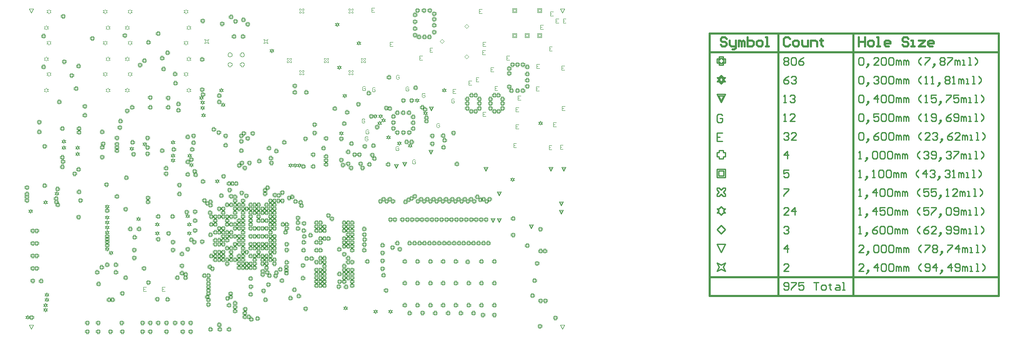
<source format=gbr>
G04 Layer_Color=2752767*
%FSLAX45Y45*%
%MOMM*%
%TF.FileFunction,Drawing*%
%TF.Part,Single*%
G01*
G75*
%TA.AperFunction,NonConductor*%
%ADD145C,0.25400*%
%ADD216C,0.38100*%
%ADD217C,0.08467*%
%ADD218C,0.40640*%
D145*
X16819788Y12357117D02*
X16845187D01*
X16819788D02*
Y12407917D01*
X16845187D01*
Y12433317D01*
X16895988D01*
Y12407917D02*
Y12433317D01*
Y12407917D02*
X16921388D01*
Y12357117D02*
Y12407917D01*
X16895988Y12357117D02*
X16921388D01*
X16895988Y12331717D02*
Y12357117D01*
X16845187Y12331717D02*
X16895988D01*
X16845187D02*
Y12357117D01*
X16785921Y12340183D02*
X16828255D01*
X16785921D02*
Y12424850D01*
X16828255D01*
Y12467183D01*
X16912921D01*
Y12424850D02*
Y12467183D01*
Y12424850D02*
X16955254D01*
Y12340183D02*
Y12424850D01*
X16912921Y12340183D02*
X16955254D01*
X16912921Y12297850D02*
Y12340183D01*
X16828255Y12297850D02*
X16912921D01*
X16828255D02*
Y12340183D01*
X16845187Y11976117D02*
X16870589Y11950717D01*
X16819788Y11976117D02*
X16845187D01*
X16819788D02*
X16845187Y12001517D01*
X16819788Y12026917D02*
X16845187Y12001517D01*
X16819788Y12026917D02*
X16845187D01*
X16870589Y12052317D01*
X16895988Y12026917D01*
X16921388D01*
X16895988Y12001517D02*
X16921388Y12026917D01*
X16895988Y12001517D02*
X16921388Y11976117D01*
X16895988D02*
X16921388D01*
X16870589Y11950717D02*
X16895988Y11976117D01*
X16828255Y11959183D02*
X16870589Y11916850D01*
X16785921Y11959183D02*
X16828255D01*
X16785921D02*
X16828255Y12001517D01*
X16785921Y12043850D02*
X16828255Y12001517D01*
X16785921Y12043850D02*
X16828255D01*
X16870589Y12086183D01*
X16912921Y12043850D01*
X16955254D01*
X16912921Y12001517D02*
X16955254Y12043850D01*
X16912921Y12001517D02*
X16955254Y11959183D01*
X16912921D02*
X16955254D01*
X16870589Y11916850D02*
X16912921Y11959183D01*
X16870589Y11569717D02*
X16921388Y11671317D01*
X16819788D02*
X16921388D01*
X16819788D02*
X16870589Y11569717D01*
Y11535850D02*
X16955254Y11705183D01*
X16785921D02*
X16955254D01*
X16785921D02*
X16870589Y11535850D01*
X16785921Y10435183D02*
X16828255D01*
X16785921D02*
Y10519850D01*
X16828255D01*
Y10562183D01*
X16912921D01*
Y10519850D02*
Y10562183D01*
Y10519850D02*
X16955254D01*
Y10435183D02*
Y10519850D01*
X16912921Y10435183D02*
X16955254D01*
X16912921Y10392850D02*
Y10435183D01*
X16828255Y10392850D02*
X16912921D01*
X16828255D02*
Y10435183D01*
X16819788Y10045717D02*
X16921388D01*
Y10147317D01*
X16819788D02*
X16921388D01*
X16819788Y10045717D02*
Y10147317D01*
X16785921Y10011850D02*
X16955254D01*
Y10181183D01*
X16785921D02*
X16955254D01*
X16785921Y10011850D02*
Y10181183D01*
Y9630850D02*
Y9673183D01*
X16828255Y9715517D01*
X16785921Y9757850D02*
X16828255Y9715517D01*
X16785921Y9757850D02*
Y9800183D01*
X16828255D01*
X16870589Y9757850D01*
X16912921Y9800183D01*
X16955254D01*
Y9757850D02*
Y9800183D01*
X16912921Y9715517D02*
X16955254Y9757850D01*
X16912921Y9715517D02*
X16955254Y9673183D01*
Y9630850D02*
Y9673183D01*
X16912921Y9630850D02*
X16955254D01*
X16870589Y9673183D02*
X16912921Y9630850D01*
X16828255D02*
X16870589Y9673183D01*
X16785921Y9630850D02*
X16828255D01*
Y9292183D02*
X16870589Y9249850D01*
X16785921Y9292183D02*
X16828255D01*
X16785921D02*
X16828255Y9334517D01*
X16785921Y9376850D02*
X16828255Y9334517D01*
X16785921Y9376850D02*
X16828255D01*
X16870589Y9419183D01*
X16912921Y9376850D01*
X16955254D01*
X16912921Y9334517D02*
X16955254Y9376850D01*
X16912921Y9334517D02*
X16955254Y9292183D01*
X16912921D02*
X16955254D01*
X16870589Y9249850D02*
X16912921Y9292183D01*
X16785921Y8953517D02*
X16870589Y8868850D01*
X16955254Y8953517D01*
X16870589Y9038183D02*
X16955254Y8953517D01*
X16785921D02*
X16870589Y9038183D01*
Y8487850D02*
X16955254Y8657183D01*
X16785921D02*
X16955254D01*
X16785921D02*
X16870589Y8487850D01*
X16785921Y8106850D02*
X16870589Y8149183D01*
X16955254Y8106850D01*
X16912921Y8191517D02*
X16955254Y8106850D01*
X16912921Y8191517D02*
X16955254Y8276183D01*
X16870589Y8233850D02*
X16955254Y8276183D01*
X16785921D02*
X16870589Y8233850D01*
X16785921Y8276183D02*
X16828255Y8191517D01*
X16785921Y8106850D02*
X16828255Y8191517D01*
X19671172Y12424809D02*
X19696564Y12450201D01*
X19747346D01*
X19772739Y12424809D01*
Y12323242D01*
X19747346Y12297850D01*
X19696564D01*
X19671172Y12323242D01*
Y12424809D01*
X19848914Y12272458D02*
X19874306Y12297850D01*
Y12323242D01*
X19848914D01*
Y12297850D01*
X19874306D01*
X19848914Y12272458D01*
X19823521Y12247066D01*
X20077440Y12297850D02*
X19975873D01*
X20077440Y12399417D01*
Y12424809D01*
X20052049Y12450201D01*
X20001265D01*
X19975873Y12424809D01*
X20128224D02*
X20153616Y12450201D01*
X20204399D01*
X20229791Y12424809D01*
Y12323242D01*
X20204399Y12297850D01*
X20153616D01*
X20128224Y12323242D01*
Y12424809D01*
X20280576D02*
X20305966Y12450201D01*
X20356750D01*
X20382143Y12424809D01*
Y12323242D01*
X20356750Y12297850D01*
X20305966D01*
X20280576Y12323242D01*
Y12424809D01*
X20432925Y12297850D02*
Y12399417D01*
X20458318D01*
X20483710Y12374025D01*
Y12297850D01*
Y12374025D01*
X20509100Y12399417D01*
X20534492Y12374025D01*
Y12297850D01*
X20585275D02*
Y12399417D01*
X20610667D01*
X20636060Y12374025D01*
Y12297850D01*
Y12374025D01*
X20661452Y12399417D01*
X20686842Y12374025D01*
Y12297850D01*
X20940761D02*
X20889978Y12348633D01*
Y12399417D01*
X20940761Y12450201D01*
X21016936D02*
X21118504D01*
Y12424809D01*
X21016936Y12323242D01*
Y12297850D01*
X21194679Y12272458D02*
X21220071Y12297850D01*
Y12323242D01*
X21194679D01*
Y12297850D01*
X21220071D01*
X21194679Y12272458D01*
X21169287Y12247066D01*
X21321638Y12424809D02*
X21347031Y12450201D01*
X21397813D01*
X21423206Y12424809D01*
Y12399417D01*
X21397813Y12374025D01*
X21423206Y12348633D01*
Y12323242D01*
X21397813Y12297850D01*
X21347031D01*
X21321638Y12323242D01*
Y12348633D01*
X21347031Y12374025D01*
X21321638Y12399417D01*
Y12424809D01*
X21347031Y12374025D02*
X21397813D01*
X21473988Y12450201D02*
X21575555D01*
Y12424809D01*
X21473988Y12323242D01*
Y12297850D01*
X21626340D02*
Y12399417D01*
X21651730D01*
X21677122Y12374025D01*
Y12297850D01*
Y12374025D01*
X21702515Y12399417D01*
X21727907Y12374025D01*
Y12297850D01*
X21778690D02*
X21829472D01*
X21804082D01*
Y12399417D01*
X21778690D01*
X21905649Y12297850D02*
X21956432D01*
X21931041D01*
Y12450201D01*
X21905649D01*
X22032608Y12297850D02*
X22083391Y12348633D01*
Y12399417D01*
X22032608Y12450201D01*
X19671172Y12043809D02*
X19696564Y12069201D01*
X19747346D01*
X19772739Y12043809D01*
Y11942242D01*
X19747346Y11916850D01*
X19696564D01*
X19671172Y11942242D01*
Y12043809D01*
X19848914Y11891458D02*
X19874306Y11916850D01*
Y11942242D01*
X19848914D01*
Y11916850D01*
X19874306D01*
X19848914Y11891458D01*
X19823521Y11866066D01*
X19975873Y12043809D02*
X20001265Y12069201D01*
X20052049D01*
X20077440Y12043809D01*
Y12018417D01*
X20052049Y11993025D01*
X20026657D01*
X20052049D01*
X20077440Y11967633D01*
Y11942242D01*
X20052049Y11916850D01*
X20001265D01*
X19975873Y11942242D01*
X20128224Y12043809D02*
X20153616Y12069201D01*
X20204399D01*
X20229791Y12043809D01*
Y11942242D01*
X20204399Y11916850D01*
X20153616D01*
X20128224Y11942242D01*
Y12043809D01*
X20280576D02*
X20305966Y12069201D01*
X20356750D01*
X20382143Y12043809D01*
Y11942242D01*
X20356750Y11916850D01*
X20305966D01*
X20280576Y11942242D01*
Y12043809D01*
X20432925Y11916850D02*
Y12018417D01*
X20458318D01*
X20483710Y11993025D01*
Y11916850D01*
Y11993025D01*
X20509100Y12018417D01*
X20534492Y11993025D01*
Y11916850D01*
X20585275D02*
Y12018417D01*
X20610667D01*
X20636060Y11993025D01*
Y11916850D01*
Y11993025D01*
X20661452Y12018417D01*
X20686842Y11993025D01*
Y11916850D01*
X20940761D02*
X20889978Y11967633D01*
Y12018417D01*
X20940761Y12069201D01*
X21016936Y11916850D02*
X21067720D01*
X21042328D01*
Y12069201D01*
X21016936Y12043809D01*
X21143895Y11916850D02*
X21194679D01*
X21169287D01*
Y12069201D01*
X21143895Y12043809D01*
X21296246Y11891458D02*
X21321638Y11916850D01*
Y11942242D01*
X21296246D01*
Y11916850D01*
X21321638D01*
X21296246Y11891458D01*
X21270854Y11866066D01*
X21423206Y12043809D02*
X21448598Y12069201D01*
X21499380D01*
X21524773Y12043809D01*
Y12018417D01*
X21499380Y11993025D01*
X21524773Y11967633D01*
Y11942242D01*
X21499380Y11916850D01*
X21448598D01*
X21423206Y11942242D01*
Y11967633D01*
X21448598Y11993025D01*
X21423206Y12018417D01*
Y12043809D01*
X21448598Y11993025D02*
X21499380D01*
X21575555Y11916850D02*
X21626340D01*
X21600948D01*
Y12069201D01*
X21575555Y12043809D01*
X21702515Y11916850D02*
Y12018417D01*
X21727905D01*
X21753297Y11993025D01*
Y11916850D01*
Y11993025D01*
X21778690Y12018417D01*
X21804082Y11993025D01*
Y11916850D01*
X21854865D02*
X21905649D01*
X21880257D01*
Y12018417D01*
X21854865D01*
X21981824Y11916850D02*
X22032607D01*
X22007216D01*
Y12069201D01*
X21981824D01*
X22108783Y11916850D02*
X22159566Y11967633D01*
Y12018417D01*
X22108783Y12069201D01*
X19671172Y11662809D02*
X19696564Y11688201D01*
X19747346D01*
X19772739Y11662809D01*
Y11561242D01*
X19747346Y11535850D01*
X19696564D01*
X19671172Y11561242D01*
Y11662809D01*
X19848914Y11510458D02*
X19874306Y11535850D01*
Y11561242D01*
X19848914D01*
Y11535850D01*
X19874306D01*
X19848914Y11510458D01*
X19823521Y11485066D01*
X20052049Y11535850D02*
Y11688201D01*
X19975873Y11612025D01*
X20077440D01*
X20128224Y11662809D02*
X20153616Y11688201D01*
X20204399D01*
X20229791Y11662809D01*
Y11561242D01*
X20204399Y11535850D01*
X20153616D01*
X20128224Y11561242D01*
Y11662809D01*
X20280576D02*
X20305966Y11688201D01*
X20356750D01*
X20382143Y11662809D01*
Y11561242D01*
X20356750Y11535850D01*
X20305966D01*
X20280576Y11561242D01*
Y11662809D01*
X20432925Y11535850D02*
Y11637417D01*
X20458318D01*
X20483710Y11612025D01*
Y11535850D01*
Y11612025D01*
X20509100Y11637417D01*
X20534492Y11612025D01*
Y11535850D01*
X20585275D02*
Y11637417D01*
X20610667D01*
X20636060Y11612025D01*
Y11535850D01*
Y11612025D01*
X20661452Y11637417D01*
X20686842Y11612025D01*
Y11535850D01*
X20940761D02*
X20889978Y11586633D01*
Y11637417D01*
X20940761Y11688201D01*
X21016936Y11535850D02*
X21067720D01*
X21042328D01*
Y11688201D01*
X21016936Y11662809D01*
X21245462Y11688201D02*
X21143895D01*
Y11612025D01*
X21194679Y11637417D01*
X21220071D01*
X21245462Y11612025D01*
Y11561242D01*
X21220071Y11535850D01*
X21169287D01*
X21143895Y11561242D01*
X21321638Y11510458D02*
X21347029Y11535850D01*
Y11561242D01*
X21321638D01*
Y11535850D01*
X21347029D01*
X21321638Y11510458D01*
X21296246Y11485066D01*
X21448598Y11688201D02*
X21550163D01*
Y11662809D01*
X21448598Y11561242D01*
Y11535850D01*
X21702515Y11688201D02*
X21600948D01*
Y11612025D01*
X21651730Y11637417D01*
X21677122D01*
X21702515Y11612025D01*
Y11561242D01*
X21677122Y11535850D01*
X21626340D01*
X21600948Y11561242D01*
X21753297Y11535850D02*
Y11637417D01*
X21778690D01*
X21804082Y11612025D01*
Y11535850D01*
Y11612025D01*
X21829472Y11637417D01*
X21854865Y11612025D01*
Y11535850D01*
X21905649D02*
X21956432D01*
X21931041D01*
Y11637417D01*
X21905649D01*
X22032608Y11535850D02*
X22083391D01*
X22058000D01*
Y11688201D01*
X22032608D01*
X22159567Y11535850D02*
X22210350Y11586633D01*
Y11637417D01*
X22159567Y11688201D01*
X19671172Y11281809D02*
X19696564Y11307201D01*
X19747346D01*
X19772739Y11281809D01*
Y11180242D01*
X19747346Y11154850D01*
X19696564D01*
X19671172Y11180242D01*
Y11281809D01*
X19848914Y11129458D02*
X19874306Y11154850D01*
Y11180242D01*
X19848914D01*
Y11154850D01*
X19874306D01*
X19848914Y11129458D01*
X19823521Y11104066D01*
X20077440Y11307201D02*
X19975873D01*
Y11231025D01*
X20026657Y11256417D01*
X20052049D01*
X20077440Y11231025D01*
Y11180242D01*
X20052049Y11154850D01*
X20001265D01*
X19975873Y11180242D01*
X20128224Y11281809D02*
X20153616Y11307201D01*
X20204399D01*
X20229791Y11281809D01*
Y11180242D01*
X20204399Y11154850D01*
X20153616D01*
X20128224Y11180242D01*
Y11281809D01*
X20280576D02*
X20305966Y11307201D01*
X20356750D01*
X20382143Y11281809D01*
Y11180242D01*
X20356750Y11154850D01*
X20305966D01*
X20280576Y11180242D01*
Y11281809D01*
X20432925Y11154850D02*
Y11256417D01*
X20458318D01*
X20483710Y11231025D01*
Y11154850D01*
Y11231025D01*
X20509100Y11256417D01*
X20534492Y11231025D01*
Y11154850D01*
X20585275D02*
Y11256417D01*
X20610667D01*
X20636060Y11231025D01*
Y11154850D01*
Y11231025D01*
X20661452Y11256417D01*
X20686842Y11231025D01*
Y11154850D01*
X20940761D02*
X20889978Y11205633D01*
Y11256417D01*
X20940761Y11307201D01*
X21016936Y11154850D02*
X21067720D01*
X21042328D01*
Y11307201D01*
X21016936Y11281809D01*
X21143895Y11180242D02*
X21169287Y11154850D01*
X21220071D01*
X21245462Y11180242D01*
Y11281809D01*
X21220071Y11307201D01*
X21169287D01*
X21143895Y11281809D01*
Y11256417D01*
X21169287Y11231025D01*
X21245462D01*
X21321638Y11129458D02*
X21347029Y11154850D01*
Y11180242D01*
X21321638D01*
Y11154850D01*
X21347029D01*
X21321638Y11129458D01*
X21296246Y11104066D01*
X21550163Y11307201D02*
X21499380Y11281809D01*
X21448598Y11231025D01*
Y11180242D01*
X21473988Y11154850D01*
X21524773D01*
X21550163Y11180242D01*
Y11205633D01*
X21524773Y11231025D01*
X21448598D01*
X21600948Y11180242D02*
X21626340Y11154850D01*
X21677122D01*
X21702515Y11180242D01*
Y11281809D01*
X21677122Y11307201D01*
X21626340D01*
X21600948Y11281809D01*
Y11256417D01*
X21626340Y11231025D01*
X21702515D01*
X21753297Y11154850D02*
Y11256417D01*
X21778690D01*
X21804082Y11231025D01*
Y11154850D01*
Y11231025D01*
X21829472Y11256417D01*
X21854865Y11231025D01*
Y11154850D01*
X21905649D02*
X21956432D01*
X21931041D01*
Y11256417D01*
X21905649D01*
X22032608Y11154850D02*
X22083391D01*
X22058000D01*
Y11307201D01*
X22032608D01*
X22159567Y11154850D02*
X22210350Y11205633D01*
Y11256417D01*
X22159567Y11307201D01*
X19671172Y10900809D02*
X19696564Y10926201D01*
X19747346D01*
X19772739Y10900809D01*
Y10799242D01*
X19747346Y10773850D01*
X19696564D01*
X19671172Y10799242D01*
Y10900809D01*
X19848914Y10748458D02*
X19874306Y10773850D01*
Y10799242D01*
X19848914D01*
Y10773850D01*
X19874306D01*
X19848914Y10748458D01*
X19823521Y10723066D01*
X20077440Y10926201D02*
X20026657Y10900809D01*
X19975873Y10850025D01*
Y10799242D01*
X20001265Y10773850D01*
X20052049D01*
X20077440Y10799242D01*
Y10824633D01*
X20052049Y10850025D01*
X19975873D01*
X20128224Y10900809D02*
X20153616Y10926201D01*
X20204399D01*
X20229791Y10900809D01*
Y10799242D01*
X20204399Y10773850D01*
X20153616D01*
X20128224Y10799242D01*
Y10900809D01*
X20280576D02*
X20305966Y10926201D01*
X20356750D01*
X20382143Y10900809D01*
Y10799242D01*
X20356750Y10773850D01*
X20305966D01*
X20280576Y10799242D01*
Y10900809D01*
X20432925Y10773850D02*
Y10875417D01*
X20458318D01*
X20483710Y10850025D01*
Y10773850D01*
Y10850025D01*
X20509100Y10875417D01*
X20534492Y10850025D01*
Y10773850D01*
X20585275D02*
Y10875417D01*
X20610667D01*
X20636060Y10850025D01*
Y10773850D01*
Y10850025D01*
X20661452Y10875417D01*
X20686842Y10850025D01*
Y10773850D01*
X20940761D02*
X20889978Y10824633D01*
Y10875417D01*
X20940761Y10926201D01*
X21118504Y10773850D02*
X21016936D01*
X21118504Y10875417D01*
Y10900809D01*
X21093112Y10926201D01*
X21042328D01*
X21016936Y10900809D01*
X21169287D02*
X21194679Y10926201D01*
X21245462D01*
X21270854Y10900809D01*
Y10875417D01*
X21245462Y10850025D01*
X21220071D01*
X21245462D01*
X21270854Y10824633D01*
Y10799242D01*
X21245462Y10773850D01*
X21194679D01*
X21169287Y10799242D01*
X21347031Y10748458D02*
X21372421Y10773850D01*
Y10799242D01*
X21347031D01*
Y10773850D01*
X21372421D01*
X21347031Y10748458D01*
X21321638Y10723066D01*
X21575555Y10926201D02*
X21524773Y10900809D01*
X21473988Y10850025D01*
Y10799242D01*
X21499380Y10773850D01*
X21550163D01*
X21575555Y10799242D01*
Y10824633D01*
X21550163Y10850025D01*
X21473988D01*
X21727907Y10773850D02*
X21626340D01*
X21727907Y10875417D01*
Y10900809D01*
X21702515Y10926201D01*
X21651730D01*
X21626340Y10900809D01*
X21778690Y10773850D02*
Y10875417D01*
X21804082D01*
X21829472Y10850025D01*
Y10773850D01*
Y10850025D01*
X21854865Y10875417D01*
X21880257Y10850025D01*
Y10773850D01*
X21931041D02*
X21981824D01*
X21956433D01*
Y10875417D01*
X21931041D01*
X22058000Y10773850D02*
X22108783D01*
X22083391D01*
Y10926201D01*
X22058000D01*
X22184958Y10773850D02*
X22235742Y10824633D01*
Y10875417D01*
X22184958Y10926201D01*
X19671172Y10392850D02*
X19721954D01*
X19696564D01*
Y10545201D01*
X19671172Y10519809D01*
X19823521Y10367458D02*
X19848914Y10392850D01*
Y10418242D01*
X19823521D01*
Y10392850D01*
X19848914D01*
X19823521Y10367458D01*
X19798131Y10342066D01*
X19950481Y10519809D02*
X19975873Y10545201D01*
X20026657D01*
X20052049Y10519809D01*
Y10418242D01*
X20026657Y10392850D01*
X19975873D01*
X19950481Y10418242D01*
Y10519809D01*
X20102832D02*
X20128224Y10545201D01*
X20179007D01*
X20204399Y10519809D01*
Y10418242D01*
X20179007Y10392850D01*
X20128224D01*
X20102832Y10418242D01*
Y10519809D01*
X20255183D02*
X20280576Y10545201D01*
X20331358D01*
X20356750Y10519809D01*
Y10418242D01*
X20331358Y10392850D01*
X20280576D01*
X20255183Y10418242D01*
Y10519809D01*
X20407533Y10392850D02*
Y10494417D01*
X20432925D01*
X20458318Y10469025D01*
Y10392850D01*
Y10469025D01*
X20483710Y10494417D01*
X20509100Y10469025D01*
Y10392850D01*
X20559885D02*
Y10494417D01*
X20585275D01*
X20610667Y10469025D01*
Y10392850D01*
Y10469025D01*
X20636060Y10494417D01*
X20661452Y10469025D01*
Y10392850D01*
X20915369D02*
X20864586Y10443633D01*
Y10494417D01*
X20915369Y10545201D01*
X20991545Y10519809D02*
X21016936Y10545201D01*
X21067720D01*
X21093112Y10519809D01*
Y10494417D01*
X21067720Y10469025D01*
X21042328D01*
X21067720D01*
X21093112Y10443633D01*
Y10418242D01*
X21067720Y10392850D01*
X21016936D01*
X20991545Y10418242D01*
X21143895D02*
X21169287Y10392850D01*
X21220071D01*
X21245462Y10418242D01*
Y10519809D01*
X21220071Y10545201D01*
X21169287D01*
X21143895Y10519809D01*
Y10494417D01*
X21169287Y10469025D01*
X21245462D01*
X21321638Y10367458D02*
X21347029Y10392850D01*
Y10418242D01*
X21321638D01*
Y10392850D01*
X21347029D01*
X21321638Y10367458D01*
X21296246Y10342066D01*
X21448598Y10519809D02*
X21473988Y10545201D01*
X21524773D01*
X21550163Y10519809D01*
Y10494417D01*
X21524773Y10469025D01*
X21499380D01*
X21524773D01*
X21550163Y10443633D01*
Y10418242D01*
X21524773Y10392850D01*
X21473988D01*
X21448598Y10418242D01*
X21600948Y10545201D02*
X21702515D01*
Y10519809D01*
X21600948Y10418242D01*
Y10392850D01*
X21753297D02*
Y10494417D01*
X21778690D01*
X21804082Y10469025D01*
Y10392850D01*
Y10469025D01*
X21829472Y10494417D01*
X21854865Y10469025D01*
Y10392850D01*
X21905649D02*
X21956432D01*
X21931041D01*
Y10494417D01*
X21905649D01*
X22032608Y10392850D02*
X22083391D01*
X22058000D01*
Y10545201D01*
X22032608D01*
X22159567Y10392850D02*
X22210350Y10443633D01*
Y10494417D01*
X22159567Y10545201D01*
X19671172Y10011850D02*
X19721954D01*
X19696564D01*
Y10164201D01*
X19671172Y10138809D01*
X19823521Y9986458D02*
X19848914Y10011850D01*
Y10037242D01*
X19823521D01*
Y10011850D01*
X19848914D01*
X19823521Y9986458D01*
X19798131Y9961066D01*
X19950481Y10011850D02*
X20001265D01*
X19975873D01*
Y10164201D01*
X19950481Y10138809D01*
X20077440D02*
X20102832Y10164201D01*
X20153616D01*
X20179007Y10138809D01*
Y10037242D01*
X20153616Y10011850D01*
X20102832D01*
X20077440Y10037242D01*
Y10138809D01*
X20229791D02*
X20255183Y10164201D01*
X20305966D01*
X20331358Y10138809D01*
Y10037242D01*
X20305966Y10011850D01*
X20255183D01*
X20229791Y10037242D01*
Y10138809D01*
X20382143Y10011850D02*
Y10113417D01*
X20407533D01*
X20432925Y10088025D01*
Y10011850D01*
Y10088025D01*
X20458318Y10113417D01*
X20483710Y10088025D01*
Y10011850D01*
X20534492D02*
Y10113417D01*
X20559885D01*
X20585275Y10088025D01*
Y10011850D01*
Y10088025D01*
X20610667Y10113417D01*
X20636060Y10088025D01*
Y10011850D01*
X20889977D02*
X20839194Y10062633D01*
Y10113417D01*
X20889977Y10164201D01*
X21042328Y10011850D02*
Y10164201D01*
X20966153Y10088025D01*
X21067720D01*
X21118503Y10138809D02*
X21143895Y10164201D01*
X21194679D01*
X21220071Y10138809D01*
Y10113417D01*
X21194679Y10088025D01*
X21169287D01*
X21194679D01*
X21220071Y10062633D01*
Y10037242D01*
X21194679Y10011850D01*
X21143895D01*
X21118503Y10037242D01*
X21296246Y9986458D02*
X21321638Y10011850D01*
Y10037242D01*
X21296246D01*
Y10011850D01*
X21321638D01*
X21296246Y9986458D01*
X21270854Y9961066D01*
X21423206Y10138809D02*
X21448598Y10164201D01*
X21499380D01*
X21524773Y10138809D01*
Y10113417D01*
X21499380Y10088025D01*
X21473988D01*
X21499380D01*
X21524773Y10062633D01*
Y10037242D01*
X21499380Y10011850D01*
X21448598D01*
X21423206Y10037242D01*
X21575555Y10011850D02*
X21626340D01*
X21600948D01*
Y10164201D01*
X21575555Y10138809D01*
X21702515Y10011850D02*
Y10113417D01*
X21727905D01*
X21753297Y10088025D01*
Y10011850D01*
Y10088025D01*
X21778690Y10113417D01*
X21804082Y10088025D01*
Y10011850D01*
X21854865D02*
X21905649D01*
X21880257D01*
Y10113417D01*
X21854865D01*
X21981824Y10011850D02*
X22032607D01*
X22007216D01*
Y10164201D01*
X21981824D01*
X22108783Y10011850D02*
X22159566Y10062633D01*
Y10113417D01*
X22108783Y10164201D01*
X19671172Y9630850D02*
X19721954D01*
X19696564D01*
Y9783201D01*
X19671172Y9757809D01*
X19823521Y9605458D02*
X19848914Y9630850D01*
Y9656242D01*
X19823521D01*
Y9630850D01*
X19848914D01*
X19823521Y9605458D01*
X19798131Y9580066D01*
X20026657Y9630850D02*
Y9783201D01*
X19950481Y9707025D01*
X20052049D01*
X20102832Y9757809D02*
X20128224Y9783201D01*
X20179007D01*
X20204399Y9757809D01*
Y9656242D01*
X20179007Y9630850D01*
X20128224D01*
X20102832Y9656242D01*
Y9757809D01*
X20255183D02*
X20280576Y9783201D01*
X20331358D01*
X20356750Y9757809D01*
Y9656242D01*
X20331358Y9630850D01*
X20280576D01*
X20255183Y9656242D01*
Y9757809D01*
X20407533Y9630850D02*
Y9732417D01*
X20432925D01*
X20458318Y9707025D01*
Y9630850D01*
Y9707025D01*
X20483710Y9732417D01*
X20509100Y9707025D01*
Y9630850D01*
X20559885D02*
Y9732417D01*
X20585275D01*
X20610667Y9707025D01*
Y9630850D01*
Y9707025D01*
X20636060Y9732417D01*
X20661452Y9707025D01*
Y9630850D01*
X20915369D02*
X20864586Y9681633D01*
Y9732417D01*
X20915369Y9783201D01*
X21093112D02*
X20991545D01*
Y9707025D01*
X21042328Y9732417D01*
X21067720D01*
X21093112Y9707025D01*
Y9656242D01*
X21067720Y9630850D01*
X21016936D01*
X20991545Y9656242D01*
X21245462Y9783201D02*
X21143895D01*
Y9707025D01*
X21194679Y9732417D01*
X21220071D01*
X21245462Y9707025D01*
Y9656242D01*
X21220071Y9630850D01*
X21169287D01*
X21143895Y9656242D01*
X21321638Y9605458D02*
X21347029Y9630850D01*
Y9656242D01*
X21321638D01*
Y9630850D01*
X21347029D01*
X21321638Y9605458D01*
X21296246Y9580066D01*
X21448598Y9630850D02*
X21499380D01*
X21473988D01*
Y9783201D01*
X21448598Y9757809D01*
X21677122Y9630850D02*
X21575555D01*
X21677122Y9732417D01*
Y9757809D01*
X21651730Y9783201D01*
X21600948D01*
X21575555Y9757809D01*
X21727905Y9630850D02*
Y9732417D01*
X21753297D01*
X21778690Y9707025D01*
Y9630850D01*
Y9707025D01*
X21804082Y9732417D01*
X21829472Y9707025D01*
Y9630850D01*
X21880257D02*
X21931039D01*
X21905649D01*
Y9732417D01*
X21880257D01*
X22007216Y9630850D02*
X22057999D01*
X22032608D01*
Y9783201D01*
X22007216D01*
X22134175Y9630850D02*
X22184958Y9681633D01*
Y9732417D01*
X22134175Y9783201D01*
X19671172Y9249850D02*
X19721954D01*
X19696564D01*
Y9402201D01*
X19671172Y9376809D01*
X19823521Y9224458D02*
X19848914Y9249850D01*
Y9275242D01*
X19823521D01*
Y9249850D01*
X19848914D01*
X19823521Y9224458D01*
X19798131Y9199066D01*
X20026657Y9249850D02*
Y9402201D01*
X19950481Y9326025D01*
X20052049D01*
X20204399Y9402201D02*
X20102832D01*
Y9326025D01*
X20153616Y9351417D01*
X20179007D01*
X20204399Y9326025D01*
Y9275242D01*
X20179007Y9249850D01*
X20128224D01*
X20102832Y9275242D01*
X20255183Y9376809D02*
X20280576Y9402201D01*
X20331358D01*
X20356750Y9376809D01*
Y9275242D01*
X20331358Y9249850D01*
X20280576D01*
X20255183Y9275242D01*
Y9376809D01*
X20407533Y9249850D02*
Y9351417D01*
X20432925D01*
X20458318Y9326025D01*
Y9249850D01*
Y9326025D01*
X20483710Y9351417D01*
X20509100Y9326025D01*
Y9249850D01*
X20559885D02*
Y9351417D01*
X20585275D01*
X20610667Y9326025D01*
Y9249850D01*
Y9326025D01*
X20636060Y9351417D01*
X20661452Y9326025D01*
Y9249850D01*
X20915369D02*
X20864586Y9300633D01*
Y9351417D01*
X20915369Y9402201D01*
X21093112D02*
X20991545D01*
Y9326025D01*
X21042328Y9351417D01*
X21067720D01*
X21093112Y9326025D01*
Y9275242D01*
X21067720Y9249850D01*
X21016936D01*
X20991545Y9275242D01*
X21143895Y9402201D02*
X21245462D01*
Y9376809D01*
X21143895Y9275242D01*
Y9249850D01*
X21321638Y9224458D02*
X21347029Y9249850D01*
Y9275242D01*
X21321638D01*
Y9249850D01*
X21347029D01*
X21321638Y9224458D01*
X21296246Y9199066D01*
X21448598Y9376809D02*
X21473988Y9402201D01*
X21524773D01*
X21550163Y9376809D01*
Y9275242D01*
X21524773Y9249850D01*
X21473988D01*
X21448598Y9275242D01*
Y9376809D01*
X21600948Y9275242D02*
X21626340Y9249850D01*
X21677122D01*
X21702515Y9275242D01*
Y9376809D01*
X21677122Y9402201D01*
X21626340D01*
X21600948Y9376809D01*
Y9351417D01*
X21626340Y9326025D01*
X21702515D01*
X21753297Y9249850D02*
Y9351417D01*
X21778690D01*
X21804082Y9326025D01*
Y9249850D01*
Y9326025D01*
X21829472Y9351417D01*
X21854865Y9326025D01*
Y9249850D01*
X21905649D02*
X21956432D01*
X21931041D01*
Y9351417D01*
X21905649D01*
X22032608Y9249850D02*
X22083391D01*
X22058000D01*
Y9402201D01*
X22032608D01*
X22159567Y9249850D02*
X22210350Y9300633D01*
Y9351417D01*
X22159567Y9402201D01*
X19671172Y8868850D02*
X19721954D01*
X19696564D01*
Y9021201D01*
X19671172Y8995809D01*
X19823521Y8843458D02*
X19848914Y8868850D01*
Y8894242D01*
X19823521D01*
Y8868850D01*
X19848914D01*
X19823521Y8843458D01*
X19798131Y8818066D01*
X20052049Y9021201D02*
X20001265Y8995809D01*
X19950481Y8945025D01*
Y8894242D01*
X19975873Y8868850D01*
X20026657D01*
X20052049Y8894242D01*
Y8919633D01*
X20026657Y8945025D01*
X19950481D01*
X20102832Y8995809D02*
X20128224Y9021201D01*
X20179007D01*
X20204399Y8995809D01*
Y8894242D01*
X20179007Y8868850D01*
X20128224D01*
X20102832Y8894242D01*
Y8995809D01*
X20255183D02*
X20280576Y9021201D01*
X20331358D01*
X20356750Y8995809D01*
Y8894242D01*
X20331358Y8868850D01*
X20280576D01*
X20255183Y8894242D01*
Y8995809D01*
X20407533Y8868850D02*
Y8970417D01*
X20432925D01*
X20458318Y8945025D01*
Y8868850D01*
Y8945025D01*
X20483710Y8970417D01*
X20509100Y8945025D01*
Y8868850D01*
X20559885D02*
Y8970417D01*
X20585275D01*
X20610667Y8945025D01*
Y8868850D01*
Y8945025D01*
X20636060Y8970417D01*
X20661452Y8945025D01*
Y8868850D01*
X20915369D02*
X20864586Y8919633D01*
Y8970417D01*
X20915369Y9021201D01*
X21093112D02*
X21042328Y8995809D01*
X20991545Y8945025D01*
Y8894242D01*
X21016936Y8868850D01*
X21067720D01*
X21093112Y8894242D01*
Y8919633D01*
X21067720Y8945025D01*
X20991545D01*
X21245462Y8868850D02*
X21143895D01*
X21245462Y8970417D01*
Y8995809D01*
X21220071Y9021201D01*
X21169287D01*
X21143895Y8995809D01*
X21321638Y8843458D02*
X21347029Y8868850D01*
Y8894242D01*
X21321638D01*
Y8868850D01*
X21347029D01*
X21321638Y8843458D01*
X21296246Y8818066D01*
X21448598Y8894242D02*
X21473988Y8868850D01*
X21524773D01*
X21550163Y8894242D01*
Y8995809D01*
X21524773Y9021201D01*
X21473988D01*
X21448598Y8995809D01*
Y8970417D01*
X21473988Y8945025D01*
X21550163D01*
X21600948Y8894242D02*
X21626340Y8868850D01*
X21677122D01*
X21702515Y8894242D01*
Y8995809D01*
X21677122Y9021201D01*
X21626340D01*
X21600948Y8995809D01*
Y8970417D01*
X21626340Y8945025D01*
X21702515D01*
X21753297Y8868850D02*
Y8970417D01*
X21778690D01*
X21804082Y8945025D01*
Y8868850D01*
Y8945025D01*
X21829472Y8970417D01*
X21854865Y8945025D01*
Y8868850D01*
X21905649D02*
X21956432D01*
X21931041D01*
Y8970417D01*
X21905649D01*
X22032608Y8868850D02*
X22083391D01*
X22058000D01*
Y9021201D01*
X22032608D01*
X22159567Y8868850D02*
X22210350Y8919633D01*
Y8970417D01*
X22159567Y9021201D01*
X19772739Y8487850D02*
X19671172D01*
X19772739Y8589417D01*
Y8614809D01*
X19747346Y8640201D01*
X19696564D01*
X19671172Y8614809D01*
X19848914Y8462458D02*
X19874306Y8487850D01*
Y8513242D01*
X19848914D01*
Y8487850D01*
X19874306D01*
X19848914Y8462458D01*
X19823521Y8437066D01*
X19975873Y8614809D02*
X20001265Y8640201D01*
X20052049D01*
X20077440Y8614809D01*
Y8513242D01*
X20052049Y8487850D01*
X20001265D01*
X19975873Y8513242D01*
Y8614809D01*
X20128224D02*
X20153616Y8640201D01*
X20204399D01*
X20229791Y8614809D01*
Y8513242D01*
X20204399Y8487850D01*
X20153616D01*
X20128224Y8513242D01*
Y8614809D01*
X20280576D02*
X20305966Y8640201D01*
X20356750D01*
X20382143Y8614809D01*
Y8513242D01*
X20356750Y8487850D01*
X20305966D01*
X20280576Y8513242D01*
Y8614809D01*
X20432925Y8487850D02*
Y8589417D01*
X20458318D01*
X20483710Y8564025D01*
Y8487850D01*
Y8564025D01*
X20509100Y8589417D01*
X20534492Y8564025D01*
Y8487850D01*
X20585275D02*
Y8589417D01*
X20610667D01*
X20636060Y8564025D01*
Y8487850D01*
Y8564025D01*
X20661452Y8589417D01*
X20686842Y8564025D01*
Y8487850D01*
X20940761D02*
X20889978Y8538633D01*
Y8589417D01*
X20940761Y8640201D01*
X21016936D02*
X21118504D01*
Y8614809D01*
X21016936Y8513242D01*
Y8487850D01*
X21169287Y8614809D02*
X21194679Y8640201D01*
X21245462D01*
X21270854Y8614809D01*
Y8589417D01*
X21245462Y8564025D01*
X21270854Y8538633D01*
Y8513242D01*
X21245462Y8487850D01*
X21194679D01*
X21169287Y8513242D01*
Y8538633D01*
X21194679Y8564025D01*
X21169287Y8589417D01*
Y8614809D01*
X21194679Y8564025D02*
X21245462D01*
X21347031Y8462458D02*
X21372421Y8487850D01*
Y8513242D01*
X21347031D01*
Y8487850D01*
X21372421D01*
X21347031Y8462458D01*
X21321638Y8437066D01*
X21473988Y8640201D02*
X21575555D01*
Y8614809D01*
X21473988Y8513242D01*
Y8487850D01*
X21702515D02*
Y8640201D01*
X21626340Y8564025D01*
X21727907D01*
X21778690Y8487850D02*
Y8589417D01*
X21804082D01*
X21829472Y8564025D01*
Y8487850D01*
Y8564025D01*
X21854865Y8589417D01*
X21880257Y8564025D01*
Y8487850D01*
X21931041D02*
X21981824D01*
X21956433D01*
Y8589417D01*
X21931041D01*
X22058000Y8487850D02*
X22108783D01*
X22083391D01*
Y8640201D01*
X22058000D01*
X22184958Y8487850D02*
X22235742Y8538633D01*
Y8589417D01*
X22184958Y8640201D01*
X19772739Y8106850D02*
X19671172D01*
X19772739Y8208417D01*
Y8233809D01*
X19747346Y8259201D01*
X19696564D01*
X19671172Y8233809D01*
X19848914Y8081458D02*
X19874306Y8106850D01*
Y8132242D01*
X19848914D01*
Y8106850D01*
X19874306D01*
X19848914Y8081458D01*
X19823521Y8056066D01*
X20052049Y8106850D02*
Y8259201D01*
X19975873Y8183025D01*
X20077440D01*
X20128224Y8233809D02*
X20153616Y8259201D01*
X20204399D01*
X20229791Y8233809D01*
Y8132242D01*
X20204399Y8106850D01*
X20153616D01*
X20128224Y8132242D01*
Y8233809D01*
X20280576D02*
X20305966Y8259201D01*
X20356750D01*
X20382143Y8233809D01*
Y8132242D01*
X20356750Y8106850D01*
X20305966D01*
X20280576Y8132242D01*
Y8233809D01*
X20432925Y8106850D02*
Y8208417D01*
X20458318D01*
X20483710Y8183025D01*
Y8106850D01*
Y8183025D01*
X20509100Y8208417D01*
X20534492Y8183025D01*
Y8106850D01*
X20585275D02*
Y8208417D01*
X20610667D01*
X20636060Y8183025D01*
Y8106850D01*
Y8183025D01*
X20661452Y8208417D01*
X20686842Y8183025D01*
Y8106850D01*
X20940761D02*
X20889978Y8157633D01*
Y8208417D01*
X20940761Y8259201D01*
X21016936Y8132242D02*
X21042328Y8106850D01*
X21093112D01*
X21118504Y8132242D01*
Y8233809D01*
X21093112Y8259201D01*
X21042328D01*
X21016936Y8233809D01*
Y8208417D01*
X21042328Y8183025D01*
X21118504D01*
X21245462Y8106850D02*
Y8259201D01*
X21169287Y8183025D01*
X21270854D01*
X21347031Y8081458D02*
X21372421Y8106850D01*
Y8132242D01*
X21347031D01*
Y8106850D01*
X21372421D01*
X21347031Y8081458D01*
X21321638Y8056066D01*
X21550163Y8106850D02*
Y8259201D01*
X21473988Y8183025D01*
X21575555D01*
X21626340Y8132242D02*
X21651730Y8106850D01*
X21702515D01*
X21727907Y8132242D01*
Y8233809D01*
X21702515Y8259201D01*
X21651730D01*
X21626340Y8233809D01*
Y8208417D01*
X21651730Y8183025D01*
X21727907D01*
X21778690Y8106850D02*
Y8208417D01*
X21804082D01*
X21829472Y8183025D01*
Y8106850D01*
Y8183025D01*
X21854865Y8208417D01*
X21880257Y8183025D01*
Y8106850D01*
X21931041D02*
X21981824D01*
X21956433D01*
Y8208417D01*
X21931041D01*
X22058000Y8106850D02*
X22108783D01*
X22083391D01*
Y8259201D01*
X22058000D01*
X22184958Y8106850D02*
X22235742Y8157633D01*
Y8208417D01*
X22184958Y8259201D01*
X18147574Y7751242D02*
X18172966Y7725850D01*
X18223750D01*
X18249142Y7751242D01*
Y7852809D01*
X18223750Y7878201D01*
X18172966D01*
X18147574Y7852809D01*
Y7827417D01*
X18172966Y7802025D01*
X18249142D01*
X18299925Y7878201D02*
X18401492D01*
Y7852809D01*
X18299925Y7751242D01*
Y7725850D01*
X18553844Y7878201D02*
X18452277D01*
Y7802025D01*
X18503059Y7827417D01*
X18528452D01*
X18553844Y7802025D01*
Y7751242D01*
X18528452Y7725850D01*
X18477669D01*
X18452277Y7751242D01*
X18756976Y7878201D02*
X18858543D01*
X18807761D01*
Y7725850D01*
X18934720D02*
X18985503D01*
X19010895Y7751242D01*
Y7802025D01*
X18985503Y7827417D01*
X18934720D01*
X18909328Y7802025D01*
Y7751242D01*
X18934720Y7725850D01*
X19087071Y7852809D02*
Y7827417D01*
X19061679D01*
X19112462D01*
X19087071D01*
Y7751242D01*
X19112462Y7725850D01*
X19214029Y7827417D02*
X19264813D01*
X19290205Y7802025D01*
Y7725850D01*
X19214029D01*
X19188638Y7751242D01*
X19214029Y7776633D01*
X19290205D01*
X19340988Y7725850D02*
X19391772D01*
X19366380D01*
Y7878201D01*
X19340988D01*
X18147574Y12424809D02*
X18172966Y12450201D01*
X18223750D01*
X18249142Y12424809D01*
Y12399417D01*
X18223750Y12374025D01*
X18249142Y12348633D01*
Y12323242D01*
X18223750Y12297850D01*
X18172966D01*
X18147574Y12323242D01*
Y12348633D01*
X18172966Y12374025D01*
X18147574Y12399417D01*
Y12424809D01*
X18172966Y12374025D02*
X18223750D01*
X18299925Y12424809D02*
X18325317Y12450201D01*
X18376100D01*
X18401492Y12424809D01*
Y12323242D01*
X18376100Y12297850D01*
X18325317D01*
X18299925Y12323242D01*
Y12424809D01*
X18553844Y12450201D02*
X18503059Y12424809D01*
X18452277Y12374025D01*
Y12323242D01*
X18477669Y12297850D01*
X18528452D01*
X18553844Y12323242D01*
Y12348633D01*
X18528452Y12374025D01*
X18452277D01*
X18249142Y12069201D02*
X18198358Y12043809D01*
X18147574Y11993025D01*
Y11942242D01*
X18172966Y11916850D01*
X18223750D01*
X18249142Y11942242D01*
Y11967633D01*
X18223750Y11993025D01*
X18147574D01*
X18299925Y12043809D02*
X18325317Y12069201D01*
X18376100D01*
X18401492Y12043809D01*
Y12018417D01*
X18376100Y11993025D01*
X18350710D01*
X18376100D01*
X18401492Y11967633D01*
Y11942242D01*
X18376100Y11916850D01*
X18325317D01*
X18299925Y11942242D01*
X18147574Y11535850D02*
X18198358D01*
X18172966D01*
Y11688201D01*
X18147574Y11662809D01*
X18274533D02*
X18299925Y11688201D01*
X18350710D01*
X18376100Y11662809D01*
Y11637417D01*
X18350710Y11612025D01*
X18325317D01*
X18350710D01*
X18376100Y11586633D01*
Y11561242D01*
X18350710Y11535850D01*
X18299925D01*
X18274533Y11561242D01*
X18147574Y11154850D02*
X18198358D01*
X18172966D01*
Y11307201D01*
X18147574Y11281809D01*
X18376100Y11154850D02*
X18274533D01*
X18376100Y11256417D01*
Y11281809D01*
X18350710Y11307201D01*
X18299925D01*
X18274533Y11281809D01*
X18147574Y10900809D02*
X18172966Y10926201D01*
X18223750D01*
X18249142Y10900809D01*
Y10875417D01*
X18223750Y10850025D01*
X18198358D01*
X18223750D01*
X18249142Y10824633D01*
Y10799242D01*
X18223750Y10773850D01*
X18172966D01*
X18147574Y10799242D01*
X18401492Y10773850D02*
X18299925D01*
X18401492Y10875417D01*
Y10900809D01*
X18376100Y10926201D01*
X18325317D01*
X18299925Y10900809D01*
X18223750Y10392850D02*
Y10545201D01*
X18147574Y10469025D01*
X18249142D01*
Y10164201D02*
X18147574D01*
Y10088025D01*
X18198358Y10113417D01*
X18223750D01*
X18249142Y10088025D01*
Y10037242D01*
X18223750Y10011850D01*
X18172966D01*
X18147574Y10037242D01*
Y9783201D02*
X18249142D01*
Y9757809D01*
X18147574Y9656242D01*
Y9630850D01*
X18249142Y9249850D02*
X18147574D01*
X18249142Y9351417D01*
Y9376809D01*
X18223750Y9402201D01*
X18172966D01*
X18147574Y9376809D01*
X18376100Y9249850D02*
Y9402201D01*
X18299925Y9326025D01*
X18401492D01*
X18147574Y8995809D02*
X18172966Y9021201D01*
X18223750D01*
X18249142Y8995809D01*
Y8970417D01*
X18223750Y8945025D01*
X18198358D01*
X18223750D01*
X18249142Y8919633D01*
Y8894242D01*
X18223750Y8868850D01*
X18172966D01*
X18147574Y8894242D01*
X18223750Y8487850D02*
Y8640201D01*
X18147574Y8564025D01*
X18249142D01*
Y8106850D02*
X18147574D01*
X18249142Y8208417D01*
Y8233809D01*
X18223750Y8259201D01*
X18172966D01*
X18147574Y8233809D01*
X16901614Y11270543D02*
X16873401Y11298756D01*
X16816974D01*
X16788760Y11270543D01*
Y11157690D01*
X16816974Y11129477D01*
X16873401D01*
X16901614Y11157690D01*
Y11214117D01*
X16845187D01*
X16901614Y10917756D02*
X16788760D01*
Y10748477D01*
X16901614D01*
X16788760Y10833117D02*
X16845187D01*
D216*
X16634050Y12564550D02*
X22515141D01*
X16634050Y7992550D02*
X22515141D01*
X16634050Y7611550D02*
X22515141D01*
Y12945551D01*
X16634050D02*
X22515141D01*
X16634050Y7611550D02*
Y12945551D01*
X19556873Y7611550D02*
Y12945551D01*
X18033273Y7611550D02*
Y12945551D01*
D217*
X3467100Y10322300D02*
X3479800D01*
X3467100D02*
Y10347700D01*
X3479800D01*
Y10360400D01*
X3505200D01*
Y10347700D02*
Y10360400D01*
Y10347700D02*
X3517900D01*
Y10322300D02*
Y10347700D01*
X3505200Y10322300D02*
X3517900D01*
X3505200Y10309600D02*
Y10322300D01*
X3479800Y10309600D02*
X3505200D01*
X3479800D02*
Y10322300D01*
X3450167Y10313833D02*
X3471333D01*
X3450167D02*
Y10356166D01*
X3471333D01*
Y10377333D01*
X3513667D01*
Y10356166D02*
Y10377333D01*
Y10356166D02*
X3534833D01*
Y10313833D02*
Y10356166D01*
X3513667Y10313833D02*
X3534833D01*
X3513667Y10292667D02*
Y10313833D01*
X3471333Y10292667D02*
X3513667D01*
X3471333D02*
Y10313833D01*
X3094600Y10637300D02*
X3107300D01*
X3094600D02*
Y10662700D01*
X3107300D01*
Y10675400D01*
X3132700D01*
Y10662700D02*
Y10675400D01*
Y10662700D02*
X3145400D01*
Y10637300D02*
Y10662700D01*
X3132700Y10637300D02*
X3145400D01*
X3132700Y10624600D02*
Y10637300D01*
X3107300Y10624600D02*
X3132700D01*
X3107300D02*
Y10637300D01*
X3077667Y10628833D02*
X3098834D01*
X3077667D02*
Y10671167D01*
X3098834D01*
Y10692333D01*
X3141167D01*
Y10671167D02*
Y10692333D01*
Y10671167D02*
X3162333D01*
Y10628833D02*
Y10671167D01*
X3141167Y10628833D02*
X3162333D01*
X3141167Y10607667D02*
Y10628833D01*
X3098834Y10607667D02*
X3141167D01*
X3098834D02*
Y10628833D01*
X8992100Y11402300D02*
X9004800D01*
X8992100D02*
Y11427700D01*
X9004800D01*
Y11440400D01*
X9030200D01*
Y11427700D02*
Y11440400D01*
Y11427700D02*
X9042900D01*
Y11402300D02*
Y11427700D01*
X9030200Y11402300D02*
X9042900D01*
X9030200Y11389600D02*
Y11402300D01*
X9004800Y11389600D02*
X9030200D01*
X9004800D02*
Y11402300D01*
X8975167Y11393833D02*
X8996334D01*
X8975167D02*
Y11436167D01*
X8996334D01*
Y11457333D01*
X9038667D01*
Y11436167D02*
Y11457333D01*
Y11436167D02*
X9059833D01*
Y11393833D02*
Y11436167D01*
X9038667Y11393833D02*
X9059833D01*
X9038667Y11372667D02*
Y11393833D01*
X8996334Y11372667D02*
X9038667D01*
X8996334D02*
Y11393833D01*
X4744600Y9357300D02*
X4757300D01*
X4744600D02*
Y9382700D01*
X4757300D01*
Y9395400D01*
X4782700D01*
Y9382700D02*
Y9395400D01*
Y9382700D02*
X4795400D01*
Y9357300D02*
Y9382700D01*
X4782700Y9357300D02*
X4795400D01*
X4782700Y9344600D02*
Y9357300D01*
X4757300Y9344600D02*
X4782700D01*
X4757300D02*
Y9357300D01*
X4727667Y9348833D02*
X4748833D01*
X4727667D02*
Y9391167D01*
X4748833D01*
Y9412333D01*
X4791166D01*
Y9391167D02*
Y9412333D01*
Y9391167D02*
X4812333D01*
Y9348833D02*
Y9391167D01*
X4791166Y9348833D02*
X4812333D01*
X4791166Y9327667D02*
Y9348833D01*
X4748833Y9327667D02*
X4791166D01*
X4748833D02*
Y9348833D01*
X4637100Y11149800D02*
X4649800D01*
X4637100D02*
Y11175200D01*
X4649800D01*
Y11187900D01*
X4675200D01*
Y11175200D02*
Y11187900D01*
Y11175200D02*
X4687900D01*
Y11149800D02*
Y11175200D01*
X4675200Y11149800D02*
X4687900D01*
X4675200Y11137100D02*
Y11149800D01*
X4649800Y11137100D02*
X4675200D01*
X4649800D02*
Y11149800D01*
X4620167Y11141333D02*
X4641333D01*
X4620167D02*
Y11183666D01*
X4641333D01*
Y11204833D01*
X4683667D01*
Y11183666D02*
Y11204833D01*
Y11183666D02*
X4704833D01*
Y11141333D02*
Y11183666D01*
X4683667Y11141333D02*
X4704833D01*
X4683667Y11120167D02*
Y11141333D01*
X4641333Y11120167D02*
X4683667D01*
X4641333D02*
Y11141333D01*
X2827300Y9317300D02*
X2840000Y9304600D01*
X2814600Y9317300D02*
X2827300D01*
X2814600D02*
X2827300Y9330000D01*
X2814600Y9342700D02*
X2827300Y9330000D01*
X2814600Y9342700D02*
X2827300D01*
X2840000Y9355400D01*
X2852700Y9342700D01*
X2865400D01*
X2852700Y9330000D02*
X2865400Y9342700D01*
X2852700Y9330000D02*
X2865400Y9317300D01*
X2852700D02*
X2865400D01*
X2840000Y9304600D02*
X2852700Y9317300D01*
X2818833Y9308833D02*
X2840000Y9287667D01*
X2797667Y9308833D02*
X2818833D01*
X2797667D02*
X2818833Y9330000D01*
X2797667Y9351166D02*
X2818833Y9330000D01*
X2797667Y9351166D02*
X2818833D01*
X2840000Y9372333D01*
X2861166Y9351166D01*
X2882333D01*
X2861166Y9330000D02*
X2882333Y9351166D01*
X2861166Y9330000D02*
X2882333Y9308833D01*
X2861166D02*
X2882333D01*
X2840000Y9287667D02*
X2861166Y9308833D01*
X8702563Y7802841D02*
X8715263D01*
X8702563D02*
Y7828241D01*
X8715263D01*
Y7840941D01*
X8740663D01*
Y7828241D02*
Y7840941D01*
Y7828241D02*
X8753363D01*
Y7802841D02*
Y7828241D01*
X8740663Y7802841D02*
X8753363D01*
X8740663Y7790141D02*
Y7802841D01*
X8715263Y7790141D02*
X8740663D01*
X8715263D02*
Y7802841D01*
X8685630Y7794374D02*
X8706796D01*
X8685630D02*
Y7836707D01*
X8706796D01*
Y7857874D01*
X8749129D01*
Y7836707D02*
Y7857874D01*
Y7836707D02*
X8770296D01*
Y7794374D02*
Y7836707D01*
X8749129Y7794374D02*
X8770296D01*
X8749129Y7773208D02*
Y7794374D01*
X8706796Y7773208D02*
X8749129D01*
X8706796D02*
Y7794374D01*
X9182600Y8922800D02*
X9195300D01*
X9182600D02*
Y8948200D01*
X9195300D01*
Y8960900D01*
X9220700D01*
Y8948200D02*
Y8960900D01*
Y8948200D02*
X9233400D01*
Y8922800D02*
Y8948200D01*
X9220700Y8922800D02*
X9233400D01*
X9220700Y8910100D02*
Y8922800D01*
X9195300Y8910100D02*
X9220700D01*
X9195300D02*
Y8922800D01*
X9165667Y8914333D02*
X9186834D01*
X9165667D02*
Y8956666D01*
X9186834D01*
Y8977833D01*
X9229167D01*
Y8956666D02*
Y8977833D01*
Y8956666D02*
X9250333D01*
Y8914333D02*
Y8956666D01*
X9229167Y8914333D02*
X9250333D01*
X9229167Y8893167D02*
Y8914333D01*
X9186834Y8893167D02*
X9229167D01*
X9186834D02*
Y8914333D01*
X9182561Y9002800D02*
X9195261D01*
X9182561D02*
Y9028200D01*
X9195261D01*
Y9040900D01*
X9220661D01*
Y9028200D02*
Y9040900D01*
Y9028200D02*
X9233361D01*
Y9002800D02*
Y9028200D01*
X9220661Y9002800D02*
X9233361D01*
X9220661Y8990100D02*
Y9002800D01*
X9195261Y8990100D02*
X9220661D01*
X9195261D02*
Y9002800D01*
X9165627Y8994333D02*
X9186794D01*
X9165627D02*
Y9036666D01*
X9186794D01*
Y9057833D01*
X9229127D01*
Y9036666D02*
Y9057833D01*
Y9036666D02*
X9250294D01*
Y8994333D02*
Y9036666D01*
X9229127Y8994333D02*
X9250294D01*
X9229127Y8973167D02*
Y8994333D01*
X9186794Y8973167D02*
X9229127D01*
X9186794D02*
Y8994333D01*
X8398800Y7334800D02*
X8411500D01*
X8398800D02*
Y7360200D01*
X8411500D01*
Y7372900D01*
X8436900D01*
Y7360200D02*
Y7372900D01*
Y7360200D02*
X8449600D01*
Y7334800D02*
Y7360200D01*
X8436900Y7334800D02*
X8449600D01*
X8436900Y7322100D02*
Y7334800D01*
X8411500Y7322100D02*
X8436900D01*
X8411500D02*
Y7334800D01*
X8381867Y7326334D02*
X8403033D01*
X8381867D02*
Y7368667D01*
X8403033D01*
Y7389833D01*
X8445366D01*
Y7368667D02*
Y7389833D01*
Y7368667D02*
X8466533D01*
Y7326334D02*
Y7368667D01*
X8445366Y7326334D02*
X8466533D01*
X8445366Y7305167D02*
Y7326334D01*
X8403033Y7305167D02*
X8445366D01*
X8403033D02*
Y7326334D01*
X7789981Y8001919D02*
X7802681D01*
X7789981D02*
Y8027319D01*
X7802681D01*
Y8040019D01*
X7828081D01*
Y8027319D02*
Y8040019D01*
Y8027319D02*
X7840781D01*
Y8001919D02*
Y8027319D01*
X7828081Y8001919D02*
X7840781D01*
X7828081Y7989219D02*
Y8001919D01*
X7802681Y7989219D02*
X7828081D01*
X7802681D02*
Y8001919D01*
X7773048Y7993452D02*
X7794215D01*
X7773048D02*
Y8035785D01*
X7794215D01*
Y8056952D01*
X7836548D01*
Y8035785D02*
Y8056952D01*
Y8035785D02*
X7857715D01*
Y7993452D02*
Y8035785D01*
X7836548Y7993452D02*
X7857715D01*
X7836548Y7972286D02*
Y7993452D01*
X7794215Y7972286D02*
X7836548D01*
X7794215D02*
Y7993452D01*
X7624600Y9792300D02*
X7637300D01*
X7624600D02*
Y9817700D01*
X7637300D01*
Y9830400D01*
X7662700D01*
Y9817700D02*
Y9830400D01*
Y9817700D02*
X7675400D01*
Y9792300D02*
Y9817700D01*
X7662700Y9792300D02*
X7675400D01*
X7662700Y9779600D02*
Y9792300D01*
X7637300Y9779600D02*
X7662700D01*
X7637300D02*
Y9792300D01*
X7607667Y9783833D02*
X7628833D01*
X7607667D02*
Y9826167D01*
X7628833D01*
Y9847333D01*
X7671167D01*
Y9826167D02*
Y9847333D01*
Y9826167D02*
X7692333D01*
Y9783833D02*
Y9826167D01*
X7671167Y9783833D02*
X7692333D01*
X7671167Y9762667D02*
Y9783833D01*
X7628833Y9762667D02*
X7671167D01*
X7628833D02*
Y9783833D01*
X7574970Y9670273D02*
X7587670D01*
X7574970D02*
Y9695673D01*
X7587670D01*
Y9708373D01*
X7613070D01*
Y9695673D02*
Y9708373D01*
Y9695673D02*
X7625770D01*
Y9670273D02*
Y9695673D01*
X7613070Y9670273D02*
X7625770D01*
X7613070Y9657573D02*
Y9670273D01*
X7587670Y9657573D02*
X7613070D01*
X7587670D02*
Y9670273D01*
X7558037Y9661806D02*
X7579204D01*
X7558037D02*
Y9704140D01*
X7579204D01*
Y9725306D01*
X7621537D01*
Y9704140D02*
Y9725306D01*
Y9704140D02*
X7642704D01*
Y9661806D02*
Y9704140D01*
X7621537Y9661806D02*
X7642704D01*
X7621537Y9640640D02*
Y9661806D01*
X7579204Y9640640D02*
X7621537D01*
X7579204D02*
Y9661806D01*
X7574600Y9744090D02*
X7587300D01*
X7574600D02*
Y9769490D01*
X7587300D01*
Y9782190D01*
X7612700D01*
Y9769490D02*
Y9782190D01*
Y9769490D02*
X7625400D01*
Y9744090D02*
Y9769490D01*
X7612700Y9744090D02*
X7625400D01*
X7612700Y9731390D02*
Y9744090D01*
X7587300Y9731390D02*
X7612700D01*
X7587300D02*
Y9744090D01*
X7557667Y9735624D02*
X7578833D01*
X7557667D02*
Y9777957D01*
X7578833D01*
Y9799123D01*
X7621166D01*
Y9777957D02*
Y9799123D01*
Y9777957D02*
X7642333D01*
Y9735624D02*
Y9777957D01*
X7621166Y9735624D02*
X7642333D01*
X7621166Y9714457D02*
Y9735624D01*
X7578833Y9714457D02*
X7621166D01*
X7578833D02*
Y9735624D01*
X4377300Y9409801D02*
X4390000Y9397101D01*
X4364600Y9409801D02*
X4377300D01*
X4364600D02*
X4377300Y9422501D01*
X4364600Y9435201D02*
X4377300Y9422501D01*
X4364600Y9435201D02*
X4377300D01*
X4390000Y9447901D01*
X4402700Y9435201D01*
X4415400D01*
X4402700Y9422501D02*
X4415400Y9435201D01*
X4402700Y9422501D02*
X4415400Y9409801D01*
X4402700D02*
X4415400D01*
X4390000Y9397101D02*
X4402700Y9409801D01*
X4368833Y9401334D02*
X4390000Y9380168D01*
X4347667Y9401334D02*
X4368833D01*
X4347667D02*
X4368833Y9422501D01*
X4347667Y9443667D02*
X4368833Y9422501D01*
X4347667Y9443667D02*
X4368833D01*
X4390000Y9464834D01*
X4411166Y9443667D01*
X4432333D01*
X4411166Y9422501D02*
X4432333Y9443667D01*
X4411166Y9422501D02*
X4432333Y9401334D01*
X4411166D02*
X4432333D01*
X4390000Y9380168D02*
X4411166Y9401334D01*
X7804600Y8067300D02*
X7817300D01*
X7804600D02*
Y8092700D01*
X7817300D01*
Y8105400D01*
X7842700D01*
Y8092700D02*
Y8105400D01*
Y8092700D02*
X7855400D01*
Y8067300D02*
Y8092700D01*
X7842700Y8067300D02*
X7855400D01*
X7842700Y8054600D02*
Y8067300D01*
X7817300Y8054600D02*
X7842700D01*
X7817300D02*
Y8067300D01*
X7787667Y8058834D02*
X7808834D01*
X7787667D02*
Y8101167D01*
X7808834D01*
Y8122333D01*
X7851167D01*
Y8101167D02*
Y8122333D01*
Y8101167D02*
X7872333D01*
Y8058834D02*
Y8101167D01*
X7851167Y8058834D02*
X7872333D01*
X7851167Y8037667D02*
Y8058834D01*
X7808834Y8037667D02*
X7851167D01*
X7808834D02*
Y8058834D01*
X7642100Y7824800D02*
X7654800D01*
X7642100D02*
Y7850200D01*
X7654800D01*
Y7862900D01*
X7680200D01*
Y7850200D02*
Y7862900D01*
Y7850200D02*
X7692900D01*
Y7824800D02*
Y7850200D01*
X7680200Y7824800D02*
X7692900D01*
X7680200Y7812100D02*
Y7824800D01*
X7654800Y7812100D02*
X7680200D01*
X7654800D02*
Y7824800D01*
X7625167Y7816333D02*
X7646333D01*
X7625167D02*
Y7858667D01*
X7646333D01*
Y7879833D01*
X7688667D01*
Y7858667D02*
Y7879833D01*
Y7858667D02*
X7709833D01*
Y7816333D02*
Y7858667D01*
X7688667Y7816333D02*
X7709833D01*
X7688667Y7795167D02*
Y7816333D01*
X7646333Y7795167D02*
X7688667D01*
X7646333D02*
Y7816333D01*
X8092900Y7551500D02*
X8105600D01*
X8092900D02*
Y7576900D01*
X8105600D01*
Y7589600D01*
X8131000D01*
Y7576900D02*
Y7589600D01*
Y7576900D02*
X8143700D01*
Y7551500D02*
Y7576900D01*
X8131000Y7551500D02*
X8143700D01*
X8131000Y7538800D02*
Y7551500D01*
X8105600Y7538800D02*
X8131000D01*
X8105600D02*
Y7551500D01*
X8075967Y7543033D02*
X8097134D01*
X8075967D02*
Y7585366D01*
X8097134D01*
Y7606533D01*
X8139467D01*
Y7585366D02*
Y7606533D01*
Y7585366D02*
X8160633D01*
Y7543033D02*
Y7585366D01*
X8139467Y7543033D02*
X8160633D01*
X8139467Y7521867D02*
Y7543033D01*
X8097134Y7521867D02*
X8139467D01*
X8097134D02*
Y7543033D01*
X7544600Y7697300D02*
X7557300D01*
X7544600D02*
Y7722700D01*
X7557300D01*
Y7735400D01*
X7582700D01*
Y7722700D02*
Y7735400D01*
Y7722700D02*
X7595400D01*
Y7697300D02*
Y7722700D01*
X7582700Y7697300D02*
X7595400D01*
X7582700Y7684600D02*
Y7697300D01*
X7557300Y7684600D02*
X7582700D01*
X7557300D02*
Y7697300D01*
X7527667Y7688833D02*
X7548834D01*
X7527667D02*
Y7731167D01*
X7548834D01*
Y7752333D01*
X7591167D01*
Y7731167D02*
Y7752333D01*
Y7731167D02*
X7612333D01*
Y7688833D02*
Y7731167D01*
X7591167Y7688833D02*
X7612333D01*
X7591167Y7667667D02*
Y7688833D01*
X7548834Y7667667D02*
X7591167D01*
X7548834D02*
Y7688833D01*
X8317100Y9429800D02*
X8329800D01*
X8317100D02*
Y9455200D01*
X8329800D01*
Y9467900D01*
X8355200D01*
Y9455200D02*
Y9467900D01*
Y9455200D02*
X8367900D01*
Y9429800D02*
Y9455200D01*
X8355200Y9429800D02*
X8367900D01*
X8355200Y9417100D02*
Y9429800D01*
X8329800Y9417100D02*
X8355200D01*
X8329800D02*
Y9429800D01*
X8300167Y9421333D02*
X8321333D01*
X8300167D02*
Y9463667D01*
X8321333D01*
Y9484833D01*
X8363667D01*
Y9463667D02*
Y9484833D01*
Y9463667D02*
X8384833D01*
Y9421333D02*
Y9463667D01*
X8363667Y9421333D02*
X8384833D01*
X8363667Y9400167D02*
Y9421333D01*
X8321333Y9400167D02*
X8363667D01*
X8321333D02*
Y9421333D01*
X7886000Y8134400D02*
X7898700D01*
X7886000D02*
Y8159800D01*
X7898700D01*
Y8172500D01*
X7924100D01*
Y8159800D02*
Y8172500D01*
Y8159800D02*
X7936800D01*
Y8134400D02*
Y8159800D01*
X7924100Y8134400D02*
X7936800D01*
X7924100Y8121700D02*
Y8134400D01*
X7898700Y8121700D02*
X7924100D01*
X7898700D02*
Y8134400D01*
X7869067Y8125933D02*
X7890233D01*
X7869067D02*
Y8168267D01*
X7890233D01*
Y8189433D01*
X7932567D01*
Y8168267D02*
Y8189433D01*
Y8168267D02*
X7953733D01*
Y8125933D02*
Y8168267D01*
X7932567Y8125933D02*
X7953733D01*
X7932567Y8104767D02*
Y8125933D01*
X7890233Y8104767D02*
X7932567D01*
X7890233D02*
Y8125933D01*
X8007300Y8117600D02*
X8020000D01*
X8007300D02*
Y8143000D01*
X8020000D01*
Y8155700D01*
X8045400D01*
Y8143000D02*
Y8155700D01*
Y8143000D02*
X8058100D01*
Y8117600D02*
Y8143000D01*
X8045400Y8117600D02*
X8058100D01*
X8045400Y8104900D02*
Y8117600D01*
X8020000Y8104900D02*
X8045400D01*
X8020000D02*
Y8117600D01*
X7990367Y8109133D02*
X8011533D01*
X7990367D02*
Y8151467D01*
X8011533D01*
Y8172633D01*
X8053867D01*
Y8151467D02*
Y8172633D01*
Y8151467D02*
X8075033D01*
Y8109133D02*
Y8151467D01*
X8053867Y8109133D02*
X8075033D01*
X8053867Y8087967D02*
Y8109133D01*
X8011533Y8087967D02*
X8053867D01*
X8011533D02*
Y8109133D01*
X8007500Y8181100D02*
X8020200D01*
X8007500D02*
Y8206500D01*
X8020200D01*
Y8219200D01*
X8045600D01*
Y8206500D02*
Y8219200D01*
Y8206500D02*
X8058300D01*
Y8181100D02*
Y8206500D01*
X8045600Y8181100D02*
X8058300D01*
X8045600Y8168400D02*
Y8181100D01*
X8020200Y8168400D02*
X8045600D01*
X8020200D02*
Y8181100D01*
X7990567Y8172633D02*
X8011734D01*
X7990567D02*
Y8214967D01*
X8011734D01*
Y8236133D01*
X8054067D01*
Y8214967D02*
Y8236133D01*
Y8214967D02*
X8075233D01*
Y8172633D02*
Y8214967D01*
X8054067Y8172633D02*
X8075233D01*
X8054067Y8151467D02*
Y8172633D01*
X8011734Y8151467D02*
X8054067D01*
X8011734D02*
Y8172633D01*
X8017401Y9047316D02*
X8030101D01*
X8017401D02*
Y9072716D01*
X8030101D01*
Y9085416D01*
X8055501D01*
Y9072716D02*
Y9085416D01*
Y9072716D02*
X8068201D01*
Y9047316D02*
Y9072716D01*
X8055501Y9047316D02*
X8068201D01*
X8055501Y9034616D02*
Y9047316D01*
X8030101Y9034616D02*
X8055501D01*
X8030101D02*
Y9047316D01*
X8000468Y9038849D02*
X8021635D01*
X8000468D02*
Y9081182D01*
X8021635D01*
Y9102349D01*
X8063968D01*
Y9081182D02*
Y9102349D01*
Y9081182D02*
X8085134D01*
Y9038849D02*
Y9081182D01*
X8063968Y9038849D02*
X8085134D01*
X8063968Y9017682D02*
Y9038849D01*
X8021635Y9017682D02*
X8063968D01*
X8021635D02*
Y9038849D01*
X7941201Y9047316D02*
X7953901D01*
X7941201D02*
Y9072716D01*
X7953901D01*
Y9085416D01*
X7979301D01*
Y9072716D02*
Y9085416D01*
Y9072716D02*
X7992001D01*
Y9047316D02*
Y9072716D01*
X7979301Y9047316D02*
X7992001D01*
X7979301Y9034616D02*
Y9047316D01*
X7953901Y9034616D02*
X7979301D01*
X7953901D02*
Y9047316D01*
X7924268Y9038849D02*
X7945435D01*
X7924268D02*
Y9081182D01*
X7945435D01*
Y9102349D01*
X7987768D01*
Y9081182D02*
Y9102349D01*
Y9081182D02*
X8008934D01*
Y9038849D02*
Y9081182D01*
X7987768Y9038849D02*
X8008934D01*
X7987768Y9017682D02*
Y9038849D01*
X7945435Y9017682D02*
X7987768D01*
X7945435D02*
Y9038849D01*
X8297100Y9497300D02*
X8309800D01*
X8297100D02*
Y9522700D01*
X8309800D01*
Y9535400D01*
X8335200D01*
Y9522700D02*
Y9535400D01*
Y9522700D02*
X8347900D01*
Y9497300D02*
Y9522700D01*
X8335200Y9497300D02*
X8347900D01*
X8335200Y9484600D02*
Y9497300D01*
X8309800Y9484600D02*
X8335200D01*
X8309800D02*
Y9497300D01*
X8280167Y9488833D02*
X8301333D01*
X8280167D02*
Y9531167D01*
X8301333D01*
Y9552333D01*
X8343667D01*
Y9531167D02*
Y9552333D01*
Y9531167D02*
X8364833D01*
Y9488833D02*
Y9531167D01*
X8343667Y9488833D02*
X8364833D01*
X8343667Y9467667D02*
Y9488833D01*
X8301333Y9467667D02*
X8343667D01*
X8301333D02*
Y9488833D01*
X8064600Y9587300D02*
X8077300D01*
X8064600D02*
Y9612700D01*
X8077300D01*
Y9625400D01*
X8102700D01*
Y9612700D02*
Y9625400D01*
Y9612700D02*
X8115400D01*
Y9587300D02*
Y9612700D01*
X8102700Y9587300D02*
X8115400D01*
X8102700Y9574600D02*
Y9587300D01*
X8077300Y9574600D02*
X8102700D01*
X8077300D02*
Y9587300D01*
X8047667Y9578833D02*
X8068833D01*
X8047667D02*
Y9621166D01*
X8068833D01*
Y9642333D01*
X8111167D01*
Y9621166D02*
Y9642333D01*
Y9621166D02*
X8132333D01*
Y9578833D02*
Y9621166D01*
X8111167Y9578833D02*
X8132333D01*
X8111167Y9557667D02*
Y9578833D01*
X8068833Y9557667D02*
X8111167D01*
X8068833D02*
Y9578833D01*
X9342600Y8922800D02*
X9355300D01*
X9342600D02*
Y8948200D01*
X9355300D01*
Y8960900D01*
X9380700D01*
Y8948200D02*
Y8960900D01*
Y8948200D02*
X9393400D01*
Y8922800D02*
Y8948200D01*
X9380700Y8922800D02*
X9393400D01*
X9380700Y8910100D02*
Y8922800D01*
X9355300Y8910100D02*
X9380700D01*
X9355300D02*
Y8922800D01*
X9325667Y8914333D02*
X9346834D01*
X9325667D02*
Y8956666D01*
X9346834D01*
Y8977833D01*
X9389167D01*
Y8956666D02*
Y8977833D01*
Y8956666D02*
X9410333D01*
Y8914333D02*
Y8956666D01*
X9389167Y8914333D02*
X9410333D01*
X9389167Y8893167D02*
Y8914333D01*
X9346834Y8893167D02*
X9389167D01*
X9346834D02*
Y8914333D01*
X8702602Y9082800D02*
X8715302D01*
X8702602D02*
Y9108200D01*
X8715302D01*
Y9120900D01*
X8740702D01*
Y9108200D02*
Y9120900D01*
Y9108200D02*
X8753402D01*
Y9082800D02*
Y9108200D01*
X8740702Y9082800D02*
X8753402D01*
X8740702Y9070100D02*
Y9082800D01*
X8715302Y9070100D02*
X8740702D01*
X8715302D02*
Y9082800D01*
X8685669Y9074333D02*
X8706836D01*
X8685669D02*
Y9116667D01*
X8706836D01*
Y9137833D01*
X8749169D01*
Y9116667D02*
Y9137833D01*
Y9116667D02*
X8770336D01*
Y9074333D02*
Y9116667D01*
X8749169Y9074333D02*
X8770336D01*
X8749169Y9053167D02*
Y9074333D01*
X8706836Y9053167D02*
X8749169D01*
X8706836D02*
Y9074333D01*
X9342600Y8842800D02*
X9355300D01*
X9342600D02*
Y8868200D01*
X9355300D01*
Y8880900D01*
X9380700D01*
Y8868200D02*
Y8880900D01*
Y8868200D02*
X9393400D01*
Y8842800D02*
Y8868200D01*
X9380700Y8842800D02*
X9393400D01*
X9380700Y8830100D02*
Y8842800D01*
X9355300Y8830100D02*
X9380700D01*
X9355300D02*
Y8842800D01*
X9325667Y8834333D02*
X9346834D01*
X9325667D02*
Y8876666D01*
X9346834D01*
Y8897833D01*
X9389167D01*
Y8876666D02*
Y8897833D01*
Y8876666D02*
X9410333D01*
Y8834333D02*
Y8876666D01*
X9389167Y8834333D02*
X9410333D01*
X9389167Y8813167D02*
Y8834333D01*
X9346834Y8813167D02*
X9389167D01*
X9346834D02*
Y8834333D01*
X9554600Y10194800D02*
X9567300D01*
X9554600D02*
Y10220200D01*
X9567300D01*
Y10232900D01*
X9592700D01*
Y10220200D02*
Y10232900D01*
Y10220200D02*
X9605400D01*
Y10194800D02*
Y10220200D01*
X9592700Y10194800D02*
X9605400D01*
X9592700Y10182100D02*
Y10194800D01*
X9567300Y10182100D02*
X9592700D01*
X9567300D02*
Y10194800D01*
X9537667Y10186333D02*
X9558833D01*
X9537667D02*
Y10228667D01*
X9558833D01*
Y10249833D01*
X9601166D01*
Y10228667D02*
Y10249833D01*
Y10228667D02*
X9622333D01*
Y10186333D02*
Y10228667D01*
X9601166Y10186333D02*
X9622333D01*
X9601166Y10165167D02*
Y10186333D01*
X9558833Y10165167D02*
X9601166D01*
X9558833D02*
Y10186333D01*
X8194600Y9514800D02*
X8207300D01*
X8194600D02*
Y9540200D01*
X8207300D01*
Y9552900D01*
X8232700D01*
Y9540200D02*
Y9552900D01*
Y9540200D02*
X8245400D01*
Y9514800D02*
Y9540200D01*
X8232700Y9514800D02*
X8245400D01*
X8232700Y9502100D02*
Y9514800D01*
X8207300Y9502100D02*
X8232700D01*
X8207300D02*
Y9514800D01*
X8177667Y9506334D02*
X8198833D01*
X8177667D02*
Y9548667D01*
X8198833D01*
Y9569833D01*
X8241167D01*
Y9548667D02*
Y9569833D01*
Y9548667D02*
X8262333D01*
Y9506334D02*
Y9548667D01*
X8241167Y9506334D02*
X8262333D01*
X8241167Y9485167D02*
Y9506334D01*
X8198833Y9485167D02*
X8241167D01*
X8198833D02*
Y9506334D01*
X9695830Y10268570D02*
X9708530D01*
X9695830D02*
Y10293970D01*
X9708530D01*
Y10306670D01*
X9733930D01*
Y10293970D02*
Y10306670D01*
Y10293970D02*
X9746630D01*
Y10268570D02*
Y10293970D01*
X9733930Y10268570D02*
X9746630D01*
X9733930Y10255870D02*
Y10268570D01*
X9708530Y10255870D02*
X9733930D01*
X9708530D02*
Y10268570D01*
X9678897Y10260103D02*
X9700063D01*
X9678897D02*
Y10302437D01*
X9700063D01*
Y10323603D01*
X9742397D01*
Y10302437D02*
Y10323603D01*
Y10302437D02*
X9763563D01*
Y10260103D02*
Y10302437D01*
X9742397Y10260103D02*
X9763563D01*
X9742397Y10238937D02*
Y10260103D01*
X9700063Y10238937D02*
X9742397D01*
X9700063D02*
Y10260103D01*
X8287300Y10247300D02*
X8300000Y10234600D01*
X8274600Y10247300D02*
X8287300D01*
X8274600D02*
X8287300Y10260000D01*
X8274600Y10272700D02*
X8287300Y10260000D01*
X8274600Y10272700D02*
X8287300D01*
X8300000Y10285400D01*
X8312700Y10272700D01*
X8325400D01*
X8312700Y10260000D02*
X8325400Y10272700D01*
X8312700Y10260000D02*
X8325400Y10247300D01*
X8312700D02*
X8325400D01*
X8300000Y10234600D02*
X8312700Y10247300D01*
X8278833Y10238833D02*
X8300000Y10217667D01*
X8257667Y10238833D02*
X8278833D01*
X8257667D02*
X8278833Y10260000D01*
X8257667Y10281167D02*
X8278833Y10260000D01*
X8257667Y10281167D02*
X8278833D01*
X8300000Y10302333D01*
X8321166Y10281167D01*
X8342333D01*
X8321166Y10260000D02*
X8342333Y10281167D01*
X8321166Y10260000D02*
X8342333Y10238833D01*
X8321166D02*
X8342333D01*
X8300000Y10217667D02*
X8321166Y10238833D01*
X8197300Y10247300D02*
X8210000Y10234600D01*
X8184600Y10247300D02*
X8197300D01*
X8184600D02*
X8197300Y10260000D01*
X8184600Y10272700D02*
X8197300Y10260000D01*
X8184600Y10272700D02*
X8197300D01*
X8210000Y10285400D01*
X8222700Y10272700D01*
X8235400D01*
X8222700Y10260000D02*
X8235400Y10272700D01*
X8222700Y10260000D02*
X8235400Y10247300D01*
X8222700D02*
X8235400D01*
X8210000Y10234600D02*
X8222700Y10247300D01*
X8188834Y10238833D02*
X8210000Y10217667D01*
X8167667Y10238833D02*
X8188834D01*
X8167667D02*
X8188834Y10260000D01*
X8167667Y10281167D02*
X8188834Y10260000D01*
X8167667Y10281167D02*
X8188834D01*
X8210000Y10302333D01*
X8231167Y10281167D01*
X8252333D01*
X8231167Y10260000D02*
X8252333Y10281167D01*
X8231167Y10260000D02*
X8252333Y10238833D01*
X8231167D02*
X8252333D01*
X8210000Y10217667D02*
X8231167Y10238833D01*
X8107300Y10247300D02*
X8120000Y10234600D01*
X8094600Y10247300D02*
X8107300D01*
X8094600D02*
X8107300Y10260000D01*
X8094600Y10272700D02*
X8107300Y10260000D01*
X8094600Y10272700D02*
X8107300D01*
X8120000Y10285400D01*
X8132700Y10272700D01*
X8145400D01*
X8132700Y10260000D02*
X8145400Y10272700D01*
X8132700Y10260000D02*
X8145400Y10247300D01*
X8132700D02*
X8145400D01*
X8120000Y10234600D02*
X8132700Y10247300D01*
X8098833Y10238833D02*
X8120000Y10217667D01*
X8077667Y10238833D02*
X8098833D01*
X8077667D02*
X8098833Y10260000D01*
X8077667Y10281167D02*
X8098833Y10260000D01*
X8077667Y10281167D02*
X8098833D01*
X8120000Y10302333D01*
X8141167Y10281167D01*
X8162333D01*
X8141167Y10260000D02*
X8162333Y10281167D01*
X8141167Y10260000D02*
X8162333Y10238833D01*
X8141167D02*
X8162333D01*
X8120000Y10217667D02*
X8141167Y10238833D01*
X9332100Y10689800D02*
X9344800D01*
X9332100D02*
Y10715200D01*
X9344800D01*
Y10727900D01*
X9370200D01*
Y10715200D02*
Y10727900D01*
Y10715200D02*
X9382900D01*
Y10689800D02*
Y10715200D01*
X9370200Y10689800D02*
X9382900D01*
X9370200Y10677100D02*
Y10689800D01*
X9344800Y10677100D02*
X9370200D01*
X9344800D02*
Y10689800D01*
X9315167Y10681333D02*
X9336333D01*
X9315167D02*
Y10723667D01*
X9336333D01*
Y10744833D01*
X9378667D01*
Y10723667D02*
Y10744833D01*
Y10723667D02*
X9399833D01*
Y10681333D02*
Y10723667D01*
X9378667Y10681333D02*
X9399833D01*
X9378667Y10660167D02*
Y10681333D01*
X9336333Y10660167D02*
X9378667D01*
X9336333D02*
Y10681333D01*
X10077100Y10267300D02*
X10089800D01*
X10077100D02*
Y10292700D01*
X10089800D01*
Y10305400D01*
X10115200D01*
Y10292700D02*
Y10305400D01*
Y10292700D02*
X10127900D01*
Y10267300D02*
Y10292700D01*
X10115200Y10267300D02*
X10127900D01*
X10115200Y10254600D02*
Y10267300D01*
X10089800Y10254600D02*
X10115200D01*
X10089800D02*
Y10267300D01*
X10060167Y10258833D02*
X10081333D01*
X10060167D02*
Y10301167D01*
X10081333D01*
Y10322333D01*
X10123667D01*
Y10301167D02*
Y10322333D01*
Y10301167D02*
X10144833D01*
Y10258833D02*
Y10301167D01*
X10123667Y10258833D02*
X10144833D01*
X10123667Y10237667D02*
Y10258833D01*
X10081333Y10237667D02*
X10123667D01*
X10081333D02*
Y10258833D01*
X9798788Y10386488D02*
X9811488D01*
X9798788D02*
Y10411888D01*
X9811488D01*
Y10424588D01*
X9836888D01*
Y10411888D02*
Y10424588D01*
Y10411888D02*
X9849588D01*
Y10386488D02*
Y10411888D01*
X9836888Y10386488D02*
X9849588D01*
X9836888Y10373788D02*
Y10386488D01*
X9811488Y10373788D02*
X9836888D01*
X9811488D02*
Y10386488D01*
X9781855Y10378022D02*
X9803022D01*
X9781855D02*
Y10420355D01*
X9803022D01*
Y10441521D01*
X9845355D01*
Y10420355D02*
Y10441521D01*
Y10420355D02*
X9866521D01*
Y10378022D02*
Y10420355D01*
X9845355Y10378022D02*
X9866521D01*
X9845355Y10356855D02*
Y10378022D01*
X9803022Y10356855D02*
X9845355D01*
X9803022D02*
Y10378022D01*
X9264600Y10279800D02*
X9277300D01*
X9264600D02*
Y10305200D01*
X9277300D01*
Y10317900D01*
X9302700D01*
Y10305200D02*
Y10317900D01*
Y10305200D02*
X9315400D01*
Y10279800D02*
Y10305200D01*
X9302700Y10279800D02*
X9315400D01*
X9302700Y10267100D02*
Y10279800D01*
X9277300Y10267100D02*
X9302700D01*
X9277300D02*
Y10279800D01*
X9247667Y10271333D02*
X9268833D01*
X9247667D02*
Y10313666D01*
X9268833D01*
Y10334833D01*
X9311167D01*
Y10313666D02*
Y10334833D01*
Y10313666D02*
X9332333D01*
Y10271333D02*
Y10313666D01*
X9311167Y10271333D02*
X9332333D01*
X9311167Y10250167D02*
Y10271333D01*
X9268833Y10250167D02*
X9311167D01*
X9268833D02*
Y10271333D01*
X9323350Y10194800D02*
X9336050D01*
X9323350D02*
Y10220200D01*
X9336050D01*
Y10232900D01*
X9361450D01*
Y10220200D02*
Y10232900D01*
Y10220200D02*
X9374150D01*
Y10194800D02*
Y10220200D01*
X9361450Y10194800D02*
X9374150D01*
X9361450Y10182100D02*
Y10194800D01*
X9336050Y10182100D02*
X9361450D01*
X9336050D02*
Y10194800D01*
X9306417Y10186333D02*
X9327584D01*
X9306417D02*
Y10228667D01*
X9327584D01*
Y10249833D01*
X9369917D01*
Y10228667D02*
Y10249833D01*
Y10228667D02*
X9391083D01*
Y10186333D02*
Y10228667D01*
X9369917Y10186333D02*
X9391083D01*
X9369917Y10165167D02*
Y10186333D01*
X9327584Y10165167D02*
X9369917D01*
X9327584D02*
Y10186333D01*
X9519600Y10279800D02*
X9532300D01*
X9519600D02*
Y10305200D01*
X9532300D01*
Y10317900D01*
X9557700D01*
Y10305200D02*
Y10317900D01*
Y10305200D02*
X9570400D01*
Y10279800D02*
Y10305200D01*
X9557700Y10279800D02*
X9570400D01*
X9557700Y10267100D02*
Y10279800D01*
X9532300Y10267100D02*
X9557700D01*
X9532300D02*
Y10279800D01*
X9502667Y10271334D02*
X9523833D01*
X9502667D02*
Y10313667D01*
X9523833D01*
Y10334833D01*
X9566167D01*
Y10313667D02*
Y10334833D01*
Y10313667D02*
X9587333D01*
Y10271334D02*
Y10313667D01*
X9566167Y10271334D02*
X9587333D01*
X9566167Y10250167D02*
Y10271334D01*
X9523833Y10250167D02*
X9566167D01*
X9523833D02*
Y10271334D01*
X9156300Y10256500D02*
X9169000D01*
X9156300D02*
Y10281900D01*
X9169000D01*
Y10294600D01*
X9194400D01*
Y10281900D02*
Y10294600D01*
Y10281900D02*
X9207100D01*
Y10256500D02*
Y10281900D01*
X9194400Y10256500D02*
X9207100D01*
X9194400Y10243800D02*
Y10256500D01*
X9169000Y10243800D02*
X9194400D01*
X9169000D02*
Y10256500D01*
X9139367Y10248033D02*
X9160533D01*
X9139367D02*
Y10290366D01*
X9160533D01*
Y10311533D01*
X9202866D01*
Y10290366D02*
Y10311533D01*
Y10290366D02*
X9224033D01*
Y10248033D02*
Y10290366D01*
X9202866Y10248033D02*
X9224033D01*
X9202866Y10226867D02*
Y10248033D01*
X9160533Y10226867D02*
X9202866D01*
X9160533D02*
Y10248033D01*
X9264600Y10523550D02*
X9277300D01*
X9264600D02*
Y10548950D01*
X9277300D01*
Y10561650D01*
X9302700D01*
Y10548950D02*
Y10561650D01*
Y10548950D02*
X9315400D01*
Y10523550D02*
Y10548950D01*
X9302700Y10523550D02*
X9315400D01*
X9302700Y10510850D02*
Y10523550D01*
X9277300Y10510850D02*
X9302700D01*
X9277300D02*
Y10523550D01*
X9247667Y10515083D02*
X9268833D01*
X9247667D02*
Y10557417D01*
X9268833D01*
Y10578583D01*
X9311167D01*
Y10557417D02*
Y10578583D01*
Y10557417D02*
X9332333D01*
Y10515083D02*
Y10557417D01*
X9311167Y10515083D02*
X9332333D01*
X9311167Y10493917D02*
Y10515083D01*
X9268833Y10493917D02*
X9311167D01*
X9268833D02*
Y10515083D01*
X7286466Y7782934D02*
X7299166D01*
X7286466D02*
Y7808334D01*
X7299166D01*
Y7821034D01*
X7324566D01*
Y7808334D02*
Y7821034D01*
Y7808334D02*
X7337266D01*
Y7782934D02*
Y7808334D01*
X7324566Y7782934D02*
X7337266D01*
X7324566Y7770234D02*
Y7782934D01*
X7299166Y7770234D02*
X7324566D01*
X7299166D02*
Y7782934D01*
X7269533Y7774467D02*
X7290700D01*
X7269533D02*
Y7816800D01*
X7290700D01*
Y7837967D01*
X7333033D01*
Y7816800D02*
Y7837967D01*
Y7816800D02*
X7354199D01*
Y7774467D02*
Y7816800D01*
X7333033Y7774467D02*
X7354199D01*
X7333033Y7753300D02*
Y7774467D01*
X7290700Y7753300D02*
X7333033D01*
X7290700D02*
Y7774467D01*
X7919600Y7904800D02*
X7932300D01*
X7919600D02*
Y7930200D01*
X7932300D01*
Y7942900D01*
X7957700D01*
Y7930200D02*
Y7942900D01*
Y7930200D02*
X7970400D01*
Y7904800D02*
Y7930200D01*
X7957700Y7904800D02*
X7970400D01*
X7957700Y7892100D02*
Y7904800D01*
X7932300Y7892100D02*
X7957700D01*
X7932300D02*
Y7904800D01*
X7902667Y7896333D02*
X7923834D01*
X7902667D02*
Y7938667D01*
X7923834D01*
Y7959833D01*
X7966167D01*
Y7938667D02*
Y7959833D01*
Y7938667D02*
X7987333D01*
Y7896333D02*
Y7938667D01*
X7966167Y7896333D02*
X7987333D01*
X7966167Y7875167D02*
Y7896333D01*
X7923834Y7875167D02*
X7966167D01*
X7923834D02*
Y7896333D01*
X6853788Y9748988D02*
X6866488D01*
X6853788D02*
Y9774388D01*
X6866488D01*
Y9787088D01*
X6891888D01*
Y9774388D02*
Y9787088D01*
Y9774388D02*
X6904588D01*
Y9748988D02*
Y9774388D01*
X6891888Y9748988D02*
X6904588D01*
X6891888Y9736288D02*
Y9748988D01*
X6866488Y9736288D02*
X6891888D01*
X6866488D02*
Y9748988D01*
X6836855Y9740522D02*
X6858022D01*
X6836855D02*
Y9782855D01*
X6858022D01*
Y9804021D01*
X6900355D01*
Y9782855D02*
Y9804021D01*
Y9782855D02*
X6921521D01*
Y9740522D02*
Y9782855D01*
X6900355Y9740522D02*
X6921521D01*
X6900355Y9719355D02*
Y9740522D01*
X6858022Y9719355D02*
X6900355D01*
X6858022D02*
Y9740522D01*
X6964587Y9367281D02*
X6977287D01*
X6964587D02*
Y9392681D01*
X6977287D01*
Y9405381D01*
X7002687D01*
Y9392681D02*
Y9405381D01*
Y9392681D02*
X7015387D01*
Y9367281D02*
Y9392681D01*
X7002687Y9367281D02*
X7015387D01*
X7002687Y9354581D02*
Y9367281D01*
X6977287Y9354581D02*
X7002687D01*
X6977287D02*
Y9367281D01*
X6947654Y9358815D02*
X6968821D01*
X6947654D02*
Y9401148D01*
X6968821D01*
Y9422314D01*
X7011154D01*
Y9401148D02*
Y9422314D01*
Y9401148D02*
X7032320D01*
Y9358815D02*
Y9401148D01*
X7011154Y9358815D02*
X7032320D01*
X7011154Y9337648D02*
Y9358815D01*
X6968821Y9337648D02*
X7011154D01*
X6968821D02*
Y9358815D01*
X7044587Y9367281D02*
X7057287D01*
X7044587D02*
Y9392681D01*
X7057287D01*
Y9405381D01*
X7082687D01*
Y9392681D02*
Y9405381D01*
Y9392681D02*
X7095387D01*
Y9367281D02*
Y9392681D01*
X7082687Y9367281D02*
X7095387D01*
X7082687Y9354581D02*
Y9367281D01*
X7057287Y9354581D02*
X7082687D01*
X7057287D02*
Y9367281D01*
X7027654Y9358815D02*
X7048821D01*
X7027654D02*
Y9401148D01*
X7048821D01*
Y9422314D01*
X7091154D01*
Y9401148D02*
Y9422314D01*
Y9401148D02*
X7112320D01*
Y9358815D02*
Y9401148D01*
X7091154Y9358815D02*
X7112320D01*
X7091154Y9337648D02*
Y9358815D01*
X7048821Y9337648D02*
X7091154D01*
X7048821D02*
Y9358815D01*
X7124600Y9367300D02*
X7137300D01*
X7124600D02*
Y9392700D01*
X7137300D01*
Y9405400D01*
X7162700D01*
Y9392700D02*
Y9405400D01*
Y9392700D02*
X7175400D01*
Y9367300D02*
Y9392700D01*
X7162700Y9367300D02*
X7175400D01*
X7162700Y9354600D02*
Y9367300D01*
X7137300Y9354600D02*
X7162700D01*
X7137300D02*
Y9367300D01*
X7107667Y9358833D02*
X7128833D01*
X7107667D02*
Y9401167D01*
X7128833D01*
Y9422333D01*
X7171167D01*
Y9401167D02*
Y9422333D01*
Y9401167D02*
X7192333D01*
Y9358833D02*
Y9401167D01*
X7171167Y9358833D02*
X7192333D01*
X7171167Y9337667D02*
Y9358833D01*
X7128833Y9337667D02*
X7171167D01*
X7128833D02*
Y9358833D01*
X6884600Y9447300D02*
X6897300D01*
X6884600D02*
Y9472700D01*
X6897300D01*
Y9485400D01*
X6922700D01*
Y9472700D02*
Y9485400D01*
Y9472700D02*
X6935400D01*
Y9447300D02*
Y9472700D01*
X6922700Y9447300D02*
X6935400D01*
X6922700Y9434600D02*
Y9447300D01*
X6897300Y9434600D02*
X6922700D01*
X6897300D02*
Y9447300D01*
X6867667Y9438833D02*
X6888834D01*
X6867667D02*
Y9481166D01*
X6888834D01*
Y9502333D01*
X6931167D01*
Y9481166D02*
Y9502333D01*
Y9481166D02*
X6952333D01*
Y9438833D02*
Y9481166D01*
X6931167Y9438833D02*
X6952333D01*
X6931167Y9417667D02*
Y9438833D01*
X6888834Y9417667D02*
X6931167D01*
X6888834D02*
Y9438833D01*
X6964600Y9447300D02*
X6977300D01*
X6964600D02*
Y9472700D01*
X6977300D01*
Y9485400D01*
X7002700D01*
Y9472700D02*
Y9485400D01*
Y9472700D02*
X7015400D01*
Y9447300D02*
Y9472700D01*
X7002700Y9447300D02*
X7015400D01*
X7002700Y9434600D02*
Y9447300D01*
X6977300Y9434600D02*
X7002700D01*
X6977300D02*
Y9447300D01*
X6947667Y9438833D02*
X6968833D01*
X6947667D02*
Y9481166D01*
X6968833D01*
Y9502333D01*
X7011167D01*
Y9481166D02*
Y9502333D01*
Y9481166D02*
X7032333D01*
Y9438833D02*
Y9481166D01*
X7011167Y9438833D02*
X7032333D01*
X7011167Y9417667D02*
Y9438833D01*
X6968833Y9417667D02*
X7011167D01*
X6968833D02*
Y9438833D01*
X7044600Y9447300D02*
X7057300D01*
X7044600D02*
Y9472700D01*
X7057300D01*
Y9485400D01*
X7082700D01*
Y9472700D02*
Y9485400D01*
Y9472700D02*
X7095400D01*
Y9447300D02*
Y9472700D01*
X7082700Y9447300D02*
X7095400D01*
X7082700Y9434600D02*
Y9447300D01*
X7057300Y9434600D02*
X7082700D01*
X7057300D02*
Y9447300D01*
X7027667Y9438833D02*
X7048834D01*
X7027667D02*
Y9481166D01*
X7048834D01*
Y9502333D01*
X7091167D01*
Y9481166D02*
Y9502333D01*
Y9481166D02*
X7112333D01*
Y9438833D02*
Y9481166D01*
X7091167Y9438833D02*
X7112333D01*
X7091167Y9417667D02*
Y9438833D01*
X7048834Y9417667D02*
X7091167D01*
X7048834D02*
Y9438833D01*
X7124600Y9447300D02*
X7137300D01*
X7124600D02*
Y9472700D01*
X7137300D01*
Y9485400D01*
X7162700D01*
Y9472700D02*
Y9485400D01*
Y9472700D02*
X7175400D01*
Y9447300D02*
Y9472700D01*
X7162700Y9447300D02*
X7175400D01*
X7162700Y9434600D02*
Y9447300D01*
X7137300Y9434600D02*
X7162700D01*
X7137300D02*
Y9447300D01*
X7107667Y9438833D02*
X7128833D01*
X7107667D02*
Y9481166D01*
X7128833D01*
Y9502333D01*
X7171167D01*
Y9481166D02*
Y9502333D01*
Y9481166D02*
X7192333D01*
Y9438833D02*
Y9481166D01*
X7171167Y9438833D02*
X7192333D01*
X7171167Y9417667D02*
Y9438833D01*
X7128833Y9417667D02*
X7171167D01*
X7128833D02*
Y9438833D01*
X6964600Y9527300D02*
X6977300D01*
X6964600D02*
Y9552700D01*
X6977300D01*
Y9565400D01*
X7002700D01*
Y9552700D02*
Y9565400D01*
Y9552700D02*
X7015400D01*
Y9527300D02*
Y9552700D01*
X7002700Y9527300D02*
X7015400D01*
X7002700Y9514600D02*
Y9527300D01*
X6977300Y9514600D02*
X7002700D01*
X6977300D02*
Y9527300D01*
X6947667Y9518833D02*
X6968833D01*
X6947667D02*
Y9561167D01*
X6968833D01*
Y9582333D01*
X7011167D01*
Y9561167D02*
Y9582333D01*
Y9561167D02*
X7032333D01*
Y9518833D02*
Y9561167D01*
X7011167Y9518833D02*
X7032333D01*
X7011167Y9497667D02*
Y9518833D01*
X6968833Y9497667D02*
X7011167D01*
X6968833D02*
Y9518833D01*
X7194600Y9627300D02*
X7207300D01*
X7194600D02*
Y9652700D01*
X7207300D01*
Y9665400D01*
X7232700D01*
Y9652700D02*
Y9665400D01*
Y9652700D02*
X7245400D01*
Y9627300D02*
Y9652700D01*
X7232700Y9627300D02*
X7245400D01*
X7232700Y9614600D02*
Y9627300D01*
X7207300Y9614600D02*
X7232700D01*
X7207300D02*
Y9627300D01*
X7177667Y9618833D02*
X7198833D01*
X7177667D02*
Y9661167D01*
X7198833D01*
Y9682333D01*
X7241167D01*
Y9661167D02*
Y9682333D01*
Y9661167D02*
X7262333D01*
Y9618833D02*
Y9661167D01*
X7241167Y9618833D02*
X7262333D01*
X7241167Y9597667D02*
Y9618833D01*
X7198833Y9597667D02*
X7241167D01*
X7198833D02*
Y9618833D01*
X7124600Y9527300D02*
X7137300D01*
X7124600D02*
Y9552700D01*
X7137300D01*
Y9565400D01*
X7162700D01*
Y9552700D02*
Y9565400D01*
Y9552700D02*
X7175400D01*
Y9527300D02*
Y9552700D01*
X7162700Y9527300D02*
X7175400D01*
X7162700Y9514600D02*
Y9527300D01*
X7137300Y9514600D02*
X7162700D01*
X7137300D02*
Y9527300D01*
X7107667Y9518833D02*
X7128833D01*
X7107667D02*
Y9561167D01*
X7128833D01*
Y9582333D01*
X7171167D01*
Y9561167D02*
Y9582333D01*
Y9561167D02*
X7192333D01*
Y9518833D02*
Y9561167D01*
X7171167Y9518833D02*
X7192333D01*
X7171167Y9497667D02*
Y9518833D01*
X7128833Y9497667D02*
X7171167D01*
X7128833D02*
Y9518833D01*
X6964600Y9607300D02*
X6977300D01*
X6964600D02*
Y9632700D01*
X6977300D01*
Y9645400D01*
X7002700D01*
Y9632700D02*
Y9645400D01*
Y9632700D02*
X7015400D01*
Y9607300D02*
Y9632700D01*
X7002700Y9607300D02*
X7015400D01*
X7002700Y9594600D02*
Y9607300D01*
X6977300Y9594600D02*
X7002700D01*
X6977300D02*
Y9607300D01*
X6947667Y9598833D02*
X6968834D01*
X6947667D02*
Y9641167D01*
X6968834D01*
Y9662333D01*
X7011167D01*
Y9641167D02*
Y9662333D01*
Y9641167D02*
X7032333D01*
Y9598833D02*
Y9641167D01*
X7011167Y9598833D02*
X7032333D01*
X7011167Y9577667D02*
Y9598833D01*
X6968834Y9577667D02*
X7011167D01*
X6968834D02*
Y9598833D01*
X6884600Y9622300D02*
X6897300D01*
X6884600D02*
Y9647700D01*
X6897300D01*
Y9660400D01*
X6922700D01*
Y9647700D02*
Y9660400D01*
Y9647700D02*
X6935400D01*
Y9622300D02*
Y9647700D01*
X6922700Y9622300D02*
X6935400D01*
X6922700Y9609600D02*
Y9622300D01*
X6897300Y9609600D02*
X6922700D01*
X6897300D02*
Y9622300D01*
X6867667Y9613833D02*
X6888833D01*
X6867667D02*
Y9656167D01*
X6888833D01*
Y9677333D01*
X6931166D01*
Y9656167D02*
Y9677333D01*
Y9656167D02*
X6952333D01*
Y9613833D02*
Y9656167D01*
X6931166Y9613833D02*
X6952333D01*
X6931166Y9592667D02*
Y9613833D01*
X6888833Y9592667D02*
X6931166D01*
X6888833D02*
Y9613833D01*
X6804586Y9447281D02*
X6817286D01*
X6804586D02*
Y9472681D01*
X6817286D01*
Y9485381D01*
X6842686D01*
Y9472681D02*
Y9485381D01*
Y9472681D02*
X6855386D01*
Y9447281D02*
Y9472681D01*
X6842686Y9447281D02*
X6855386D01*
X6842686Y9434581D02*
Y9447281D01*
X6817286Y9434581D02*
X6842686D01*
X6817286D02*
Y9447281D01*
X6787653Y9438814D02*
X6808820D01*
X6787653D02*
Y9481148D01*
X6808820D01*
Y9502314D01*
X6851153D01*
Y9481148D02*
Y9502314D01*
Y9481148D02*
X6872320D01*
Y9438814D02*
Y9481148D01*
X6851153Y9438814D02*
X6872320D01*
X6851153Y9417648D02*
Y9438814D01*
X6808820Y9417648D02*
X6851153D01*
X6808820D02*
Y9438814D01*
X6457100Y9284800D02*
X6469800D01*
X6457100D02*
Y9310200D01*
X6469800D01*
Y9322900D01*
X6495200D01*
Y9310200D02*
Y9322900D01*
Y9310200D02*
X6507900D01*
Y9284800D02*
Y9310200D01*
X6495200Y9284800D02*
X6507900D01*
X6495200Y9272100D02*
Y9284800D01*
X6469800Y9272100D02*
X6495200D01*
X6469800D02*
Y9284800D01*
X6440167Y9276333D02*
X6461334D01*
X6440167D02*
Y9318667D01*
X6461334D01*
Y9339833D01*
X6503667D01*
Y9318667D02*
Y9339833D01*
Y9318667D02*
X6524833D01*
Y9276333D02*
Y9318667D01*
X6503667Y9276333D02*
X6524833D01*
X6503667Y9255167D02*
Y9276333D01*
X6461334Y9255167D02*
X6503667D01*
X6461334D02*
Y9276333D01*
X6314600Y9919800D02*
X6327300D01*
X6314600D02*
Y9945200D01*
X6327300D01*
Y9957900D01*
X6352700D01*
Y9945200D02*
Y9957900D01*
Y9945200D02*
X6365400D01*
Y9919800D02*
Y9945200D01*
X6352700Y9919800D02*
X6365400D01*
X6352700Y9907100D02*
Y9919800D01*
X6327300Y9907100D02*
X6352700D01*
X6327300D02*
Y9919800D01*
X6297667Y9911333D02*
X6318833D01*
X6297667D02*
Y9953667D01*
X6318833D01*
Y9974833D01*
X6361167D01*
Y9953667D02*
Y9974833D01*
Y9953667D02*
X6382333D01*
Y9911333D02*
Y9953667D01*
X6361167Y9911333D02*
X6382333D01*
X6361167Y9890167D02*
Y9911333D01*
X6318833Y9890167D02*
X6361167D01*
X6318833D02*
Y9911333D01*
X7044600Y9127300D02*
X7057300D01*
X7044600D02*
Y9152700D01*
X7057300D01*
Y9165400D01*
X7082700D01*
Y9152700D02*
Y9165400D01*
Y9152700D02*
X7095400D01*
Y9127300D02*
Y9152700D01*
X7082700Y9127300D02*
X7095400D01*
X7082700Y9114600D02*
Y9127300D01*
X7057300Y9114600D02*
X7082700D01*
X7057300D02*
Y9127300D01*
X7027667Y9118833D02*
X7048834D01*
X7027667D02*
Y9161167D01*
X7048834D01*
Y9182333D01*
X7091167D01*
Y9161167D02*
Y9182333D01*
Y9161167D02*
X7112333D01*
Y9118833D02*
Y9161167D01*
X7091167Y9118833D02*
X7112333D01*
X7091167Y9097667D02*
Y9118833D01*
X7048834Y9097667D02*
X7091167D01*
X7048834D02*
Y9118833D01*
X7124600Y9047300D02*
X7137300D01*
X7124600D02*
Y9072700D01*
X7137300D01*
Y9085400D01*
X7162700D01*
Y9072700D02*
Y9085400D01*
Y9072700D02*
X7175400D01*
Y9047300D02*
Y9072700D01*
X7162700Y9047300D02*
X7175400D01*
X7162700Y9034600D02*
Y9047300D01*
X7137300Y9034600D02*
X7162700D01*
X7137300D02*
Y9047300D01*
X7107667Y9038833D02*
X7128833D01*
X7107667D02*
Y9081166D01*
X7128833D01*
Y9102333D01*
X7171167D01*
Y9081166D02*
Y9102333D01*
Y9081166D02*
X7192333D01*
Y9038833D02*
Y9081166D01*
X7171167Y9038833D02*
X7192333D01*
X7171167Y9017667D02*
Y9038833D01*
X7128833Y9017667D02*
X7171167D01*
X7128833D02*
Y9038833D01*
X7044600Y9047300D02*
X7057300D01*
X7044600D02*
Y9072700D01*
X7057300D01*
Y9085400D01*
X7082700D01*
Y9072700D02*
Y9085400D01*
Y9072700D02*
X7095400D01*
Y9047300D02*
Y9072700D01*
X7082700Y9047300D02*
X7095400D01*
X7082700Y9034600D02*
Y9047300D01*
X7057300Y9034600D02*
X7082700D01*
X7057300D02*
Y9047300D01*
X7027667Y9038833D02*
X7048834D01*
X7027667D02*
Y9081166D01*
X7048834D01*
Y9102333D01*
X7091167D01*
Y9081166D02*
Y9102333D01*
Y9081166D02*
X7112333D01*
Y9038833D02*
Y9081166D01*
X7091167Y9038833D02*
X7112333D01*
X7091167Y9017667D02*
Y9038833D01*
X7048834Y9017667D02*
X7091167D01*
X7048834D02*
Y9038833D01*
X6562600Y9126300D02*
X6575300D01*
X6562600D02*
Y9151700D01*
X6575300D01*
Y9164400D01*
X6600700D01*
Y9151700D02*
Y9164400D01*
Y9151700D02*
X6613400D01*
Y9126300D02*
Y9151700D01*
X6600700Y9126300D02*
X6613400D01*
X6600700Y9113600D02*
Y9126300D01*
X6575300Y9113600D02*
X6600700D01*
X6575300D02*
Y9126300D01*
X6545667Y9117833D02*
X6566833D01*
X6545667D02*
Y9160167D01*
X6566833D01*
Y9181333D01*
X6609167D01*
Y9160167D02*
Y9181333D01*
Y9160167D02*
X6630333D01*
Y9117833D02*
Y9160167D01*
X6609167Y9117833D02*
X6630333D01*
X6609167Y9096667D02*
Y9117833D01*
X6566833Y9096667D02*
X6609167D01*
X6566833D02*
Y9117833D01*
X6484600Y9047300D02*
X6497300D01*
X6484600D02*
Y9072700D01*
X6497300D01*
Y9085400D01*
X6522700D01*
Y9072700D02*
Y9085400D01*
Y9072700D02*
X6535400D01*
Y9047300D02*
Y9072700D01*
X6522700Y9047300D02*
X6535400D01*
X6522700Y9034600D02*
Y9047300D01*
X6497300Y9034600D02*
X6522700D01*
X6497300D02*
Y9047300D01*
X6467667Y9038833D02*
X6488833D01*
X6467667D02*
Y9081166D01*
X6488833D01*
Y9102333D01*
X6531167D01*
Y9081166D02*
Y9102333D01*
Y9081166D02*
X6552333D01*
Y9038833D02*
Y9081166D01*
X6531167Y9038833D02*
X6552333D01*
X6531167Y9017667D02*
Y9038833D01*
X6488833Y9017667D02*
X6531167D01*
X6488833D02*
Y9038833D01*
X6564587Y9047282D02*
X6577287D01*
X6564587D02*
Y9072682D01*
X6577287D01*
Y9085382D01*
X6602687D01*
Y9072682D02*
Y9085382D01*
Y9072682D02*
X6615387D01*
Y9047282D02*
Y9072682D01*
X6602687Y9047282D02*
X6615387D01*
X6602687Y9034582D02*
Y9047282D01*
X6577287Y9034582D02*
X6602687D01*
X6577287D02*
Y9047282D01*
X6547654Y9038815D02*
X6568820D01*
X6547654D02*
Y9081148D01*
X6568820D01*
Y9102315D01*
X6611153D01*
Y9081148D02*
Y9102315D01*
Y9081148D02*
X6632320D01*
Y9038815D02*
Y9081148D01*
X6611153Y9038815D02*
X6632320D01*
X6611153Y9017649D02*
Y9038815D01*
X6568820Y9017649D02*
X6611153D01*
X6568820D02*
Y9038815D01*
X6804600Y9207300D02*
X6817300D01*
X6804600D02*
Y9232700D01*
X6817300D01*
Y9245400D01*
X6842700D01*
Y9232700D02*
Y9245400D01*
Y9232700D02*
X6855400D01*
Y9207300D02*
Y9232700D01*
X6842700Y9207300D02*
X6855400D01*
X6842700Y9194600D02*
Y9207300D01*
X6817300Y9194600D02*
X6842700D01*
X6817300D02*
Y9207300D01*
X6787667Y9198833D02*
X6808833D01*
X6787667D02*
Y9241166D01*
X6808833D01*
Y9262333D01*
X6851167D01*
Y9241166D02*
Y9262333D01*
Y9241166D02*
X6872333D01*
Y9198833D02*
Y9241166D01*
X6851167Y9198833D02*
X6872333D01*
X6851167Y9177667D02*
Y9198833D01*
X6808833Y9177667D02*
X6851167D01*
X6808833D02*
Y9198833D01*
X6884600Y9207300D02*
X6897300D01*
X6884600D02*
Y9232700D01*
X6897300D01*
Y9245400D01*
X6922700D01*
Y9232700D02*
Y9245400D01*
Y9232700D02*
X6935400D01*
Y9207300D02*
Y9232700D01*
X6922700Y9207300D02*
X6935400D01*
X6922700Y9194600D02*
Y9207300D01*
X6897300Y9194600D02*
X6922700D01*
X6897300D02*
Y9207300D01*
X6867667Y9198834D02*
X6888833D01*
X6867667D02*
Y9241167D01*
X6888833D01*
Y9262333D01*
X6931166D01*
Y9241167D02*
Y9262333D01*
Y9241167D02*
X6952333D01*
Y9198834D02*
Y9241167D01*
X6931166Y9198834D02*
X6952333D01*
X6931166Y9177667D02*
Y9198834D01*
X6888833Y9177667D02*
X6931166D01*
X6888833D02*
Y9198834D01*
X6724600Y9207300D02*
X6737300D01*
X6724600D02*
Y9232700D01*
X6737300D01*
Y9245400D01*
X6762700D01*
Y9232700D02*
Y9245400D01*
Y9232700D02*
X6775400D01*
Y9207300D02*
Y9232700D01*
X6762700Y9207300D02*
X6775400D01*
X6762700Y9194600D02*
Y9207300D01*
X6737300Y9194600D02*
X6762700D01*
X6737300D02*
Y9207300D01*
X6707667Y9198833D02*
X6728833D01*
X6707667D02*
Y9241166D01*
X6728833D01*
Y9262333D01*
X6771167D01*
Y9241166D02*
Y9262333D01*
Y9241166D02*
X6792333D01*
Y9198833D02*
Y9241166D01*
X6771167Y9198833D02*
X6792333D01*
X6771167Y9177667D02*
Y9198833D01*
X6728833Y9177667D02*
X6771167D01*
X6728833D02*
Y9198833D01*
X6724588Y9287281D02*
X6737288D01*
X6724588D02*
Y9312681D01*
X6737288D01*
Y9325381D01*
X6762688D01*
Y9312681D02*
Y9325381D01*
Y9312681D02*
X6775388D01*
Y9287281D02*
Y9312681D01*
X6762688Y9287281D02*
X6775388D01*
X6762688Y9274581D02*
Y9287281D01*
X6737288Y9274581D02*
X6762688D01*
X6737288D02*
Y9287281D01*
X6707655Y9278815D02*
X6728821D01*
X6707655D02*
Y9321148D01*
X6728821D01*
Y9342315D01*
X6771154D01*
Y9321148D02*
Y9342315D01*
Y9321148D02*
X6792321D01*
Y9278815D02*
Y9321148D01*
X6771154Y9278815D02*
X6792321D01*
X6771154Y9257648D02*
Y9278815D01*
X6728821Y9257648D02*
X6771154D01*
X6728821D02*
Y9278815D01*
X6804600Y9127300D02*
X6817300D01*
X6804600D02*
Y9152700D01*
X6817300D01*
Y9165400D01*
X6842700D01*
Y9152700D02*
Y9165400D01*
Y9152700D02*
X6855400D01*
Y9127300D02*
Y9152700D01*
X6842700Y9127300D02*
X6855400D01*
X6842700Y9114600D02*
Y9127300D01*
X6817300Y9114600D02*
X6842700D01*
X6817300D02*
Y9127300D01*
X6787667Y9118833D02*
X6808833D01*
X6787667D02*
Y9161167D01*
X6808833D01*
Y9182333D01*
X6851167D01*
Y9161167D02*
Y9182333D01*
Y9161167D02*
X6872333D01*
Y9118833D02*
Y9161167D01*
X6851167Y9118833D02*
X6872333D01*
X6851167Y9097667D02*
Y9118833D01*
X6808833Y9097667D02*
X6851167D01*
X6808833D02*
Y9118833D01*
X6644600Y9367300D02*
X6657300D01*
X6644600D02*
Y9392700D01*
X6657300D01*
Y9405400D01*
X6682700D01*
Y9392700D02*
Y9405400D01*
Y9392700D02*
X6695400D01*
Y9367300D02*
Y9392700D01*
X6682700Y9367300D02*
X6695400D01*
X6682700Y9354600D02*
Y9367300D01*
X6657300Y9354600D02*
X6682700D01*
X6657300D02*
Y9367300D01*
X6627667Y9358833D02*
X6648834D01*
X6627667D02*
Y9401166D01*
X6648834D01*
Y9422333D01*
X6691167D01*
Y9401166D02*
Y9422333D01*
Y9401166D02*
X6712334D01*
Y9358833D02*
Y9401166D01*
X6691167Y9358833D02*
X6712334D01*
X6691167Y9337667D02*
Y9358833D01*
X6648834Y9337667D02*
X6691167D01*
X6648834D02*
Y9358833D01*
X6724600Y9367300D02*
X6737300D01*
X6724600D02*
Y9392700D01*
X6737300D01*
Y9405400D01*
X6762700D01*
Y9392700D02*
Y9405400D01*
Y9392700D02*
X6775400D01*
Y9367300D02*
Y9392700D01*
X6762700Y9367300D02*
X6775400D01*
X6762700Y9354600D02*
Y9367300D01*
X6737300Y9354600D02*
X6762700D01*
X6737300D02*
Y9367300D01*
X6707667Y9358833D02*
X6728834D01*
X6707667D02*
Y9401166D01*
X6728834D01*
Y9422333D01*
X6771167D01*
Y9401166D02*
Y9422333D01*
Y9401166D02*
X6792333D01*
Y9358833D02*
Y9401166D01*
X6771167Y9358833D02*
X6792333D01*
X6771167Y9337667D02*
Y9358833D01*
X6728834Y9337667D02*
X6771167D01*
X6728834D02*
Y9358833D01*
X6964600Y9207300D02*
X6977300D01*
X6964600D02*
Y9232700D01*
X6977300D01*
Y9245400D01*
X7002700D01*
Y9232700D02*
Y9245400D01*
Y9232700D02*
X7015400D01*
Y9207300D02*
Y9232700D01*
X7002700Y9207300D02*
X7015400D01*
X7002700Y9194600D02*
Y9207300D01*
X6977300Y9194600D02*
X7002700D01*
X6977300D02*
Y9207300D01*
X6947667Y9198834D02*
X6968833D01*
X6947667D02*
Y9241167D01*
X6968833D01*
Y9262333D01*
X7011167D01*
Y9241167D02*
Y9262333D01*
Y9241167D02*
X7032333D01*
Y9198834D02*
Y9241167D01*
X7011167Y9198834D02*
X7032333D01*
X7011167Y9177667D02*
Y9198834D01*
X6968833Y9177667D02*
X7011167D01*
X6968833D02*
Y9198834D01*
X5884600Y8207300D02*
X5897300D01*
X5884600D02*
Y8232700D01*
X5897300D01*
Y8245400D01*
X5922700D01*
Y8232700D02*
Y8245400D01*
Y8232700D02*
X5935400D01*
Y8207300D02*
Y8232700D01*
X5922700Y8207300D02*
X5935400D01*
X5922700Y8194600D02*
Y8207300D01*
X5897300Y8194600D02*
X5922700D01*
X5897300D02*
Y8207300D01*
X5867666Y8198833D02*
X5888833D01*
X5867666D02*
Y8241167D01*
X5888833D01*
Y8262333D01*
X5931166D01*
Y8241167D02*
Y8262333D01*
Y8241167D02*
X5952333D01*
Y8198833D02*
Y8241167D01*
X5931166Y8198833D02*
X5952333D01*
X5931166Y8177667D02*
Y8198833D01*
X5888833Y8177667D02*
X5931166D01*
X5888833D02*
Y8198833D01*
X12617100Y8834800D02*
X12629800D01*
X12617100D02*
Y8860200D01*
X12629800D01*
Y8872900D01*
X12655200D01*
Y8860200D02*
Y8872900D01*
Y8860200D02*
X12667900D01*
Y8834800D02*
Y8860200D01*
X12655200Y8834800D02*
X12667900D01*
X12655200Y8822100D02*
Y8834800D01*
X12629800Y8822100D02*
X12655200D01*
X12629800D02*
Y8834800D01*
X12600167Y8826333D02*
X12621333D01*
X12600167D02*
Y8868667D01*
X12621333D01*
Y8889833D01*
X12663667D01*
Y8868667D02*
Y8889833D01*
Y8868667D02*
X12684833D01*
Y8826333D02*
Y8868667D01*
X12663667Y8826333D02*
X12684833D01*
X12663667Y8805167D02*
Y8826333D01*
X12621333Y8805167D02*
X12663667D01*
X12621333D02*
Y8826333D01*
X12617100Y9167300D02*
X12629800D01*
X12617100D02*
Y9192700D01*
X12629800D01*
Y9205400D01*
X12655200D01*
Y9192700D02*
Y9205400D01*
Y9192700D02*
X12667900D01*
Y9167300D02*
Y9192700D01*
X12655200Y9167300D02*
X12667900D01*
X12655200Y9154600D02*
Y9167300D01*
X12629800Y9154600D02*
X12655200D01*
X12629800D02*
Y9167300D01*
X12600167Y9158833D02*
X12621333D01*
X12600167D02*
Y9201167D01*
X12621333D01*
Y9222333D01*
X12663667D01*
Y9201167D02*
Y9222333D01*
Y9201167D02*
X12684833D01*
Y9158833D02*
Y9201167D01*
X12663667Y9158833D02*
X12684833D01*
X12663667Y9137667D02*
Y9158833D01*
X12621333Y9137667D02*
X12663667D01*
X12621333D02*
Y9158833D01*
X13169600Y8952300D02*
X13182300D01*
X13169600D02*
Y8977700D01*
X13182300D01*
Y8990400D01*
X13207700D01*
Y8977700D02*
Y8990400D01*
Y8977700D02*
X13220399D01*
Y8952300D02*
Y8977700D01*
X13207700Y8952300D02*
X13220399D01*
X13207700Y8939600D02*
Y8952300D01*
X13182300Y8939600D02*
X13207700D01*
X13182300D02*
Y8952300D01*
X13152667Y8943834D02*
X13173833D01*
X13152667D02*
Y8986167D01*
X13173833D01*
Y9007333D01*
X13216167D01*
Y8986167D02*
Y9007333D01*
Y8986167D02*
X13237334D01*
Y8943834D02*
Y8986167D01*
X13216167Y8943834D02*
X13237334D01*
X13216167Y8922667D02*
Y8943834D01*
X13173833Y8922667D02*
X13216167D01*
X13173833D02*
Y8943834D01*
X9342561Y8282802D02*
X9355261D01*
X9342561D02*
Y8308202D01*
X9355261D01*
Y8320902D01*
X9380661D01*
Y8308202D02*
Y8320902D01*
Y8308202D02*
X9393361D01*
Y8282802D02*
Y8308202D01*
X9380661Y8282802D02*
X9393361D01*
X9380661Y8270102D02*
Y8282802D01*
X9355261Y8270102D02*
X9380661D01*
X9355261D02*
Y8282802D01*
X9325628Y8274335D02*
X9346794D01*
X9325628D02*
Y8316668D01*
X9346794D01*
Y8337835D01*
X9389127D01*
Y8316668D02*
Y8337835D01*
Y8316668D02*
X9410294D01*
Y8274335D02*
Y8316668D01*
X9389127Y8274335D02*
X9410294D01*
X9389127Y8253169D02*
Y8274335D01*
X9346794Y8253169D02*
X9389127D01*
X9346794D02*
Y8274335D01*
X7764600Y8647300D02*
X7777300D01*
X7764600D02*
Y8672700D01*
X7777300D01*
Y8685400D01*
X7802700D01*
Y8672700D02*
Y8685400D01*
Y8672700D02*
X7815400D01*
Y8647300D02*
Y8672700D01*
X7802700Y8647300D02*
X7815400D01*
X7802700Y8634600D02*
Y8647300D01*
X7777300Y8634600D02*
X7802700D01*
X7777300D02*
Y8647300D01*
X7747667Y8638833D02*
X7768834D01*
X7747667D02*
Y8681167D01*
X7768834D01*
Y8702333D01*
X7811167D01*
Y8681167D02*
Y8702333D01*
Y8681167D02*
X7832333D01*
Y8638833D02*
Y8681167D01*
X7811167Y8638833D02*
X7832333D01*
X7811167Y8617667D02*
Y8638833D01*
X7768834Y8617667D02*
X7811167D01*
X7768834D02*
Y8638833D01*
X5884600Y8447300D02*
X5897300D01*
X5884600D02*
Y8472700D01*
X5897300D01*
Y8485400D01*
X5922700D01*
Y8472700D02*
Y8485400D01*
Y8472700D02*
X5935400D01*
Y8447300D02*
Y8472700D01*
X5922700Y8447300D02*
X5935400D01*
X5922700Y8434600D02*
Y8447300D01*
X5897300Y8434600D02*
X5922700D01*
X5897300D02*
Y8447300D01*
X5867667Y8438834D02*
X5888834D01*
X5867667D02*
Y8481167D01*
X5888834D01*
Y8502333D01*
X5931167D01*
Y8481167D02*
Y8502333D01*
Y8481167D02*
X5952333D01*
Y8438834D02*
Y8481167D01*
X5931167Y8438834D02*
X5952333D01*
X5931167Y8417667D02*
Y8438834D01*
X5888834Y8417667D02*
X5931167D01*
X5888834D02*
Y8438834D01*
X8782602Y8362842D02*
X8795302D01*
X8782602D02*
Y8388242D01*
X8795302D01*
Y8400942D01*
X8820702D01*
Y8388242D02*
Y8400942D01*
Y8388242D02*
X8833402D01*
Y8362842D02*
Y8388242D01*
X8820702Y8362842D02*
X8833402D01*
X8820702Y8350142D02*
Y8362842D01*
X8795302Y8350142D02*
X8820702D01*
X8795302D02*
Y8362842D01*
X8765669Y8354375D02*
X8786836D01*
X8765669D02*
Y8396708D01*
X8786836D01*
Y8417875D01*
X8829169D01*
Y8396708D02*
Y8417875D01*
Y8396708D02*
X8850336D01*
Y8354375D02*
Y8396708D01*
X8829169Y8354375D02*
X8850336D01*
X8829169Y8333208D02*
Y8354375D01*
X8786836Y8333208D02*
X8829169D01*
X8786836D02*
Y8354375D01*
X8782602Y8282841D02*
X8795302D01*
X8782602D02*
Y8308241D01*
X8795302D01*
Y8320941D01*
X8820702D01*
Y8308241D02*
Y8320941D01*
Y8308241D02*
X8833402D01*
Y8282841D02*
Y8308241D01*
X8820702Y8282841D02*
X8833402D01*
X8820702Y8270141D02*
Y8282841D01*
X8795302Y8270141D02*
X8820702D01*
X8795302D02*
Y8282841D01*
X8765669Y8274375D02*
X8786836D01*
X8765669D02*
Y8316708D01*
X8786836D01*
Y8337875D01*
X8829169D01*
Y8316708D02*
Y8337875D01*
Y8316708D02*
X8850336D01*
Y8274375D02*
Y8316708D01*
X8829169Y8274375D02*
X8850336D01*
X8829169Y8253208D02*
Y8274375D01*
X8786836Y8253208D02*
X8829169D01*
X8786836D02*
Y8274375D01*
X9087100Y8039800D02*
X9099800D01*
X9087100D02*
Y8065200D01*
X9099800D01*
Y8077900D01*
X9125200D01*
Y8065200D02*
Y8077900D01*
Y8065200D02*
X9137900D01*
Y8039800D02*
Y8065200D01*
X9125200Y8039800D02*
X9137900D01*
X9125200Y8027100D02*
Y8039800D01*
X9099800Y8027100D02*
X9125200D01*
X9099800D02*
Y8039800D01*
X9070167Y8031333D02*
X9091333D01*
X9070167D02*
Y8073667D01*
X9091333D01*
Y8094833D01*
X9133667D01*
Y8073667D02*
Y8094833D01*
Y8073667D02*
X9154833D01*
Y8031333D02*
Y8073667D01*
X9133667Y8031333D02*
X9154833D01*
X9133667Y8010167D02*
Y8031333D01*
X9091333Y8010167D02*
X9133667D01*
X9091333D02*
Y8031333D01*
X9182561Y8122802D02*
X9195261D01*
X9182561D02*
Y8148202D01*
X9195261D01*
Y8160902D01*
X9220661D01*
Y8148202D02*
Y8160902D01*
Y8148202D02*
X9233361D01*
Y8122802D02*
Y8148202D01*
X9220661Y8122802D02*
X9233361D01*
X9220661Y8110102D02*
Y8122802D01*
X9195261Y8110102D02*
X9220661D01*
X9195261D02*
Y8122802D01*
X9165627Y8114335D02*
X9186794D01*
X9165627D02*
Y8156668D01*
X9186794D01*
Y8177835D01*
X9229127D01*
Y8156668D02*
Y8177835D01*
Y8156668D02*
X9250294D01*
Y8114335D02*
Y8156668D01*
X9229127Y8114335D02*
X9250294D01*
X9229127Y8093168D02*
Y8114335D01*
X9186794Y8093168D02*
X9229127D01*
X9186794D02*
Y8114335D01*
X7044601Y8327300D02*
X7057301D01*
X7044601D02*
Y8352700D01*
X7057301D01*
Y8365400D01*
X7082701D01*
Y8352700D02*
Y8365400D01*
Y8352700D02*
X7095401D01*
Y8327300D02*
Y8352700D01*
X7082701Y8327300D02*
X7095401D01*
X7082701Y8314600D02*
Y8327300D01*
X7057301Y8314600D02*
X7082701D01*
X7057301D02*
Y8327300D01*
X7027667Y8318834D02*
X7048834D01*
X7027667D02*
Y8361167D01*
X7048834D01*
Y8382333D01*
X7091167D01*
Y8361167D02*
Y8382333D01*
Y8361167D02*
X7112334D01*
Y8318834D02*
Y8361167D01*
X7091167Y8318834D02*
X7112334D01*
X7091167Y8297667D02*
Y8318834D01*
X7048834Y8297667D02*
X7091167D01*
X7048834D02*
Y8318834D01*
X6724588Y8327287D02*
X6737288D01*
X6724588D02*
Y8352687D01*
X6737288D01*
Y8365387D01*
X6762688D01*
Y8352687D02*
Y8365387D01*
Y8352687D02*
X6775388D01*
Y8327287D02*
Y8352687D01*
X6762688Y8327287D02*
X6775388D01*
X6762688Y8314587D02*
Y8327287D01*
X6737288Y8314587D02*
X6762688D01*
X6737288D02*
Y8327287D01*
X6707655Y8318821D02*
X6728821D01*
X6707655D02*
Y8361154D01*
X6728821D01*
Y8382321D01*
X6771154D01*
Y8361154D02*
Y8382321D01*
Y8361154D02*
X6792321D01*
Y8318821D02*
Y8361154D01*
X6771154Y8318821D02*
X6792321D01*
X6771154Y8297654D02*
Y8318821D01*
X6728821Y8297654D02*
X6771154D01*
X6728821D02*
Y8318821D01*
X9082121Y8542319D02*
X9094821D01*
X9082121D02*
Y8567719D01*
X9094821D01*
Y8580419D01*
X9120221D01*
Y8567719D02*
Y8580419D01*
Y8567719D02*
X9132921D01*
Y8542319D02*
Y8567719D01*
X9120221Y8542319D02*
X9132921D01*
X9120221Y8529619D02*
Y8542319D01*
X9094821Y8529619D02*
X9120221D01*
X9094821D02*
Y8542319D01*
X9065188Y8533852D02*
X9086355D01*
X9065188D02*
Y8576185D01*
X9086355D01*
Y8597352D01*
X9128688D01*
Y8576185D02*
Y8597352D01*
Y8576185D02*
X9149854D01*
Y8533852D02*
Y8576185D01*
X9128688Y8533852D02*
X9149854D01*
X9128688Y8512686D02*
Y8533852D01*
X9086355Y8512686D02*
X9128688D01*
X9086355D02*
Y8533852D01*
X8009600Y8057300D02*
X8022300D01*
X8009600D02*
Y8082700D01*
X8022300D01*
Y8095400D01*
X8047700D01*
Y8082700D02*
Y8095400D01*
Y8082700D02*
X8060400D01*
Y8057300D02*
Y8082700D01*
X8047700Y8057300D02*
X8060400D01*
X8047700Y8044600D02*
Y8057300D01*
X8022300Y8044600D02*
X8047700D01*
X8022300D02*
Y8057300D01*
X7992667Y8048834D02*
X8013833D01*
X7992667D02*
Y8091167D01*
X8013833D01*
Y8112333D01*
X8056167D01*
Y8091167D02*
Y8112333D01*
Y8091167D02*
X8077333D01*
Y8048834D02*
Y8091167D01*
X8056167Y8048834D02*
X8077333D01*
X8056167Y8027667D02*
Y8048834D01*
X8013833Y8027667D02*
X8056167D01*
X8013833D02*
Y8048834D01*
X8862700Y9232700D02*
X8875400D01*
X8862700D02*
Y9258100D01*
X8875400D01*
Y9270800D01*
X8900800D01*
Y9258100D02*
Y9270800D01*
Y9258100D02*
X8913500D01*
Y9232700D02*
Y9258100D01*
X8900800Y9232700D02*
X8913500D01*
X8900800Y9220000D02*
Y9232700D01*
X8875400Y9220000D02*
X8900800D01*
X8875400D02*
Y9232700D01*
X8845767Y9224233D02*
X8866933D01*
X8845767D02*
Y9266566D01*
X8866933D01*
Y9287733D01*
X8909267D01*
Y9266566D02*
Y9287733D01*
Y9266566D02*
X8930433D01*
Y9224233D02*
Y9266566D01*
X8909267Y9224233D02*
X8930433D01*
X8909267Y9203067D02*
Y9224233D01*
X8866933Y9203067D02*
X8909267D01*
X8866933D02*
Y9224233D01*
X4674600Y7647300D02*
X4687300D01*
X4674600D02*
Y7672700D01*
X4687300D01*
Y7685400D01*
X4712700D01*
Y7672700D02*
Y7685400D01*
Y7672700D02*
X4725400D01*
Y7647300D02*
Y7672700D01*
X4712700Y7647300D02*
X4725400D01*
X4712700Y7634600D02*
Y7647300D01*
X4687300Y7634600D02*
X4712700D01*
X4687300D02*
Y7647300D01*
X4657667Y7638833D02*
X4678833D01*
X4657667D02*
Y7681167D01*
X4678833D01*
Y7702333D01*
X4721167D01*
Y7681167D02*
Y7702333D01*
Y7681167D02*
X4742333D01*
Y7638833D02*
Y7681167D01*
X4721167Y7638833D02*
X4742333D01*
X4721167Y7617667D02*
Y7638833D01*
X4678833Y7617667D02*
X4721167D01*
X4678833D02*
Y7638833D01*
X4664600Y7047300D02*
X4677300D01*
X4664600D02*
Y7072700D01*
X4677300D01*
Y7085400D01*
X4702700D01*
Y7072700D02*
Y7085400D01*
Y7072700D02*
X4715400D01*
Y7047300D02*
Y7072700D01*
X4702700Y7047300D02*
X4715400D01*
X4702700Y7034600D02*
Y7047300D01*
X4677300Y7034600D02*
X4702700D01*
X4677300D02*
Y7047300D01*
X4647667Y7038834D02*
X4668833D01*
X4647667D02*
Y7081167D01*
X4668833D01*
Y7102333D01*
X4711167D01*
Y7081167D02*
Y7102333D01*
Y7081167D02*
X4732333D01*
Y7038834D02*
Y7081167D01*
X4711167Y7038834D02*
X4732333D01*
X4711167Y7017667D02*
Y7038834D01*
X4668833Y7017667D02*
X4711167D01*
X4668833D02*
Y7038834D01*
X5204600Y7867300D02*
X5217300D01*
X5204600D02*
Y7892700D01*
X5217300D01*
Y7905400D01*
X5242700D01*
Y7892700D02*
Y7905400D01*
Y7892700D02*
X5255400D01*
Y7867300D02*
Y7892700D01*
X5242700Y7867300D02*
X5255400D01*
X5242700Y7854600D02*
Y7867300D01*
X5217300Y7854600D02*
X5242700D01*
X5217300D02*
Y7867300D01*
X5187667Y7858833D02*
X5208833D01*
X5187667D02*
Y7901167D01*
X5208833D01*
Y7922333D01*
X5251167D01*
Y7901167D02*
Y7922333D01*
Y7901167D02*
X5272333D01*
Y7858833D02*
Y7901167D01*
X5251167Y7858833D02*
X5272333D01*
X5251167Y7837667D02*
Y7858833D01*
X5208833Y7837667D02*
X5251167D01*
X5208833D02*
Y7858833D01*
X6134600Y8687300D02*
X6147300D01*
X6134600D02*
Y8712700D01*
X6147300D01*
Y8725400D01*
X6172700D01*
Y8712700D02*
Y8725400D01*
Y8712700D02*
X6185400D01*
Y8687300D02*
Y8712700D01*
X6172700Y8687300D02*
X6185400D01*
X6172700Y8674600D02*
Y8687300D01*
X6147300Y8674600D02*
X6172700D01*
X6147300D02*
Y8687300D01*
X6117667Y8678834D02*
X6138834D01*
X6117667D02*
Y8721167D01*
X6138834D01*
Y8742333D01*
X6181167D01*
Y8721167D02*
Y8742333D01*
Y8721167D02*
X6202333D01*
Y8678834D02*
Y8721167D01*
X6181167Y8678834D02*
X6202333D01*
X6181167Y8657667D02*
Y8678834D01*
X6138834Y8657667D02*
X6181167D01*
X6138834D02*
Y8678834D01*
X3074600Y12247300D02*
X3087300D01*
X3074600D02*
Y12272700D01*
X3087300D01*
Y12285400D01*
X3112700D01*
Y12272700D02*
Y12285400D01*
Y12272700D02*
X3125400D01*
Y12247300D02*
Y12272700D01*
X3112700Y12247300D02*
X3125400D01*
X3112700Y12234600D02*
Y12247300D01*
X3087300Y12234600D02*
X3112700D01*
X3087300D02*
Y12247300D01*
X3057667Y12238833D02*
X3078833D01*
X3057667D02*
Y12281166D01*
X3078833D01*
Y12302333D01*
X3121166D01*
Y12281166D02*
Y12302333D01*
Y12281166D02*
X3142333D01*
Y12238833D02*
Y12281166D01*
X3121166Y12238833D02*
X3142333D01*
X3121166Y12217667D02*
Y12238833D01*
X3078833Y12217667D02*
X3121166D01*
X3078833D02*
Y12238833D01*
X3454599Y10997300D02*
X3467299D01*
X3454599D02*
Y11022700D01*
X3467299D01*
Y11035400D01*
X3492699D01*
Y11022700D02*
Y11035400D01*
Y11022700D02*
X3505399D01*
Y10997300D02*
Y11022700D01*
X3492699Y10997300D02*
X3505399D01*
X3492699Y10984600D02*
Y10997300D01*
X3467299Y10984600D02*
X3492699D01*
X3467299D02*
Y10997300D01*
X3437666Y10988833D02*
X3458833D01*
X3437666D02*
Y11031166D01*
X3458833D01*
Y11052333D01*
X3501166D01*
Y11031166D02*
Y11052333D01*
Y11031166D02*
X3522332D01*
Y10988833D02*
Y11031166D01*
X3501166Y10988833D02*
X3522332D01*
X3501166Y10967667D02*
Y10988833D01*
X3458833Y10967667D02*
X3501166D01*
X3458833D02*
Y10988833D01*
X3784600Y10167300D02*
X3797300D01*
X3784600D02*
Y10192700D01*
X3797300D01*
Y10205400D01*
X3822700D01*
Y10192700D02*
Y10205400D01*
Y10192700D02*
X3835400D01*
Y10167300D02*
Y10192700D01*
X3822700Y10167300D02*
X3835400D01*
X3822700Y10154600D02*
Y10167300D01*
X3797300Y10154600D02*
X3822700D01*
X3797300D02*
Y10167300D01*
X3767667Y10158833D02*
X3788833D01*
X3767667D02*
Y10201167D01*
X3788833D01*
Y10222333D01*
X3831167D01*
Y10201167D02*
Y10222333D01*
Y10201167D02*
X3852333D01*
Y10158833D02*
Y10201167D01*
X3831167Y10158833D02*
X3852333D01*
X3831167Y10137667D02*
Y10158833D01*
X3788833Y10137667D02*
X3831167D01*
X3788833D02*
Y10158833D01*
X4284600Y10687300D02*
X4297300D01*
X4284600D02*
Y10712700D01*
X4297300D01*
Y10725400D01*
X4322700D01*
Y10712700D02*
Y10725400D01*
Y10712700D02*
X4335400D01*
Y10687300D02*
Y10712700D01*
X4322700Y10687300D02*
X4335400D01*
X4322700Y10674600D02*
Y10687300D01*
X4297300Y10674600D02*
X4322700D01*
X4297300D02*
Y10687300D01*
X4267667Y10678833D02*
X4288833D01*
X4267667D02*
Y10721167D01*
X4288833D01*
Y10742333D01*
X4331167D01*
Y10721167D02*
Y10742333D01*
Y10721167D02*
X4352333D01*
Y10678833D02*
Y10721167D01*
X4331167Y10678833D02*
X4352333D01*
X4331167Y10657667D02*
Y10678833D01*
X4288833Y10657667D02*
X4331167D01*
X4288833D02*
Y10678833D01*
X4624600Y11017300D02*
X4637300D01*
X4624600D02*
Y11042700D01*
X4637300D01*
Y11055400D01*
X4662700D01*
Y11042700D02*
Y11055400D01*
Y11042700D02*
X4675400D01*
Y11017300D02*
Y11042700D01*
X4662700Y11017300D02*
X4675400D01*
X4662700Y11004600D02*
Y11017300D01*
X4637300Y11004600D02*
X4662700D01*
X4637300D02*
Y11017300D01*
X4607667Y11008833D02*
X4628834D01*
X4607667D02*
Y11051167D01*
X4628834D01*
Y11072333D01*
X4671167D01*
Y11051167D02*
Y11072333D01*
Y11051167D02*
X4692333D01*
Y11008833D02*
Y11051167D01*
X4671167Y11008833D02*
X4692333D01*
X4671167Y10987667D02*
Y11008833D01*
X4628834Y10987667D02*
X4671167D01*
X4628834D02*
Y11008833D01*
X3359440Y9767300D02*
X3372140D01*
X3359440D02*
Y9792700D01*
X3372140D01*
Y9805400D01*
X3397540D01*
Y9792700D02*
Y9805400D01*
Y9792700D02*
X3410240D01*
Y9767300D02*
Y9792700D01*
X3397540Y9767300D02*
X3410240D01*
X3397540Y9754600D02*
Y9767300D01*
X3372140Y9754600D02*
X3397540D01*
X3372140D02*
Y9767300D01*
X3342507Y9758833D02*
X3363673D01*
X3342507D02*
Y9801167D01*
X3363673D01*
Y9822333D01*
X3406007D01*
Y9801167D02*
Y9822333D01*
Y9801167D02*
X3427173D01*
Y9758833D02*
Y9801167D01*
X3406007Y9758833D02*
X3427173D01*
X3406007Y9737667D02*
Y9758833D01*
X3363673Y9737667D02*
X3406007D01*
X3363673D02*
Y9758833D01*
X3454599Y10217300D02*
X3467299D01*
X3454599D02*
Y10242700D01*
X3467299D01*
Y10255400D01*
X3492699D01*
Y10242700D02*
Y10255400D01*
Y10242700D02*
X3505399D01*
Y10217300D02*
Y10242700D01*
X3492699Y10217300D02*
X3505399D01*
X3492699Y10204600D02*
Y10217300D01*
X3467299Y10204600D02*
X3492699D01*
X3467299D02*
Y10217300D01*
X3437666Y10208833D02*
X3458833D01*
X3437666D02*
Y10251166D01*
X3458833D01*
Y10272333D01*
X3501166D01*
Y10251166D02*
Y10272333D01*
Y10251166D02*
X3522332D01*
Y10208833D02*
Y10251166D01*
X3501166Y10208833D02*
X3522332D01*
X3501166Y10187667D02*
Y10208833D01*
X3458833Y10187667D02*
X3501166D01*
X3458833D02*
Y10208833D01*
X3777300Y10480300D02*
X3790000Y10467600D01*
X3764600Y10480300D02*
X3777300D01*
X3764600D02*
X3777300Y10493000D01*
X3764600Y10505700D02*
X3777300Y10493000D01*
X3764600Y10505700D02*
X3777300D01*
X3790000Y10518400D01*
X3802700Y10505700D01*
X3815400D01*
X3802700Y10493000D02*
X3815400Y10505700D01*
X3802700Y10493000D02*
X3815400Y10480300D01*
X3802700D02*
X3815400D01*
X3790000Y10467600D02*
X3802700Y10480300D01*
X3768833Y10471834D02*
X3790000Y10450667D01*
X3747667Y10471834D02*
X3768833D01*
X3747667D02*
X3768833Y10493000D01*
X3747667Y10514167D02*
X3768833Y10493000D01*
X3747667Y10514167D02*
X3768833D01*
X3790000Y10535333D01*
X3811167Y10514167D01*
X3832333D01*
X3811167Y10493000D02*
X3832333Y10514167D01*
X3811167Y10493000D02*
X3832333Y10471834D01*
X3811167D02*
X3832333D01*
X3790000Y10450667D02*
X3811167Y10471834D01*
X3497299Y10734300D02*
X3509999Y10721600D01*
X3484599Y10734300D02*
X3497299D01*
X3484599D02*
X3497299Y10747000D01*
X3484599Y10759700D02*
X3497299Y10747000D01*
X3484599Y10759700D02*
X3497299D01*
X3509999Y10772400D01*
X3522699Y10759700D01*
X3535399D01*
X3522699Y10747000D02*
X3535399Y10759700D01*
X3522699Y10747000D02*
X3535399Y10734300D01*
X3522699D02*
X3535399D01*
X3509999Y10721600D02*
X3522699Y10734300D01*
X3488832Y10725833D02*
X3509999Y10704666D01*
X3467665Y10725833D02*
X3488832D01*
X3467665D02*
X3488832Y10747000D01*
X3467665Y10768166D02*
X3488832Y10747000D01*
X3467665Y10768166D02*
X3488832D01*
X3509999Y10789333D01*
X3531165Y10768166D01*
X3552332D01*
X3531165Y10747000D02*
X3552332Y10768166D01*
X3531165Y10747000D02*
X3552332Y10725833D01*
X3531165D02*
X3552332D01*
X3509999Y10704666D02*
X3531165Y10725833D01*
X3794599Y10918300D02*
X3807299D01*
X3794599D02*
Y10943700D01*
X3807299D01*
Y10956400D01*
X3832699D01*
Y10943700D02*
Y10956400D01*
Y10943700D02*
X3845399D01*
Y10918300D02*
Y10943700D01*
X3832699Y10918300D02*
X3845399D01*
X3832699Y10905600D02*
Y10918300D01*
X3807299Y10905600D02*
X3832699D01*
X3807299D02*
Y10918300D01*
X3777666Y10909833D02*
X3798833D01*
X3777666D02*
Y10952166D01*
X3798833D01*
Y10973333D01*
X3841166D01*
Y10952166D02*
Y10973333D01*
Y10952166D02*
X3862332D01*
Y10909833D02*
Y10952166D01*
X3841166Y10909833D02*
X3862332D01*
X3841166Y10888667D02*
Y10909833D01*
X3798833Y10888667D02*
X3841166D01*
X3798833D02*
Y10909833D01*
X3497299Y10607300D02*
X3509999Y10594600D01*
X3484599Y10607300D02*
X3497299D01*
X3484599D02*
X3497299Y10620000D01*
X3484599Y10632700D02*
X3497299Y10620000D01*
X3484599Y10632700D02*
X3497299D01*
X3509999Y10645400D01*
X3522699Y10632700D01*
X3535399D01*
X3522699Y10620000D02*
X3535399Y10632700D01*
X3522699Y10620000D02*
X3535399Y10607300D01*
X3522699D02*
X3535399D01*
X3509999Y10594600D02*
X3522699Y10607300D01*
X3488832Y10598833D02*
X3509999Y10577666D01*
X3467666Y10598833D02*
X3488832D01*
X3467666D02*
X3488832Y10620000D01*
X3467666Y10641166D02*
X3488832Y10620000D01*
X3467666Y10641166D02*
X3488832D01*
X3509999Y10662333D01*
X3531165Y10641166D01*
X3552332D01*
X3531165Y10620000D02*
X3552332Y10641166D01*
X3531165Y10620000D02*
X3552332Y10598833D01*
X3531165D02*
X3552332D01*
X3509999Y10577666D02*
X3531165Y10598833D01*
X4264600Y10927300D02*
X4277300D01*
X4264600D02*
Y10952700D01*
X4277300D01*
Y10965400D01*
X4302700D01*
Y10952700D02*
Y10965400D01*
Y10952700D02*
X4315400D01*
Y10927300D02*
Y10952700D01*
X4302700Y10927300D02*
X4315400D01*
X4302700Y10914600D02*
Y10927300D01*
X4277300Y10914600D02*
X4302700D01*
X4277300D02*
Y10927300D01*
X4247667Y10918834D02*
X4268833D01*
X4247667D02*
Y10961167D01*
X4268833D01*
Y10982333D01*
X4311167D01*
Y10961167D02*
Y10982333D01*
Y10961167D02*
X4332333D01*
Y10918834D02*
Y10961167D01*
X4311167Y10918834D02*
X4332333D01*
X4311167Y10897667D02*
Y10918834D01*
X4268833Y10897667D02*
X4311167D01*
X4268833D02*
Y10918834D01*
X3094600Y9837300D02*
X3107300D01*
X3094600D02*
Y9862700D01*
X3107300D01*
Y9875400D01*
X3132700D01*
Y9862700D02*
Y9875400D01*
Y9862700D02*
X3145400D01*
Y9837300D02*
Y9862700D01*
X3132700Y9837300D02*
X3145400D01*
X3132700Y9824600D02*
Y9837300D01*
X3107300Y9824600D02*
X3132700D01*
X3107300D02*
Y9837300D01*
X3077667Y9828834D02*
X3098834D01*
X3077667D02*
Y9871167D01*
X3098834D01*
Y9892333D01*
X3141167D01*
Y9871167D02*
Y9892333D01*
Y9871167D02*
X3162333D01*
Y9828834D02*
Y9871167D01*
X3141167Y9828834D02*
X3162333D01*
X3141167Y9807667D02*
Y9828834D01*
X3098834Y9807667D02*
X3141167D01*
X3098834D02*
Y9828834D01*
X3777300Y10607300D02*
X3790000Y10594600D01*
X3764600Y10607300D02*
X3777300D01*
X3764600D02*
X3777300Y10620000D01*
X3764600Y10632700D02*
X3777300Y10620000D01*
X3764600Y10632700D02*
X3777300D01*
X3790000Y10645400D01*
X3802700Y10632700D01*
X3815400D01*
X3802700Y10620000D02*
X3815400Y10632700D01*
X3802700Y10620000D02*
X3815400Y10607300D01*
X3802700D02*
X3815400D01*
X3790000Y10594600D02*
X3802700Y10607300D01*
X3768833Y10598834D02*
X3790000Y10577667D01*
X3747667Y10598834D02*
X3768833D01*
X3747667D02*
X3768833Y10620000D01*
X3747667Y10641167D02*
X3768833Y10620000D01*
X3747667Y10641167D02*
X3768833D01*
X3790000Y10662333D01*
X3811167Y10641167D01*
X3832333D01*
X3811167Y10620000D02*
X3832333Y10641167D01*
X3811167Y10620000D02*
X3832333Y10598834D01*
X3811167D02*
X3832333D01*
X3790000Y10577667D02*
X3811167Y10598834D01*
X12359000Y9654600D02*
X12384400Y9705400D01*
X12333600D02*
X12384400D01*
X12333600D02*
X12359000Y9654600D01*
Y9637667D02*
X12401333Y9722333D01*
X12316667D02*
X12401333D01*
X12316667D02*
X12359000Y9637667D01*
X12090000Y10154600D02*
X12115400Y10205400D01*
X12064600D02*
X12115400D01*
X12064600D02*
X12090000Y10154600D01*
Y10137667D02*
X12132333Y10222333D01*
X12047667D02*
X12132333D01*
X12047667D02*
X12090000Y10137667D01*
X5204600Y12747300D02*
X5217300D01*
X5204600D02*
Y12772700D01*
X5217300D01*
Y12785400D01*
X5242700D01*
Y12772700D02*
Y12785400D01*
Y12772700D02*
X5255400D01*
Y12747300D02*
Y12772700D01*
X5242700Y12747300D02*
X5255400D01*
X5242700Y12734600D02*
Y12747300D01*
X5217300Y12734600D02*
X5242700D01*
X5217300D02*
Y12747300D01*
X5187667Y12738833D02*
X5208833D01*
X5187667D02*
Y12781166D01*
X5208833D01*
Y12802333D01*
X5251167D01*
Y12781166D02*
Y12802333D01*
Y12781166D02*
X5272333D01*
Y12738833D02*
Y12781166D01*
X5251167Y12738833D02*
X5272333D01*
X5251167Y12717667D02*
Y12738833D01*
X5208833Y12717667D02*
X5251167D01*
X5208833D02*
Y12738833D01*
X7584600Y7514800D02*
X7597300D01*
X7584600D02*
Y7540200D01*
X7597300D01*
Y7552900D01*
X7622700D01*
Y7540200D02*
Y7552900D01*
Y7540200D02*
X7635400D01*
Y7514800D02*
Y7540200D01*
X7622700Y7514800D02*
X7635400D01*
X7622700Y7502100D02*
Y7514800D01*
X7597300Y7502100D02*
X7622700D01*
X7597300D02*
Y7514800D01*
X7567667Y7506333D02*
X7588833D01*
X7567667D02*
Y7548667D01*
X7588833D01*
Y7569833D01*
X7631166D01*
Y7548667D02*
Y7569833D01*
Y7548667D02*
X7652333D01*
Y7506333D02*
Y7548667D01*
X7631166Y7506333D02*
X7652333D01*
X7631166Y7485167D02*
Y7506333D01*
X7588833Y7485167D02*
X7631166D01*
X7588833D02*
Y7506333D01*
X9684600Y11717300D02*
X9697300D01*
X9684600D02*
Y11742700D01*
X9697300D01*
Y11755400D01*
X9722700D01*
Y11742700D02*
Y11755400D01*
Y11742700D02*
X9735400D01*
Y11717300D02*
Y11742700D01*
X9722700Y11717300D02*
X9735400D01*
X9722700Y11704600D02*
Y11717300D01*
X9697300Y11704600D02*
X9722700D01*
X9697300D02*
Y11717300D01*
X9667667Y11708833D02*
X9688833D01*
X9667667D02*
Y11751166D01*
X9688833D01*
Y11772333D01*
X9731166D01*
Y11751166D02*
Y11772333D01*
Y11751166D02*
X9752333D01*
Y11708833D02*
Y11751166D01*
X9731166Y11708833D02*
X9752333D01*
X9731166Y11687667D02*
Y11708833D01*
X9688833Y11687667D02*
X9731166D01*
X9688833D02*
Y11708833D01*
X9209800Y11659800D02*
X9222500Y11647100D01*
X9197100Y11659800D02*
X9209800D01*
X9197100D02*
X9209800Y11672500D01*
X9197100Y11685200D02*
X9209800Y11672500D01*
X9197100Y11685200D02*
X9209800D01*
X9222500Y11697900D01*
X9235200Y11685200D01*
X9247900D01*
X9235200Y11672500D02*
X9247900Y11685200D01*
X9235200Y11672500D02*
X9247900Y11659800D01*
X9235200D02*
X9247900D01*
X9222500Y11647100D02*
X9235200Y11659800D01*
X9201333Y11651333D02*
X9222500Y11630167D01*
X9180167Y11651333D02*
X9201333D01*
X9180167D02*
X9201333Y11672500D01*
X9180167Y11693666D02*
X9201333Y11672500D01*
X9180167Y11693666D02*
X9201333D01*
X9222500Y11714833D01*
X9243666Y11693666D01*
X9264833D01*
X9243666Y11672500D02*
X9264833Y11693666D01*
X9243666Y11672500D02*
X9264833Y11651333D01*
X9243666D02*
X9264833D01*
X9222500Y11630167D02*
X9243666Y11651333D01*
X6295400Y8697300D02*
X6308100D01*
X6295400D02*
Y8722700D01*
X6308100D01*
Y8735400D01*
X6333500D01*
Y8722700D02*
Y8735400D01*
Y8722700D02*
X6346200D01*
Y8697300D02*
Y8722700D01*
X6333500Y8697300D02*
X6346200D01*
X6333500Y8684600D02*
Y8697300D01*
X6308100Y8684600D02*
X6333500D01*
X6308100D02*
Y8697300D01*
X6278467Y8688834D02*
X6299634D01*
X6278467D02*
Y8731167D01*
X6299634D01*
Y8752334D01*
X6341967D01*
Y8731167D02*
Y8752334D01*
Y8731167D02*
X6363134D01*
Y8688834D02*
Y8731167D01*
X6341967Y8688834D02*
X6363134D01*
X6341967Y8667667D02*
Y8688834D01*
X6299634Y8667667D02*
X6341967D01*
X6299634D02*
Y8688834D01*
X6724600Y8727300D02*
X6737300D01*
X6724600D02*
Y8752700D01*
X6737300D01*
Y8765400D01*
X6762700D01*
Y8752700D02*
Y8765400D01*
Y8752700D02*
X6775400D01*
Y8727300D02*
Y8752700D01*
X6762700Y8727300D02*
X6775400D01*
X6762700Y8714600D02*
Y8727300D01*
X6737300Y8714600D02*
X6762700D01*
X6737300D02*
Y8727300D01*
X6707667Y8718833D02*
X6728833D01*
X6707667D02*
Y8761167D01*
X6728833D01*
Y8782333D01*
X6771167D01*
Y8761167D02*
Y8782333D01*
Y8761167D02*
X6792333D01*
Y8718833D02*
Y8761167D01*
X6771167Y8718833D02*
X6792333D01*
X6771167Y8697667D02*
Y8718833D01*
X6728833Y8697667D02*
X6771167D01*
X6728833D02*
Y8718833D01*
X6644601Y8727300D02*
X6657301D01*
X6644601D02*
Y8752700D01*
X6657301D01*
Y8765400D01*
X6682701D01*
Y8752700D02*
Y8765400D01*
Y8752700D02*
X6695401D01*
Y8727300D02*
Y8752700D01*
X6682701Y8727300D02*
X6695401D01*
X6682701Y8714600D02*
Y8727300D01*
X6657301Y8714600D02*
X6682701D01*
X6657301D02*
Y8727300D01*
X6627667Y8718833D02*
X6648834D01*
X6627667D02*
Y8761166D01*
X6648834D01*
Y8782333D01*
X6691167D01*
Y8761166D02*
Y8782333D01*
Y8761166D02*
X6712334D01*
Y8718833D02*
Y8761166D01*
X6691167Y8718833D02*
X6712334D01*
X6691167Y8697666D02*
Y8718833D01*
X6648834Y8697666D02*
X6691167D01*
X6648834D02*
Y8718833D01*
X6644600Y8647300D02*
X6657300D01*
X6644600D02*
Y8672700D01*
X6657300D01*
Y8685400D01*
X6682700D01*
Y8672700D02*
Y8685400D01*
Y8672700D02*
X6695400D01*
Y8647300D02*
Y8672700D01*
X6682700Y8647300D02*
X6695400D01*
X6682700Y8634600D02*
Y8647300D01*
X6657300Y8634600D02*
X6682700D01*
X6657300D02*
Y8647300D01*
X6627667Y8638834D02*
X6648833D01*
X6627667D02*
Y8681167D01*
X6648833D01*
Y8702333D01*
X6691166D01*
Y8681167D02*
Y8702333D01*
Y8681167D02*
X6712333D01*
Y8638834D02*
Y8681167D01*
X6691166Y8638834D02*
X6712333D01*
X6691166Y8617667D02*
Y8638834D01*
X6648833Y8617667D02*
X6691166D01*
X6648833D02*
Y8638834D01*
X6564600Y8647299D02*
X6577300D01*
X6564600D02*
Y8672699D01*
X6577300D01*
Y8685399D01*
X6602700D01*
Y8672699D02*
Y8685399D01*
Y8672699D02*
X6615400D01*
Y8647299D02*
Y8672699D01*
X6602700Y8647299D02*
X6615400D01*
X6602700Y8634599D02*
Y8647299D01*
X6577300Y8634599D02*
X6602700D01*
X6577300D02*
Y8647299D01*
X6547667Y8638833D02*
X6568833D01*
X6547667D02*
Y8681166D01*
X6568833D01*
Y8702333D01*
X6611166D01*
Y8681166D02*
Y8702333D01*
Y8681166D02*
X6632333D01*
Y8638833D02*
Y8681166D01*
X6611166Y8638833D02*
X6632333D01*
X6611166Y8617666D02*
Y8638833D01*
X6568833Y8617666D02*
X6611166D01*
X6568833D02*
Y8638833D01*
X6464600Y9507300D02*
X6477300D01*
X6464600D02*
Y9532700D01*
X6477300D01*
Y9545400D01*
X6502700D01*
Y9532700D02*
Y9545400D01*
Y9532700D02*
X6515400D01*
Y9507300D02*
Y9532700D01*
X6502700Y9507300D02*
X6515400D01*
X6502700Y9494600D02*
Y9507300D01*
X6477300Y9494600D02*
X6502700D01*
X6477300D02*
Y9507300D01*
X6447667Y9498833D02*
X6468833D01*
X6447667D02*
Y9541167D01*
X6468833D01*
Y9562333D01*
X6511167D01*
Y9541167D02*
Y9562333D01*
Y9541167D02*
X6532333D01*
Y9498833D02*
Y9541167D01*
X6511167Y9498833D02*
X6532333D01*
X6511167Y9477667D02*
Y9498833D01*
X6468833Y9477667D02*
X6511167D01*
X6468833D02*
Y9498833D01*
X6464600Y9437300D02*
X6477300D01*
X6464600D02*
Y9462700D01*
X6477300D01*
Y9475400D01*
X6502700D01*
Y9462700D02*
Y9475400D01*
Y9462700D02*
X6515400D01*
Y9437300D02*
Y9462700D01*
X6502700Y9437300D02*
X6515400D01*
X6502700Y9424600D02*
Y9437300D01*
X6477300Y9424600D02*
X6502700D01*
X6477300D02*
Y9437300D01*
X6447667Y9428833D02*
X6468833D01*
X6447667D02*
Y9471166D01*
X6468833D01*
Y9492333D01*
X6511167D01*
Y9471166D02*
Y9492333D01*
Y9471166D02*
X6532333D01*
Y9428833D02*
Y9471166D01*
X6511167Y9428833D02*
X6532333D01*
X6511167Y9407667D02*
Y9428833D01*
X6468833Y9407667D02*
X6511167D01*
X6468833D02*
Y9428833D01*
X9472100Y11492300D02*
X9484800D01*
X9472100D02*
Y11517700D01*
X9484800D01*
Y11530400D01*
X9510200D01*
Y11517700D02*
Y11530400D01*
Y11517700D02*
X9522900D01*
Y11492300D02*
Y11517700D01*
X9510200Y11492300D02*
X9522900D01*
X9510200Y11479600D02*
Y11492300D01*
X9484800Y11479600D02*
X9510200D01*
X9484800D02*
Y11492300D01*
X9455167Y11483833D02*
X9476334D01*
X9455167D02*
Y11526166D01*
X9476334D01*
Y11547333D01*
X9518667D01*
Y11526166D02*
Y11547333D01*
Y11526166D02*
X9539833D01*
Y11483833D02*
Y11526166D01*
X9518667Y11483833D02*
X9539833D01*
X9518667Y11462667D02*
Y11483833D01*
X9476334Y11462667D02*
X9518667D01*
X9476334D02*
Y11483833D01*
X6644600Y7007300D02*
X6657300D01*
X6644600D02*
Y7032700D01*
X6657300D01*
Y7045400D01*
X6682700D01*
Y7032700D02*
Y7045400D01*
Y7032700D02*
X6695400D01*
Y7007300D02*
Y7032700D01*
X6682700Y7007300D02*
X6695400D01*
X6682700Y6994600D02*
Y7007300D01*
X6657300Y6994600D02*
X6682700D01*
X6657300D02*
Y7007300D01*
X6627667Y6998833D02*
X6648834D01*
X6627667D02*
Y7041167D01*
X6648834D01*
Y7062333D01*
X6691167D01*
Y7041167D02*
Y7062333D01*
Y7041167D02*
X6712333D01*
Y6998833D02*
Y7041167D01*
X6691167Y6998833D02*
X6712333D01*
X6691167Y6977667D02*
Y6998833D01*
X6648834Y6977667D02*
X6691167D01*
X6648834D02*
Y6998833D01*
X7424600Y7137300D02*
X7437300D01*
X7424600D02*
Y7162700D01*
X7437300D01*
Y7175400D01*
X7462700D01*
Y7162700D02*
Y7175400D01*
Y7162700D02*
X7475400D01*
Y7137300D02*
Y7162700D01*
X7462700Y7137300D02*
X7475400D01*
X7462700Y7124600D02*
Y7137300D01*
X7437300Y7124600D02*
X7462700D01*
X7437300D02*
Y7137300D01*
X7407667Y7128833D02*
X7428834D01*
X7407667D02*
Y7171167D01*
X7428834D01*
Y7192333D01*
X7471167D01*
Y7171167D02*
Y7192333D01*
Y7171167D02*
X7492333D01*
Y7128833D02*
Y7171167D01*
X7471167Y7128833D02*
X7492333D01*
X7471167Y7107667D02*
Y7128833D01*
X7428834Y7107667D02*
X7471167D01*
X7428834D02*
Y7128833D01*
X13054601Y7907300D02*
X13067300D01*
X13054601D02*
Y7932700D01*
X13067300D01*
Y7945400D01*
X13092700D01*
Y7932700D02*
Y7945400D01*
Y7932700D02*
X13105400D01*
Y7907300D02*
Y7932700D01*
X13092700Y7907300D02*
X13105400D01*
X13092700Y7894600D02*
Y7907300D01*
X13067300Y7894600D02*
X13092700D01*
X13067300D02*
Y7907300D01*
X13037666Y7898833D02*
X13058833D01*
X13037666D02*
Y7941166D01*
X13058833D01*
Y7962333D01*
X13101167D01*
Y7941166D02*
Y7962333D01*
Y7941166D02*
X13122333D01*
Y7898833D02*
Y7941166D01*
X13101167Y7898833D02*
X13122333D01*
X13101167Y7877667D02*
Y7898833D01*
X13058833Y7877667D02*
X13101167D01*
X13058833D02*
Y7898833D01*
X10537300Y10647300D02*
X10550000Y10634600D01*
X10524600Y10647300D02*
X10537300D01*
X10524600D02*
X10537300Y10660000D01*
X10524600Y10672700D02*
X10537300Y10660000D01*
X10524600Y10672700D02*
X10537300D01*
X10550000Y10685400D01*
X10562700Y10672700D01*
X10575400D01*
X10562700Y10660000D02*
X10575400Y10672700D01*
X10562700Y10660000D02*
X10575400Y10647300D01*
X10562700D02*
X10575400D01*
X10550000Y10634600D02*
X10562700Y10647300D01*
X10528833Y10638833D02*
X10550000Y10617667D01*
X10507667Y10638833D02*
X10528833D01*
X10507667D02*
X10528833Y10660000D01*
X10507667Y10681167D02*
X10528833Y10660000D01*
X10507667Y10681167D02*
X10528833D01*
X10550000Y10702333D01*
X10571167Y10681167D01*
X10592333D01*
X10571167Y10660000D02*
X10592333Y10681167D01*
X10571167Y10660000D02*
X10592333Y10638833D01*
X10571167D02*
X10592333D01*
X10550000Y10617667D02*
X10571167Y10638833D01*
X10317300Y10697300D02*
X10330000Y10684600D01*
X10304600Y10697300D02*
X10317300D01*
X10304600D02*
X10317300Y10710000D01*
X10304600Y10722700D02*
X10317300Y10710000D01*
X10304600Y10722700D02*
X10317300D01*
X10330000Y10735400D01*
X10342700Y10722700D01*
X10355400D01*
X10342700Y10710000D02*
X10355400Y10722700D01*
X10342700Y10710000D02*
X10355400Y10697300D01*
X10342700D02*
X10355400D01*
X10330000Y10684600D02*
X10342700Y10697300D01*
X10308833Y10688833D02*
X10330000Y10667667D01*
X10287666Y10688833D02*
X10308833D01*
X10287666D02*
X10308833Y10710000D01*
X10287666Y10731166D02*
X10308833Y10710000D01*
X10287666Y10731166D02*
X10308833D01*
X10330000Y10752333D01*
X10351166Y10731166D01*
X10372333D01*
X10351166Y10710000D02*
X10372333Y10731166D01*
X10351166Y10710000D02*
X10372333Y10688833D01*
X10351166D02*
X10372333D01*
X10330000Y10667667D02*
X10351166Y10688833D01*
X10554600Y10727300D02*
X10567300D01*
X10554600D02*
Y10752700D01*
X10567300D01*
Y10765400D01*
X10592700D01*
Y10752700D02*
Y10765400D01*
Y10752700D02*
X10605400D01*
Y10727300D02*
Y10752700D01*
X10592700Y10727300D02*
X10605400D01*
X10592700Y10714600D02*
Y10727300D01*
X10567300Y10714600D02*
X10592700D01*
X10567300D02*
Y10727300D01*
X10537667Y10718834D02*
X10558833D01*
X10537667D02*
Y10761167D01*
X10558833D01*
Y10782333D01*
X10601167D01*
Y10761167D02*
Y10782333D01*
Y10761167D02*
X10622333D01*
Y10718834D02*
Y10761167D01*
X10601167Y10718834D02*
X10622333D01*
X10601167Y10697667D02*
Y10718834D01*
X10558833Y10697667D02*
X10601167D01*
X10558833D02*
Y10718834D01*
X9854600Y11027300D02*
X9867300D01*
X9854600D02*
Y11052700D01*
X9867300D01*
Y11065400D01*
X9892700D01*
Y11052700D02*
Y11065400D01*
Y11052700D02*
X9905400D01*
Y11027300D02*
Y11052700D01*
X9892700Y11027300D02*
X9905400D01*
X9892700Y11014600D02*
Y11027300D01*
X9867300Y11014600D02*
X9892700D01*
X9867300D02*
Y11027300D01*
X9837667Y11018833D02*
X9858833D01*
X9837667D02*
Y11061167D01*
X9858833D01*
Y11082333D01*
X9901167D01*
Y11061167D02*
Y11082333D01*
Y11061167D02*
X9922333D01*
Y11018833D02*
Y11061167D01*
X9901167Y11018833D02*
X9922333D01*
X9901167Y10997667D02*
Y11018833D01*
X9858833Y10997667D02*
X9901167D01*
X9858833D02*
Y11018833D01*
X10974600Y10687300D02*
X10987300D01*
X10974600D02*
Y10712700D01*
X10987300D01*
Y10725400D01*
X11012700D01*
Y10712700D02*
Y10725400D01*
Y10712700D02*
X11025400D01*
Y10687300D02*
Y10712700D01*
X11012700Y10687300D02*
X11025400D01*
X11012700Y10674600D02*
Y10687300D01*
X10987300Y10674600D02*
X11012700D01*
X10987300D02*
Y10687300D01*
X10957667Y10678833D02*
X10978834D01*
X10957667D02*
Y10721167D01*
X10978834D01*
Y10742333D01*
X11021167D01*
Y10721167D02*
Y10742333D01*
Y10721167D02*
X11042333D01*
Y10678833D02*
Y10721167D01*
X11021167Y10678833D02*
X11042333D01*
X11021167Y10657667D02*
Y10678833D01*
X10978834Y10657667D02*
X11021167D01*
X10978834D02*
Y10678833D01*
X11224600Y10757300D02*
X11237300D01*
X11224600D02*
Y10782700D01*
X11237300D01*
Y10795400D01*
X11262700D01*
Y10782700D02*
Y10795400D01*
Y10782700D02*
X11275400D01*
Y10757300D02*
Y10782700D01*
X11262700Y10757300D02*
X11275400D01*
X11262700Y10744600D02*
Y10757300D01*
X11237300Y10744600D02*
X11262700D01*
X11237300D02*
Y10757300D01*
X11207667Y10748833D02*
X11228834D01*
X11207667D02*
Y10791167D01*
X11228834D01*
Y10812333D01*
X11271167D01*
Y10791167D02*
Y10812333D01*
Y10791167D02*
X11292333D01*
Y10748833D02*
Y10791167D01*
X11271167Y10748833D02*
X11292333D01*
X11271167Y10727667D02*
Y10748833D01*
X11228834Y10727667D02*
X11271167D01*
X11228834D02*
Y10748833D01*
X9754600Y10457300D02*
X9767300D01*
X9754600D02*
Y10482700D01*
X9767300D01*
Y10495400D01*
X9792700D01*
Y10482700D02*
Y10495400D01*
Y10482700D02*
X9805400D01*
Y10457300D02*
Y10482700D01*
X9792700Y10457300D02*
X9805400D01*
X9792700Y10444600D02*
Y10457300D01*
X9767300Y10444600D02*
X9792700D01*
X9767300D02*
Y10457300D01*
X9737667Y10448833D02*
X9758833D01*
X9737667D02*
Y10491166D01*
X9758833D01*
Y10512333D01*
X9801167D01*
Y10491166D02*
Y10512333D01*
Y10491166D02*
X9822333D01*
Y10448833D02*
Y10491166D01*
X9801167Y10448833D02*
X9822333D01*
X9801167Y10427666D02*
Y10448833D01*
X9758833Y10427666D02*
X9801167D01*
X9758833D02*
Y10448833D01*
X9964600Y8307300D02*
X9977300D01*
X9964600D02*
Y8332700D01*
X9977300D01*
Y8345400D01*
X10002700D01*
Y8332700D02*
Y8345400D01*
Y8332700D02*
X10015400D01*
Y8307300D02*
Y8332700D01*
X10002700Y8307300D02*
X10015400D01*
X10002700Y8294600D02*
Y8307300D01*
X9977300Y8294600D02*
X10002700D01*
X9977300D02*
Y8307300D01*
X9947667Y8298834D02*
X9968834D01*
X9947667D02*
Y8341167D01*
X9968834D01*
Y8362333D01*
X10011167D01*
Y8341167D02*
Y8362333D01*
Y8341167D02*
X10032333D01*
Y8298834D02*
Y8341167D01*
X10011167Y8298834D02*
X10032333D01*
X10011167Y8277667D02*
Y8298834D01*
X9968834Y8277667D02*
X10011167D01*
X9968834D02*
Y8298834D01*
X9964600Y8467300D02*
X9977300D01*
X9964600D02*
Y8492700D01*
X9977300D01*
Y8505400D01*
X10002700D01*
Y8492700D02*
Y8505400D01*
Y8492700D02*
X10015400D01*
Y8467300D02*
Y8492700D01*
X10002700Y8467300D02*
X10015400D01*
X10002700Y8454600D02*
Y8467300D01*
X9977300Y8454600D02*
X10002700D01*
X9977300D02*
Y8467300D01*
X9947667Y8458833D02*
X9968834D01*
X9947667D02*
Y8501167D01*
X9968834D01*
Y8522333D01*
X10011167D01*
Y8501167D02*
Y8522333D01*
Y8501167D02*
X10032333D01*
Y8458833D02*
Y8501167D01*
X10011167Y8458833D02*
X10032333D01*
X10011167Y8437667D02*
Y8458833D01*
X9968834Y8437667D02*
X10011167D01*
X9968834D02*
Y8458833D01*
X9964600Y8627300D02*
X9977300D01*
X9964600D02*
Y8652700D01*
X9977300D01*
Y8665400D01*
X10002700D01*
Y8652700D02*
Y8665400D01*
Y8652700D02*
X10015400D01*
Y8627300D02*
Y8652700D01*
X10002700Y8627300D02*
X10015400D01*
X10002700Y8614600D02*
Y8627300D01*
X9977300Y8614600D02*
X10002700D01*
X9977300D02*
Y8627300D01*
X9947667Y8618833D02*
X9968834D01*
X9947667D02*
Y8661167D01*
X9968834D01*
Y8682333D01*
X10011167D01*
Y8661167D02*
Y8682333D01*
Y8661167D02*
X10032333D01*
Y8618833D02*
Y8661167D01*
X10011167Y8618833D02*
X10032333D01*
X10011167Y8597667D02*
Y8618833D01*
X9968834Y8597667D02*
X10011167D01*
X9968834D02*
Y8618833D01*
X10974600Y10847300D02*
X10987300D01*
X10974600D02*
Y10872700D01*
X10987300D01*
Y10885400D01*
X11012700D01*
Y10872700D02*
Y10885400D01*
Y10872700D02*
X11025400D01*
Y10847300D02*
Y10872700D01*
X11012700Y10847300D02*
X11025400D01*
X11012700Y10834600D02*
Y10847300D01*
X10987300Y10834600D02*
X11012700D01*
X10987300D02*
Y10847300D01*
X10957667Y10838834D02*
X10978834D01*
X10957667D02*
Y10881167D01*
X10978834D01*
Y10902333D01*
X11021167D01*
Y10881167D02*
Y10902333D01*
Y10881167D02*
X11042333D01*
Y10838834D02*
Y10881167D01*
X11021167Y10838834D02*
X11042333D01*
X11021167Y10817667D02*
Y10838834D01*
X10978834Y10817667D02*
X11021167D01*
X10978834D02*
Y10838834D01*
X10097300Y10817300D02*
X10110000Y10804600D01*
X10084600Y10817300D02*
X10097300D01*
X10084600D02*
X10097300Y10830000D01*
X10084600Y10842700D02*
X10097300Y10830000D01*
X10084600Y10842700D02*
X10097300D01*
X10110000Y10855400D01*
X10122700Y10842700D01*
X10135400D01*
X10122700Y10830000D02*
X10135400Y10842700D01*
X10122700Y10830000D02*
X10135400Y10817300D01*
X10122700D02*
X10135400D01*
X10110000Y10804600D02*
X10122700Y10817300D01*
X10088834Y10808833D02*
X10110000Y10787667D01*
X10067667Y10808833D02*
X10088834D01*
X10067667D02*
X10088834Y10830000D01*
X10067667Y10851167D02*
X10088834Y10830000D01*
X10067667Y10851167D02*
X10088834D01*
X10110000Y10872333D01*
X10131167Y10851167D01*
X10152333D01*
X10131167Y10830000D02*
X10152333Y10851167D01*
X10131167Y10830000D02*
X10152333Y10808833D01*
X10131167D02*
X10152333D01*
X10110000Y10787667D02*
X10131167Y10808833D01*
X10214600Y9147301D02*
X10227300D01*
X10214600D02*
Y9172701D01*
X10227300D01*
Y9185401D01*
X10252700D01*
Y9172701D02*
Y9185401D01*
Y9172701D02*
X10265400D01*
Y9147301D02*
Y9172701D01*
X10252700Y9147301D02*
X10265400D01*
X10252700Y9134601D02*
Y9147301D01*
X10227300Y9134601D02*
X10252700D01*
X10227300D02*
Y9147301D01*
X10197667Y9138834D02*
X10218834D01*
X10197667D02*
Y9181167D01*
X10218834D01*
Y9202334D01*
X10261167D01*
Y9181167D02*
Y9202334D01*
Y9181167D02*
X10282333D01*
Y9138834D02*
Y9181167D01*
X10261167Y9138834D02*
X10282333D01*
X10261167Y9117668D02*
Y9138834D01*
X10218834Y9117668D02*
X10261167D01*
X10218834D02*
Y9138834D01*
X12359000Y9114600D02*
X12384400Y9165400D01*
X12333600D02*
X12384400D01*
X12333600D02*
X12359000Y9114600D01*
Y9097667D02*
X12401333Y9182333D01*
X12316667D02*
X12401333D01*
X12316667D02*
X12359000Y9097667D01*
X12232000Y9114600D02*
X12257400Y9165400D01*
X12206600D02*
X12257400D01*
X12206600D02*
X12232000Y9114600D01*
Y9097667D02*
X12274333Y9182333D01*
X12189667D02*
X12274333D01*
X12189667D02*
X12232000Y9097667D01*
X10124600Y9147300D02*
X10137300D01*
X10124600D02*
Y9172700D01*
X10137300D01*
Y9185400D01*
X10162700D01*
Y9172700D02*
Y9185400D01*
Y9172700D02*
X10175400D01*
Y9147300D02*
Y9172700D01*
X10162700Y9147300D02*
X10175400D01*
X10162700Y9134600D02*
Y9147300D01*
X10137300Y9134600D02*
X10162700D01*
X10137300D02*
Y9147300D01*
X10107667Y9138833D02*
X10128833D01*
X10107667D02*
Y9181167D01*
X10128833D01*
Y9202333D01*
X10171167D01*
Y9181167D02*
Y9202333D01*
Y9181167D02*
X10192333D01*
Y9138833D02*
Y9181167D01*
X10171167Y9138833D02*
X10192333D01*
X10171167Y9117667D02*
Y9138833D01*
X10128833Y9117667D02*
X10171167D01*
X10128833D02*
Y9138833D01*
X13274600Y7497300D02*
X13287300D01*
X13274600D02*
Y7522700D01*
X13287300D01*
Y7535400D01*
X13312700D01*
Y7522700D02*
Y7535400D01*
Y7522700D02*
X13325400D01*
Y7497300D02*
Y7522700D01*
X13312700Y7497300D02*
X13325400D01*
X13312700Y7484600D02*
Y7497300D01*
X13287300Y7484600D02*
X13312700D01*
X13287300D02*
Y7497300D01*
X13257668Y7488833D02*
X13278833D01*
X13257668D02*
Y7531167D01*
X13278833D01*
Y7552333D01*
X13321167D01*
Y7531167D02*
Y7552333D01*
Y7531167D02*
X13342332D01*
Y7488833D02*
Y7531167D01*
X13321167Y7488833D02*
X13342332D01*
X13321167Y7467667D02*
Y7488833D01*
X13278833Y7467667D02*
X13321167D01*
X13278833D02*
Y7488833D01*
X13174600Y7497300D02*
X13187300D01*
X13174600D02*
Y7522700D01*
X13187300D01*
Y7535400D01*
X13212700D01*
Y7522700D02*
Y7535400D01*
Y7522700D02*
X13225400D01*
Y7497300D02*
Y7522700D01*
X13212700Y7497300D02*
X13225400D01*
X13212700Y7484600D02*
Y7497300D01*
X13187300Y7484600D02*
X13212700D01*
X13187300D02*
Y7497300D01*
X13157668Y7488833D02*
X13178833D01*
X13157668D02*
Y7531167D01*
X13178833D01*
Y7552333D01*
X13221167D01*
Y7531167D02*
Y7552333D01*
Y7531167D02*
X13242332D01*
Y7488833D02*
Y7531167D01*
X13221167Y7488833D02*
X13242332D01*
X13221167Y7467667D02*
Y7488833D01*
X13178833Y7467667D02*
X13221167D01*
X13178833D02*
Y7488833D01*
X13104601Y8257300D02*
X13117300D01*
X13104601D02*
Y8282700D01*
X13117300D01*
Y8295400D01*
X13142700D01*
Y8282700D02*
Y8295400D01*
Y8282700D02*
X13155400D01*
Y8257300D02*
Y8282700D01*
X13142700Y8257300D02*
X13155400D01*
X13142700Y8244600D02*
Y8257300D01*
X13117300Y8244600D02*
X13142700D01*
X13117300D02*
Y8257300D01*
X13087666Y8248833D02*
X13108833D01*
X13087666D02*
Y8291167D01*
X13108833D01*
Y8312333D01*
X13151166D01*
Y8291167D02*
Y8312333D01*
Y8291167D02*
X13172333D01*
Y8248833D02*
Y8291167D01*
X13151166Y8248833D02*
X13172333D01*
X13151166Y8227667D02*
Y8248833D01*
X13108833Y8227667D02*
X13151166D01*
X13108833D02*
Y8248833D01*
X13264600Y8507300D02*
X13277299D01*
X13264600D02*
Y8532700D01*
X13277299D01*
Y8545400D01*
X13302699D01*
Y8532700D02*
Y8545400D01*
Y8532700D02*
X13315401D01*
Y8507300D02*
Y8532700D01*
X13302699Y8507300D02*
X13315401D01*
X13302699Y8494600D02*
Y8507300D01*
X13277299Y8494600D02*
X13302699D01*
X13277299D02*
Y8507300D01*
X13247667Y8498833D02*
X13268834D01*
X13247667D02*
Y8541167D01*
X13268834D01*
Y8562333D01*
X13311166D01*
Y8541167D02*
Y8562333D01*
Y8541167D02*
X13332333D01*
Y8498833D02*
Y8541167D01*
X13311166Y8498833D02*
X13332333D01*
X13311166Y8477667D02*
Y8498833D01*
X13268834Y8477667D02*
X13311166D01*
X13268834D02*
Y8498833D01*
X13009599Y7602300D02*
X13022301D01*
X13009599D02*
Y7627700D01*
X13022301D01*
Y7640400D01*
X13047701D01*
Y7627700D02*
Y7640400D01*
Y7627700D02*
X13060400D01*
Y7602300D02*
Y7627700D01*
X13047701Y7602300D02*
X13060400D01*
X13047701Y7589600D02*
Y7602300D01*
X13022301Y7589600D02*
X13047701D01*
X13022301D02*
Y7602300D01*
X12992667Y7593833D02*
X13013834D01*
X12992667D02*
Y7636167D01*
X13013834D01*
Y7657333D01*
X13056168D01*
Y7636167D02*
Y7657333D01*
Y7636167D02*
X13077333D01*
Y7593833D02*
Y7636167D01*
X13056168Y7593833D02*
X13077333D01*
X13056168Y7572667D02*
Y7593833D01*
X13013834Y7572667D02*
X13056168D01*
X13013834D02*
Y7593833D01*
X10164600Y8577300D02*
X10177300D01*
X10164600D02*
Y8602700D01*
X10177300D01*
Y8615400D01*
X10202700D01*
Y8602700D02*
Y8615400D01*
Y8602700D02*
X10215400D01*
Y8577300D02*
Y8602700D01*
X10202700Y8577300D02*
X10215400D01*
X10202700Y8564600D02*
Y8577300D01*
X10177300Y8564600D02*
X10202700D01*
X10177300D02*
Y8577300D01*
X10147667Y8568834D02*
X10168833D01*
X10147667D02*
Y8611167D01*
X10168833D01*
Y8632333D01*
X10211167D01*
Y8611167D02*
Y8632333D01*
Y8611167D02*
X10232333D01*
Y8568834D02*
Y8611167D01*
X10211167Y8568834D02*
X10232333D01*
X10211167Y8547667D02*
Y8568834D01*
X10168833Y8547667D02*
X10211167D01*
X10168833D02*
Y8568834D01*
X10264600Y8667300D02*
X10277300D01*
X10264600D02*
Y8692700D01*
X10277300D01*
Y8705400D01*
X10302700D01*
Y8692700D02*
Y8705400D01*
Y8692700D02*
X10315400D01*
Y8667300D02*
Y8692700D01*
X10302700Y8667300D02*
X10315400D01*
X10302700Y8654600D02*
Y8667300D01*
X10277300Y8654600D02*
X10302700D01*
X10277300D02*
Y8667300D01*
X10247667Y8658833D02*
X10268833D01*
X10247667D02*
Y8701166D01*
X10268833D01*
Y8722333D01*
X10311167D01*
Y8701166D02*
Y8722333D01*
Y8701166D02*
X10332333D01*
Y8658833D02*
Y8701166D01*
X10311167Y8658833D02*
X10332333D01*
X10311167Y8637667D02*
Y8658833D01*
X10268833Y8637667D02*
X10311167D01*
X10268833D02*
Y8658833D01*
X10314600Y8547300D02*
X10327300D01*
X10314600D02*
Y8572700D01*
X10327300D01*
Y8585400D01*
X10352700D01*
Y8572700D02*
Y8585400D01*
Y8572700D02*
X10365400D01*
Y8547300D02*
Y8572700D01*
X10352700Y8547300D02*
X10365400D01*
X10352700Y8534600D02*
Y8547300D01*
X10327300Y8534600D02*
X10352700D01*
X10327300D02*
Y8547300D01*
X10297667Y8538834D02*
X10318833D01*
X10297667D02*
Y8581167D01*
X10318833D01*
Y8602333D01*
X10361166D01*
Y8581167D02*
Y8602333D01*
Y8581167D02*
X10382333D01*
Y8538834D02*
Y8581167D01*
X10361166Y8538834D02*
X10382333D01*
X10361166Y8517667D02*
Y8538834D01*
X10318833Y8517667D02*
X10361166D01*
X10318833D02*
Y8538834D01*
X9964600Y8147300D02*
X9977300D01*
X9964600D02*
Y8172700D01*
X9977300D01*
Y8185400D01*
X10002700D01*
Y8172700D02*
Y8185400D01*
Y8172700D02*
X10015400D01*
Y8147300D02*
Y8172700D01*
X10002700Y8147300D02*
X10015400D01*
X10002700Y8134600D02*
Y8147300D01*
X9977300Y8134600D02*
X10002700D01*
X9977300D02*
Y8147300D01*
X9947667Y8138833D02*
X9968834D01*
X9947667D02*
Y8181167D01*
X9968834D01*
Y8202333D01*
X10011167D01*
Y8181167D02*
Y8202333D01*
Y8181167D02*
X10032333D01*
Y8138833D02*
Y8181167D01*
X10011167Y8138833D02*
X10032333D01*
X10011167Y8117667D02*
Y8138833D01*
X9968834Y8117667D02*
X10011167D01*
X9968834D02*
Y8138833D01*
X12904601Y8617300D02*
X12917300D01*
X12904601D02*
Y8642700D01*
X12917300D01*
Y8655400D01*
X12942700D01*
Y8642700D02*
Y8655400D01*
Y8642700D02*
X12955400D01*
Y8617300D02*
Y8642700D01*
X12942700Y8617300D02*
X12955400D01*
X12942700Y8604600D02*
Y8617300D01*
X12917300Y8604600D02*
X12942700D01*
X12917300D02*
Y8617300D01*
X12887666Y8608833D02*
X12908833D01*
X12887666D02*
Y8651167D01*
X12908833D01*
Y8672333D01*
X12951167D01*
Y8651167D02*
Y8672333D01*
Y8651167D02*
X12972333D01*
Y8608833D02*
Y8651167D01*
X12951167Y8608833D02*
X12972333D01*
X12951167Y8587667D02*
Y8608833D01*
X12908833Y8587667D02*
X12951167D01*
X12908833D02*
Y8608833D01*
X13174600Y8507300D02*
X13187300D01*
X13174600D02*
Y8532700D01*
X13187300D01*
Y8545400D01*
X13212700D01*
Y8532700D02*
Y8545400D01*
Y8532700D02*
X13225400D01*
Y8507300D02*
Y8532700D01*
X13212700Y8507300D02*
X13225400D01*
X13212700Y8494600D02*
Y8507300D01*
X13187300Y8494600D02*
X13212700D01*
X13187300D02*
Y8507300D01*
X13157668Y8498833D02*
X13178833D01*
X13157668D02*
Y8541167D01*
X13178833D01*
Y8562333D01*
X13221167D01*
Y8541167D02*
Y8562333D01*
Y8541167D02*
X13242332D01*
Y8498833D02*
Y8541167D01*
X13221167Y8498833D02*
X13242332D01*
X13221167Y8477667D02*
Y8498833D01*
X13178833Y8477667D02*
X13221167D01*
X13178833D02*
Y8498833D01*
X12617300Y9957300D02*
X12630000Y9944600D01*
X12604600Y9957300D02*
X12617300D01*
X12604600D02*
X12617300Y9970000D01*
X12604600Y9982700D02*
X12617300Y9970000D01*
X12604600Y9982700D02*
X12617300D01*
X12630000Y9995400D01*
X12642700Y9982700D01*
X12655400D01*
X12642700Y9970000D02*
X12655400Y9982700D01*
X12642700Y9970000D02*
X12655400Y9957300D01*
X12642700D02*
X12655400D01*
X12630000Y9944600D02*
X12642700Y9957300D01*
X12608833Y9948834D02*
X12630000Y9927667D01*
X12587667Y9948834D02*
X12608833D01*
X12587667D02*
X12608833Y9970000D01*
X12587667Y9991167D02*
X12608833Y9970000D01*
X12587667Y9991167D02*
X12608833D01*
X12630000Y10012333D01*
X12651166Y9991167D01*
X12672333D01*
X12651166Y9970000D02*
X12672333Y9991167D01*
X12651166Y9970000D02*
X12672333Y9948834D01*
X12651166D02*
X12672333D01*
X12630000Y9927667D02*
X12651166Y9948834D01*
X9494600Y10467300D02*
X9507300D01*
X9494600D02*
Y10492700D01*
X9507300D01*
Y10505400D01*
X9532700D01*
Y10492700D02*
Y10505400D01*
Y10492700D02*
X9545400D01*
Y10467300D02*
Y10492700D01*
X9532700Y10467300D02*
X9545400D01*
X9532700Y10454600D02*
Y10467300D01*
X9507300Y10454600D02*
X9532700D01*
X9507300D02*
Y10467300D01*
X9477667Y10458833D02*
X9498833D01*
X9477667D02*
Y10501166D01*
X9498833D01*
Y10522333D01*
X9541167D01*
Y10501166D02*
Y10522333D01*
Y10501166D02*
X9562333D01*
Y10458833D02*
Y10501166D01*
X9541167Y10458833D02*
X9562333D01*
X9541167Y10437667D02*
Y10458833D01*
X9498833Y10437667D02*
X9541167D01*
X9498833D02*
Y10458833D01*
X5814600Y11367300D02*
X5827300D01*
X5814600D02*
Y11392700D01*
X5827300D01*
Y11405400D01*
X5852700D01*
Y11392700D02*
Y11405400D01*
Y11392700D02*
X5865400D01*
Y11367300D02*
Y11392700D01*
X5852700Y11367300D02*
X5865400D01*
X5852700Y11354600D02*
Y11367300D01*
X5827300Y11354600D02*
X5852700D01*
X5827300D02*
Y11367300D01*
X5797667Y11358834D02*
X5818833D01*
X5797667D02*
Y11401167D01*
X5818833D01*
Y11422333D01*
X5861167D01*
Y11401167D02*
Y11422333D01*
Y11401167D02*
X5882333D01*
Y11358834D02*
Y11401167D01*
X5861167Y11358834D02*
X5882333D01*
X5861167Y11337667D02*
Y11358834D01*
X5818833Y11337667D02*
X5861167D01*
X5818833D02*
Y11358834D01*
X7654600Y10597300D02*
X7667300D01*
X7654600D02*
Y10622700D01*
X7667300D01*
Y10635400D01*
X7692700D01*
Y10622700D02*
Y10635400D01*
Y10622700D02*
X7705400D01*
Y10597300D02*
Y10622700D01*
X7692700Y10597300D02*
X7705400D01*
X7692700Y10584600D02*
Y10597300D01*
X7667300Y10584600D02*
X7692700D01*
X7667300D02*
Y10597300D01*
X7637667Y10588834D02*
X7658833D01*
X7637667D02*
Y10631167D01*
X7658833D01*
Y10652333D01*
X7701166D01*
Y10631167D02*
Y10652333D01*
Y10631167D02*
X7722333D01*
Y10588834D02*
Y10631167D01*
X7701166Y10588834D02*
X7722333D01*
X7701166Y10567667D02*
Y10588834D01*
X7658833Y10567667D02*
X7701166D01*
X7658833D02*
Y10588834D01*
X6074600Y8737300D02*
X6087300D01*
X6074600D02*
Y8762700D01*
X6087300D01*
Y8775400D01*
X6112700D01*
Y8762700D02*
Y8775400D01*
Y8762700D02*
X6125400D01*
Y8737300D02*
Y8762700D01*
X6112700Y8737300D02*
X6125400D01*
X6112700Y8724600D02*
Y8737300D01*
X6087300Y8724600D02*
X6112700D01*
X6087300D02*
Y8737300D01*
X6057667Y8728833D02*
X6078833D01*
X6057667D02*
Y8771167D01*
X6078833D01*
Y8792333D01*
X6121167D01*
Y8771167D02*
Y8792333D01*
Y8771167D02*
X6142333D01*
Y8728833D02*
Y8771167D01*
X6121167Y8728833D02*
X6142333D01*
X6121167Y8707667D02*
Y8728833D01*
X6078833Y8707667D02*
X6121167D01*
X6078833D02*
Y8728833D01*
X7664600Y8007300D02*
X7677300D01*
X7664600D02*
Y8032700D01*
X7677300D01*
Y8045400D01*
X7702700D01*
Y8032700D02*
Y8045400D01*
Y8032700D02*
X7715400D01*
Y8007300D02*
Y8032700D01*
X7702700Y8007300D02*
X7715400D01*
X7702700Y7994600D02*
Y8007300D01*
X7677300Y7994600D02*
X7702700D01*
X7677300D02*
Y8007300D01*
X7647667Y7998833D02*
X7668834D01*
X7647667D02*
Y8041167D01*
X7668834D01*
Y8062333D01*
X7711167D01*
Y8041167D02*
Y8062333D01*
Y8041167D02*
X7732333D01*
Y7998833D02*
Y8041167D01*
X7711167Y7998833D02*
X7732333D01*
X7711167Y7977667D02*
Y7998833D01*
X7668834Y7977667D02*
X7711167D01*
X7668834D02*
Y7998833D01*
X6617300Y9926788D02*
X6630000Y9914088D01*
X6604600Y9926788D02*
X6617300D01*
X6604600D02*
X6617300Y9939488D01*
X6604600Y9952188D02*
X6617300Y9939488D01*
X6604600Y9952188D02*
X6617300D01*
X6630000Y9964888D01*
X6642700Y9952188D01*
X6655400D01*
X6642700Y9939488D02*
X6655400Y9952188D01*
X6642700Y9939488D02*
X6655400Y9926788D01*
X6642700D02*
X6655400D01*
X6630000Y9914088D02*
X6642700Y9926788D01*
X6608833Y9918322D02*
X6630000Y9897155D01*
X6587667Y9918322D02*
X6608833D01*
X6587667D02*
X6608833Y9939488D01*
X6587667Y9960655D02*
X6608833Y9939488D01*
X6587667Y9960655D02*
X6608833D01*
X6630000Y9981821D01*
X6651167Y9960655D01*
X6672333D01*
X6651167Y9939488D02*
X6672333Y9960655D01*
X6651167Y9939488D02*
X6672333Y9918322D01*
X6651167D02*
X6672333D01*
X6630000Y9897155D02*
X6651167Y9918322D01*
X6017300Y9217300D02*
X6030000Y9204600D01*
X6004600Y9217300D02*
X6017300D01*
X6004600D02*
X6017300Y9230000D01*
X6004600Y9242700D02*
X6017300Y9230000D01*
X6004600Y9242700D02*
X6017300D01*
X6030000Y9255400D01*
X6042700Y9242700D01*
X6055400D01*
X6042700Y9230000D02*
X6055400Y9242700D01*
X6042700Y9230000D02*
X6055400Y9217300D01*
X6042700D02*
X6055400D01*
X6030000Y9204600D02*
X6042700Y9217300D01*
X6008833Y9208834D02*
X6030000Y9187667D01*
X5987667Y9208834D02*
X6008833D01*
X5987667D02*
X6008833Y9230000D01*
X5987667Y9251167D02*
X6008833Y9230000D01*
X5987667Y9251167D02*
X6008833D01*
X6030000Y9272333D01*
X6051166Y9251167D01*
X6072333D01*
X6051166Y9230000D02*
X6072333Y9251167D01*
X6051166Y9230000D02*
X6072333Y9208834D01*
X6051166D02*
X6072333D01*
X6030000Y9187667D02*
X6051166Y9208834D01*
X8354600Y10227300D02*
X8367300D01*
X8354600D02*
Y10252700D01*
X8367300D01*
Y10265400D01*
X8392700D01*
Y10252700D02*
Y10265400D01*
Y10252700D02*
X8405400D01*
Y10227300D02*
Y10252700D01*
X8392700Y10227300D02*
X8405400D01*
X8392700Y10214600D02*
Y10227300D01*
X8367300Y10214600D02*
X8392700D01*
X8367300D02*
Y10227300D01*
X8337667Y10218834D02*
X8358833D01*
X8337667D02*
Y10261167D01*
X8358833D01*
Y10282333D01*
X8401167D01*
Y10261167D02*
Y10282333D01*
Y10261167D02*
X8422333D01*
Y10218834D02*
Y10261167D01*
X8401167Y10218834D02*
X8422333D01*
X8401167Y10197667D02*
Y10218834D01*
X8358833Y10197667D02*
X8401167D01*
X8358833D02*
Y10218834D01*
X8124600Y9607300D02*
X8137300D01*
X8124600D02*
Y9632700D01*
X8137300D01*
Y9645400D01*
X8162700D01*
Y9632700D02*
Y9645400D01*
Y9632700D02*
X8175400D01*
Y9607300D02*
Y9632700D01*
X8162700Y9607300D02*
X8175400D01*
X8162700Y9594600D02*
Y9607300D01*
X8137300Y9594600D02*
X8162700D01*
X8137300D02*
Y9607300D01*
X8107667Y9598833D02*
X8128833D01*
X8107667D02*
Y9641167D01*
X8128833D01*
Y9662333D01*
X8171167D01*
Y9641167D02*
Y9662333D01*
Y9641167D02*
X8192333D01*
Y9598833D02*
Y9641167D01*
X8171167Y9598833D02*
X8192333D01*
X8171167Y9577667D02*
Y9598833D01*
X8128833Y9577667D02*
X8171167D01*
X8128833D02*
Y9598833D01*
X9917300Y11107300D02*
X9930000Y11094600D01*
X9904600Y11107300D02*
X9917300D01*
X9904600D02*
X9917300Y11120000D01*
X9904600Y11132700D02*
X9917300Y11120000D01*
X9904600Y11132700D02*
X9917300D01*
X9930000Y11145400D01*
X9942700Y11132700D01*
X9955400D01*
X9942700Y11120000D02*
X9955400Y11132700D01*
X9942700Y11120000D02*
X9955400Y11107300D01*
X9942700D02*
X9955400D01*
X9930000Y11094600D02*
X9942700Y11107300D01*
X9908833Y11098834D02*
X9930000Y11077667D01*
X9887667Y11098834D02*
X9908833D01*
X9887667D02*
X9908833Y11120000D01*
X9887667Y11141167D02*
X9908833Y11120000D01*
X9887667Y11141167D02*
X9908833D01*
X9930000Y11162333D01*
X9951167Y11141167D01*
X9972333D01*
X9951167Y11120000D02*
X9972333Y11141167D01*
X9951167Y11120000D02*
X9972333Y11098834D01*
X9951167D02*
X9972333D01*
X9930000Y11077667D02*
X9951167Y11098834D01*
X6154600Y8927300D02*
X6167300D01*
X6154600D02*
Y8952700D01*
X6167300D01*
Y8965400D01*
X6192700D01*
Y8952700D02*
Y8965400D01*
Y8952700D02*
X6205400D01*
Y8927300D02*
Y8952700D01*
X6192700Y8927300D02*
X6205400D01*
X6192700Y8914600D02*
Y8927300D01*
X6167300Y8914600D02*
X6192700D01*
X6167300D02*
Y8927300D01*
X6137667Y8918833D02*
X6158834D01*
X6137667D02*
Y8961166D01*
X6158834D01*
Y8982333D01*
X6201167D01*
Y8961166D02*
Y8982333D01*
Y8961166D02*
X6222333D01*
Y8918833D02*
Y8961166D01*
X6201167Y8918833D02*
X6222333D01*
X6201167Y8897667D02*
Y8918833D01*
X6158834Y8897667D02*
X6201167D01*
X6158834D02*
Y8918833D01*
X10034600Y7707300D02*
X10047300D01*
X10034600D02*
Y7732700D01*
X10047300D01*
Y7745400D01*
X10072700D01*
Y7732700D02*
Y7745400D01*
Y7732700D02*
X10085400D01*
Y7707300D02*
Y7732700D01*
X10072700Y7707300D02*
X10085400D01*
X10072700Y7694600D02*
Y7707300D01*
X10047300Y7694600D02*
X10072700D01*
X10047300D02*
Y7707300D01*
X10017667Y7698833D02*
X10038833D01*
X10017667D02*
Y7741167D01*
X10038833D01*
Y7762333D01*
X10081167D01*
Y7741167D02*
Y7762333D01*
Y7741167D02*
X10102333D01*
Y7698833D02*
Y7741167D01*
X10081167Y7698833D02*
X10102333D01*
X10081167Y7677667D02*
Y7698833D01*
X10038833Y7677667D02*
X10081167D01*
X10038833D02*
Y7698833D01*
X12234335Y7207035D02*
X12247035D01*
X12234335D02*
Y7232435D01*
X12247035D01*
Y7245135D01*
X12272435D01*
Y7232435D02*
Y7245135D01*
Y7232435D02*
X12285135D01*
Y7207035D02*
Y7232435D01*
X12272435Y7207035D02*
X12285135D01*
X12272435Y7194335D02*
Y7207035D01*
X12247035Y7194335D02*
X12272435D01*
X12247035D02*
Y7207035D01*
X12217402Y7198569D02*
X12238569D01*
X12217402D02*
Y7240902D01*
X12238569D01*
Y7262069D01*
X12280902D01*
Y7240902D02*
Y7262069D01*
Y7240902D02*
X12302068D01*
Y7198569D02*
Y7240902D01*
X12280902Y7198569D02*
X12302068D01*
X12280902Y7177402D02*
Y7198569D01*
X12238569Y7177402D02*
X12280902D01*
X12238569D02*
Y7198569D01*
X12004332Y7207035D02*
X12017032D01*
X12004332D02*
Y7232435D01*
X12017032D01*
Y7245135D01*
X12042432D01*
Y7232435D02*
Y7245135D01*
Y7232435D02*
X12055132D01*
Y7207035D02*
Y7232435D01*
X12042432Y7207035D02*
X12055132D01*
X12042432Y7194335D02*
Y7207035D01*
X12017032Y7194335D02*
X12042432D01*
X12017032D02*
Y7207035D01*
X11987399Y7198568D02*
X12008566D01*
X11987399D02*
Y7240901D01*
X12008566D01*
Y7262068D01*
X12050899D01*
Y7240901D02*
Y7262068D01*
Y7240901D02*
X12072065D01*
Y7198568D02*
Y7240901D01*
X12050899Y7198568D02*
X12072065D01*
X12050899Y7177401D02*
Y7198568D01*
X12008566Y7177401D02*
X12050899D01*
X12008566D02*
Y7198568D01*
X11814333Y7247035D02*
X11827033D01*
X11814333D02*
Y7272435D01*
X11827033D01*
Y7285135D01*
X11852433D01*
Y7272435D02*
Y7285135D01*
Y7272435D02*
X11865133D01*
Y7247035D02*
Y7272435D01*
X11852433Y7247035D02*
X11865133D01*
X11852433Y7234335D02*
Y7247035D01*
X11827033Y7234335D02*
X11852433D01*
X11827033D02*
Y7247035D01*
X11797400Y7238568D02*
X11818566D01*
X11797400D02*
Y7280902D01*
X11818566D01*
Y7302068D01*
X11860899D01*
Y7280902D02*
Y7302068D01*
Y7280902D02*
X11882066D01*
Y7238568D02*
Y7280902D01*
X11860899Y7238568D02*
X11882066D01*
X11860899Y7217402D02*
Y7238568D01*
X11818566Y7217402D02*
X11860899D01*
X11818566D02*
Y7238568D01*
X11554333Y7247035D02*
X11567033D01*
X11554333D02*
Y7272435D01*
X11567033D01*
Y7285135D01*
X11592433D01*
Y7272435D02*
Y7285135D01*
Y7272435D02*
X11605133D01*
Y7247035D02*
Y7272435D01*
X11592433Y7247035D02*
X11605133D01*
X11592433Y7234335D02*
Y7247035D01*
X11567033Y7234335D02*
X11592433D01*
X11567033D02*
Y7247035D01*
X11537400Y7238568D02*
X11558566D01*
X11537400D02*
Y7280901D01*
X11558566D01*
Y7302068D01*
X11600900D01*
Y7280901D02*
Y7302068D01*
Y7280901D02*
X11622066D01*
Y7238568D02*
Y7280901D01*
X11600900Y7238568D02*
X11622066D01*
X11600900Y7217402D02*
Y7238568D01*
X11558566Y7217402D02*
X11600900D01*
X11558566D02*
Y7238568D01*
X11294600Y7247035D02*
X11307300D01*
X11294600D02*
Y7272435D01*
X11307300D01*
Y7285135D01*
X11332700D01*
Y7272435D02*
Y7285135D01*
Y7272435D02*
X11345400D01*
Y7247035D02*
Y7272435D01*
X11332700Y7247035D02*
X11345400D01*
X11332700Y7234335D02*
Y7247035D01*
X11307300Y7234335D02*
X11332700D01*
X11307300D02*
Y7247035D01*
X11277667Y7238568D02*
X11298833D01*
X11277667D02*
Y7280901D01*
X11298833D01*
Y7302068D01*
X11341167D01*
Y7280901D02*
Y7302068D01*
Y7280901D02*
X11362333D01*
Y7238568D02*
Y7280901D01*
X11341167Y7238568D02*
X11362333D01*
X11341167Y7217402D02*
Y7238568D01*
X11298833Y7217402D02*
X11341167D01*
X11298833D02*
Y7238568D01*
X11034600Y7247035D02*
X11047300D01*
X11034600D02*
Y7272435D01*
X11047300D01*
Y7285135D01*
X11072700D01*
Y7272435D02*
Y7285135D01*
Y7272435D02*
X11085400D01*
Y7247035D02*
Y7272435D01*
X11072700Y7247035D02*
X11085400D01*
X11072700Y7234335D02*
Y7247035D01*
X11047300Y7234335D02*
X11072700D01*
X11047300D02*
Y7247035D01*
X11017667Y7238568D02*
X11038833D01*
X11017667D02*
Y7280901D01*
X11038833D01*
Y7302068D01*
X11081166D01*
Y7280901D02*
Y7302068D01*
Y7280901D02*
X11102333D01*
Y7238568D02*
Y7280901D01*
X11081166Y7238568D02*
X11102333D01*
X11081166Y7217402D02*
Y7238568D01*
X11038833Y7217402D02*
X11081166D01*
X11038833D02*
Y7238568D01*
X10774600Y7247756D02*
X10787300D01*
X10774600D02*
Y7273156D01*
X10787300D01*
Y7285856D01*
X10812700D01*
Y7273156D02*
Y7285856D01*
Y7273156D02*
X10825400D01*
Y7247756D02*
Y7273156D01*
X10812700Y7247756D02*
X10825400D01*
X10812700Y7235056D02*
Y7247756D01*
X10787300Y7235056D02*
X10812700D01*
X10787300D02*
Y7247756D01*
X10757667Y7239289D02*
X10778833D01*
X10757667D02*
Y7281622D01*
X10778833D01*
Y7302789D01*
X10821167D01*
Y7281622D02*
Y7302789D01*
Y7281622D02*
X10842333D01*
Y7239289D02*
Y7281622D01*
X10821167Y7239289D02*
X10842333D01*
X10821167Y7218122D02*
Y7239289D01*
X10778833Y7218122D02*
X10821167D01*
X10778833D02*
Y7239289D01*
X10514335Y7247035D02*
X10527035D01*
X10514335D02*
Y7272435D01*
X10527035D01*
Y7285135D01*
X10552435D01*
Y7272435D02*
Y7285135D01*
Y7272435D02*
X10565135D01*
Y7247035D02*
Y7272435D01*
X10552435Y7247035D02*
X10565135D01*
X10552435Y7234335D02*
Y7247035D01*
X10527035Y7234335D02*
X10552435D01*
X10527035D02*
Y7247035D01*
X10497402Y7238568D02*
X10518568D01*
X10497402D02*
Y7280901D01*
X10518568D01*
Y7302068D01*
X10560901D01*
Y7280901D02*
Y7302068D01*
Y7280901D02*
X10582068D01*
Y7238568D02*
Y7280901D01*
X10560901Y7238568D02*
X10582068D01*
X10560901Y7217402D02*
Y7238568D01*
X10518568Y7217402D02*
X10560901D01*
X10518568D02*
Y7238568D01*
X11694600Y8287300D02*
X11707300D01*
X11694600D02*
Y8312700D01*
X11707300D01*
Y8325400D01*
X11732700D01*
Y8312700D02*
Y8325400D01*
Y8312700D02*
X11745400D01*
Y8287300D02*
Y8312700D01*
X11732700Y8287300D02*
X11745400D01*
X11732700Y8274600D02*
Y8287300D01*
X11707300Y8274600D02*
X11732700D01*
X11707300D02*
Y8287300D01*
X11677667Y8278833D02*
X11698833D01*
X11677667D02*
Y8321166D01*
X11698833D01*
Y8342333D01*
X11741167D01*
Y8321166D02*
Y8342333D01*
Y8321166D02*
X11762333D01*
Y8278833D02*
Y8321166D01*
X11741167Y8278833D02*
X11762333D01*
X11741167Y8257666D02*
Y8278833D01*
X11698833Y8257666D02*
X11741167D01*
X11698833D02*
Y8278833D01*
X10414600Y8297300D02*
X10427300D01*
X10414600D02*
Y8322700D01*
X10427300D01*
Y8335400D01*
X10452700D01*
Y8322700D02*
Y8335400D01*
Y8322700D02*
X10465400D01*
Y8297300D02*
Y8322700D01*
X10452700Y8297300D02*
X10465400D01*
X10452700Y8284600D02*
Y8297300D01*
X10427300Y8284600D02*
X10452700D01*
X10427300D02*
Y8297300D01*
X10397667Y8288833D02*
X10418834D01*
X10397667D02*
Y8331166D01*
X10418834D01*
Y8352333D01*
X10461167D01*
Y8331166D02*
Y8352333D01*
Y8331166D02*
X10482333D01*
Y8288833D02*
Y8331166D01*
X10461167Y8288833D02*
X10482333D01*
X10461167Y8267666D02*
Y8288833D01*
X10418834Y8267666D02*
X10461167D01*
X10418834D02*
Y8288833D01*
X10674335Y8297300D02*
X10687035D01*
X10674335D02*
Y8322700D01*
X10687035D01*
Y8335400D01*
X10712435D01*
Y8322700D02*
Y8335400D01*
Y8322700D02*
X10725135D01*
Y8297300D02*
Y8322700D01*
X10712435Y8297300D02*
X10725135D01*
X10712435Y8284600D02*
Y8297300D01*
X10687035Y8284600D02*
X10712435D01*
X10687035D02*
Y8297300D01*
X10657401Y8288833D02*
X10678568D01*
X10657401D02*
Y8331166D01*
X10678568D01*
Y8352333D01*
X10720901D01*
Y8331166D02*
Y8352333D01*
Y8331166D02*
X10742068D01*
Y8288833D02*
Y8331166D01*
X10720901Y8288833D02*
X10742068D01*
X10720901Y8267667D02*
Y8288833D01*
X10678568Y8267667D02*
X10720901D01*
X10678568D02*
Y8288833D01*
X10934600Y8297300D02*
X10947300D01*
X10934600D02*
Y8322700D01*
X10947300D01*
Y8335400D01*
X10972700D01*
Y8322700D02*
Y8335400D01*
Y8322700D02*
X10985400D01*
Y8297300D02*
Y8322700D01*
X10972700Y8297300D02*
X10985400D01*
X10972700Y8284600D02*
Y8297300D01*
X10947300Y8284600D02*
X10972700D01*
X10947300D02*
Y8297300D01*
X10917667Y8288833D02*
X10938833D01*
X10917667D02*
Y8331166D01*
X10938833D01*
Y8352333D01*
X10981167D01*
Y8331166D02*
Y8352333D01*
Y8331166D02*
X11002333D01*
Y8288833D02*
Y8331166D01*
X10981167Y8288833D02*
X11002333D01*
X10981167Y8267666D02*
Y8288833D01*
X10938833Y8267666D02*
X10981167D01*
X10938833D02*
Y8288833D01*
X11194600Y8297300D02*
X11207300D01*
X11194600D02*
Y8322700D01*
X11207300D01*
Y8335400D01*
X11232700D01*
Y8322700D02*
Y8335400D01*
Y8322700D02*
X11245400D01*
Y8297300D02*
Y8322700D01*
X11232700Y8297300D02*
X11245400D01*
X11232700Y8284600D02*
Y8297300D01*
X11207300Y8284600D02*
X11232700D01*
X11207300D02*
Y8297300D01*
X11177667Y8288833D02*
X11198834D01*
X11177667D02*
Y8331166D01*
X11198834D01*
Y8352333D01*
X11241167D01*
Y8331166D02*
Y8352333D01*
Y8331166D02*
X11262333D01*
Y8288833D02*
Y8331166D01*
X11241167Y8288833D02*
X11262333D01*
X11241167Y8267666D02*
Y8288833D01*
X11198834Y8267666D02*
X11241167D01*
X11198834D02*
Y8288833D01*
X11454600Y8297300D02*
X11467300D01*
X11454600D02*
Y8322700D01*
X11467300D01*
Y8335400D01*
X11492700D01*
Y8322700D02*
Y8335400D01*
Y8322700D02*
X11505400D01*
Y8297300D02*
Y8322700D01*
X11492700Y8297300D02*
X11505400D01*
X11492700Y8284600D02*
Y8297300D01*
X11467300Y8284600D02*
X11492700D01*
X11467300D02*
Y8297300D01*
X11437667Y8288833D02*
X11458834D01*
X11437667D02*
Y8331166D01*
X11458834D01*
Y8352333D01*
X11501167D01*
Y8331166D02*
Y8352333D01*
Y8331166D02*
X11522333D01*
Y8288833D02*
Y8331166D01*
X11501167Y8288833D02*
X11522333D01*
X11501167Y8267666D02*
Y8288833D01*
X11458834Y8267666D02*
X11501167D01*
X11458834D02*
Y8288833D01*
X11974600Y8297300D02*
X11987300D01*
X11974600D02*
Y8322700D01*
X11987300D01*
Y8335400D01*
X12012700D01*
Y8322700D02*
Y8335400D01*
Y8322700D02*
X12025400D01*
Y8297300D02*
Y8322700D01*
X12012700Y8297300D02*
X12025400D01*
X12012700Y8284600D02*
Y8297300D01*
X11987300Y8284600D02*
X12012700D01*
X11987300D02*
Y8297300D01*
X11957667Y8288833D02*
X11978834D01*
X11957667D02*
Y8331166D01*
X11978834D01*
Y8352333D01*
X12021167D01*
Y8331166D02*
Y8352333D01*
Y8331166D02*
X12042333D01*
Y8288833D02*
Y8331166D01*
X12021167Y8288833D02*
X12042333D01*
X12021167Y8267666D02*
Y8288833D01*
X11978834Y8267666D02*
X12021167D01*
X11978834D02*
Y8288833D01*
X12234600Y8297300D02*
X12247300D01*
X12234600D02*
Y8322700D01*
X12247300D01*
Y8335400D01*
X12272700D01*
Y8322700D02*
Y8335400D01*
Y8322700D02*
X12285400D01*
Y8297300D02*
Y8322700D01*
X12272700Y8297300D02*
X12285400D01*
X12272700Y8284600D02*
Y8297300D01*
X12247300Y8284600D02*
X12272700D01*
X12247300D02*
Y8297300D01*
X12217667Y8288833D02*
X12238834D01*
X12217667D02*
Y8331166D01*
X12238834D01*
Y8352333D01*
X12281167D01*
Y8331166D02*
Y8352333D01*
Y8331166D02*
X12302333D01*
Y8288833D02*
Y8331166D01*
X12281167Y8288833D02*
X12302333D01*
X12281167Y8267666D02*
Y8288833D01*
X12238834Y8267666D02*
X12281167D01*
X12238834D02*
Y8288833D01*
X10414600Y7857300D02*
X10427300D01*
X10414600D02*
Y7882700D01*
X10427300D01*
Y7895400D01*
X10452700D01*
Y7882700D02*
Y7895400D01*
Y7882700D02*
X10465400D01*
Y7857300D02*
Y7882700D01*
X10452700Y7857300D02*
X10465400D01*
X10452700Y7844600D02*
Y7857300D01*
X10427300Y7844600D02*
X10452700D01*
X10427300D02*
Y7857300D01*
X10397667Y7848833D02*
X10418834D01*
X10397667D02*
Y7891166D01*
X10418834D01*
Y7912333D01*
X10461167D01*
Y7891166D02*
Y7912333D01*
Y7891166D02*
X10482333D01*
Y7848833D02*
Y7891166D01*
X10461167Y7848833D02*
X10482333D01*
X10461167Y7827667D02*
Y7848833D01*
X10418834Y7827667D02*
X10461167D01*
X10418834D02*
Y7848833D01*
X10674335Y7857300D02*
X10687035D01*
X10674335D02*
Y7882700D01*
X10687035D01*
Y7895400D01*
X10712435D01*
Y7882700D02*
Y7895400D01*
Y7882700D02*
X10725135D01*
Y7857300D02*
Y7882700D01*
X10712435Y7857300D02*
X10725135D01*
X10712435Y7844600D02*
Y7857300D01*
X10687035Y7844600D02*
X10712435D01*
X10687035D02*
Y7857300D01*
X10657401Y7848833D02*
X10678568D01*
X10657401D02*
Y7891167D01*
X10678568D01*
Y7912333D01*
X10720901D01*
Y7891167D02*
Y7912333D01*
Y7891167D02*
X10742068D01*
Y7848833D02*
Y7891167D01*
X10720901Y7848833D02*
X10742068D01*
X10720901Y7827667D02*
Y7848833D01*
X10678568Y7827667D02*
X10720901D01*
X10678568D02*
Y7848833D01*
X10934600Y7857300D02*
X10947300D01*
X10934600D02*
Y7882700D01*
X10947300D01*
Y7895400D01*
X10972700D01*
Y7882700D02*
Y7895400D01*
Y7882700D02*
X10985400D01*
Y7857300D02*
Y7882700D01*
X10972700Y7857300D02*
X10985400D01*
X10972700Y7844600D02*
Y7857300D01*
X10947300Y7844600D02*
X10972700D01*
X10947300D02*
Y7857300D01*
X10917667Y7848833D02*
X10938833D01*
X10917667D02*
Y7891166D01*
X10938833D01*
Y7912333D01*
X10981167D01*
Y7891166D02*
Y7912333D01*
Y7891166D02*
X11002333D01*
Y7848833D02*
Y7891166D01*
X10981167Y7848833D02*
X11002333D01*
X10981167Y7827667D02*
Y7848833D01*
X10938833Y7827667D02*
X10981167D01*
X10938833D02*
Y7848833D01*
X11194600Y7857300D02*
X11207300D01*
X11194600D02*
Y7882700D01*
X11207300D01*
Y7895400D01*
X11232700D01*
Y7882700D02*
Y7895400D01*
Y7882700D02*
X11245400D01*
Y7857300D02*
Y7882700D01*
X11232700Y7857300D02*
X11245400D01*
X11232700Y7844600D02*
Y7857300D01*
X11207300Y7844600D02*
X11232700D01*
X11207300D02*
Y7857300D01*
X11177667Y7848833D02*
X11198834D01*
X11177667D02*
Y7891166D01*
X11198834D01*
Y7912333D01*
X11241167D01*
Y7891166D02*
Y7912333D01*
Y7891166D02*
X11262333D01*
Y7848833D02*
Y7891166D01*
X11241167Y7848833D02*
X11262333D01*
X11241167Y7827667D02*
Y7848833D01*
X11198834Y7827667D02*
X11241167D01*
X11198834D02*
Y7848833D01*
X11454600Y7857300D02*
X11467300D01*
X11454600D02*
Y7882700D01*
X11467300D01*
Y7895400D01*
X11492700D01*
Y7882700D02*
Y7895400D01*
Y7882700D02*
X11505400D01*
Y7857300D02*
Y7882700D01*
X11492700Y7857300D02*
X11505400D01*
X11492700Y7844600D02*
Y7857300D01*
X11467300Y7844600D02*
X11492700D01*
X11467300D02*
Y7857300D01*
X11437667Y7848833D02*
X11458834D01*
X11437667D02*
Y7891166D01*
X11458834D01*
Y7912333D01*
X11501167D01*
Y7891166D02*
Y7912333D01*
Y7891166D02*
X11522333D01*
Y7848833D02*
Y7891166D01*
X11501167Y7848833D02*
X11522333D01*
X11501167Y7827667D02*
Y7848833D01*
X11458834Y7827667D02*
X11501167D01*
X11458834D02*
Y7848833D01*
X11714600Y7857300D02*
X11727300D01*
X11714600D02*
Y7882700D01*
X11727300D01*
Y7895400D01*
X11752700D01*
Y7882700D02*
Y7895400D01*
Y7882700D02*
X11765400D01*
Y7857300D02*
Y7882700D01*
X11752700Y7857300D02*
X11765400D01*
X11752700Y7844600D02*
Y7857300D01*
X11727300Y7844600D02*
X11752700D01*
X11727300D02*
Y7857300D01*
X11697667Y7848833D02*
X11718834D01*
X11697667D02*
Y7891166D01*
X11718834D01*
Y7912333D01*
X11761167D01*
Y7891166D02*
Y7912333D01*
Y7891166D02*
X11782333D01*
Y7848833D02*
Y7891166D01*
X11761167Y7848833D02*
X11782333D01*
X11761167Y7827667D02*
Y7848833D01*
X11718834Y7827667D02*
X11761167D01*
X11718834D02*
Y7848833D01*
X11974600Y7857300D02*
X11987300D01*
X11974600D02*
Y7882700D01*
X11987300D01*
Y7895400D01*
X12012700D01*
Y7882700D02*
Y7895400D01*
Y7882700D02*
X12025400D01*
Y7857300D02*
Y7882700D01*
X12012700Y7857300D02*
X12025400D01*
X12012700Y7844600D02*
Y7857300D01*
X11987300Y7844600D02*
X12012700D01*
X11987300D02*
Y7857300D01*
X11957667Y7848833D02*
X11978834D01*
X11957667D02*
Y7891166D01*
X11978834D01*
Y7912333D01*
X12021167D01*
Y7891166D02*
Y7912333D01*
Y7891166D02*
X12042333D01*
Y7848833D02*
Y7891166D01*
X12021167Y7848833D02*
X12042333D01*
X12021167Y7827667D02*
Y7848833D01*
X11978834Y7827667D02*
X12021167D01*
X11978834D02*
Y7848833D01*
X12234600Y7857300D02*
X12247300D01*
X12234600D02*
Y7882700D01*
X12247300D01*
Y7895400D01*
X12272700D01*
Y7882700D02*
Y7895400D01*
Y7882700D02*
X12285400D01*
Y7857300D02*
Y7882700D01*
X12272700Y7857300D02*
X12285400D01*
X12272700Y7844600D02*
Y7857300D01*
X12247300Y7844600D02*
X12272700D01*
X12247300D02*
Y7857300D01*
X12217667Y7848833D02*
X12238834D01*
X12217667D02*
Y7891166D01*
X12238834D01*
Y7912333D01*
X12281167D01*
Y7891166D02*
Y7912333D01*
Y7891166D02*
X12302333D01*
Y7848833D02*
Y7891166D01*
X12281167Y7848833D02*
X12302333D01*
X12281167Y7827667D02*
Y7848833D01*
X12238834Y7827667D02*
X12281167D01*
X12238834D02*
Y7848833D01*
X12234600Y7407300D02*
X12247300D01*
X12234600D02*
Y7432700D01*
X12247300D01*
Y7445400D01*
X12272700D01*
Y7432700D02*
Y7445400D01*
Y7432700D02*
X12285400D01*
Y7407300D02*
Y7432700D01*
X12272700Y7407300D02*
X12285400D01*
X12272700Y7394600D02*
Y7407300D01*
X12247300Y7394600D02*
X12272700D01*
X12247300D02*
Y7407300D01*
X12217667Y7398833D02*
X12238833D01*
X12217667D02*
Y7441166D01*
X12238833D01*
Y7462333D01*
X12281166D01*
Y7441166D02*
Y7462333D01*
Y7441166D02*
X12302333D01*
Y7398833D02*
Y7441166D01*
X12281166Y7398833D02*
X12302333D01*
X12281166Y7377667D02*
Y7398833D01*
X12238833Y7377667D02*
X12281166D01*
X12238833D02*
Y7398833D01*
X11974600Y7407300D02*
X11987300D01*
X11974600D02*
Y7432700D01*
X11987300D01*
Y7445400D01*
X12012700D01*
Y7432700D02*
Y7445400D01*
Y7432700D02*
X12025400D01*
Y7407300D02*
Y7432700D01*
X12012700Y7407300D02*
X12025400D01*
X12012700Y7394600D02*
Y7407300D01*
X11987300Y7394600D02*
X12012700D01*
X11987300D02*
Y7407300D01*
X11957667Y7398833D02*
X11978833D01*
X11957667D02*
Y7441166D01*
X11978833D01*
Y7462333D01*
X12021166D01*
Y7441166D02*
Y7462333D01*
Y7441166D02*
X12042333D01*
Y7398833D02*
Y7441166D01*
X12021166Y7398833D02*
X12042333D01*
X12021166Y7377667D02*
Y7398833D01*
X11978833Y7377667D02*
X12021166D01*
X11978833D02*
Y7398833D01*
X11714600Y7407300D02*
X11727300D01*
X11714600D02*
Y7432700D01*
X11727300D01*
Y7445400D01*
X11752700D01*
Y7432700D02*
Y7445400D01*
Y7432700D02*
X11765400D01*
Y7407300D02*
Y7432700D01*
X11752700Y7407300D02*
X11765400D01*
X11752700Y7394600D02*
Y7407300D01*
X11727300Y7394600D02*
X11752700D01*
X11727300D02*
Y7407300D01*
X11697667Y7398833D02*
X11718833D01*
X11697667D02*
Y7441166D01*
X11718833D01*
Y7462333D01*
X11761166D01*
Y7441166D02*
Y7462333D01*
Y7441166D02*
X11782333D01*
Y7398833D02*
Y7441166D01*
X11761166Y7398833D02*
X11782333D01*
X11761166Y7377667D02*
Y7398833D01*
X11718833Y7377667D02*
X11761166D01*
X11718833D02*
Y7398833D01*
X11454600Y7407300D02*
X11467300D01*
X11454600D02*
Y7432700D01*
X11467300D01*
Y7445400D01*
X11492700D01*
Y7432700D02*
Y7445400D01*
Y7432700D02*
X11505400D01*
Y7407300D02*
Y7432700D01*
X11492700Y7407300D02*
X11505400D01*
X11492700Y7394600D02*
Y7407300D01*
X11467300Y7394600D02*
X11492700D01*
X11467300D02*
Y7407300D01*
X11437667Y7398833D02*
X11458833D01*
X11437667D02*
Y7441166D01*
X11458833D01*
Y7462333D01*
X11501166D01*
Y7441166D02*
Y7462333D01*
Y7441166D02*
X11522333D01*
Y7398833D02*
Y7441166D01*
X11501166Y7398833D02*
X11522333D01*
X11501166Y7377667D02*
Y7398833D01*
X11458833Y7377667D02*
X11501166D01*
X11458833D02*
Y7398833D01*
X11194600Y7407300D02*
X11207300D01*
X11194600D02*
Y7432700D01*
X11207300D01*
Y7445400D01*
X11232700D01*
Y7432700D02*
Y7445400D01*
Y7432700D02*
X11245400D01*
Y7407300D02*
Y7432700D01*
X11232700Y7407300D02*
X11245400D01*
X11232700Y7394600D02*
Y7407300D01*
X11207300Y7394600D02*
X11232700D01*
X11207300D02*
Y7407300D01*
X11177667Y7398833D02*
X11198833D01*
X11177667D02*
Y7441166D01*
X11198833D01*
Y7462333D01*
X11241166D01*
Y7441166D02*
Y7462333D01*
Y7441166D02*
X11262333D01*
Y7398833D02*
Y7441166D01*
X11241166Y7398833D02*
X11262333D01*
X11241166Y7377667D02*
Y7398833D01*
X11198833Y7377667D02*
X11241166D01*
X11198833D02*
Y7398833D01*
X10934600Y7407300D02*
X10947300D01*
X10934600D02*
Y7432700D01*
X10947300D01*
Y7445400D01*
X10972700D01*
Y7432700D02*
Y7445400D01*
Y7432700D02*
X10985400D01*
Y7407300D02*
Y7432700D01*
X10972700Y7407300D02*
X10985400D01*
X10972700Y7394600D02*
Y7407300D01*
X10947300Y7394600D02*
X10972700D01*
X10947300D02*
Y7407300D01*
X10917667Y7398833D02*
X10938833D01*
X10917667D02*
Y7441166D01*
X10938833D01*
Y7462333D01*
X10981166D01*
Y7441166D02*
Y7462333D01*
Y7441166D02*
X11002333D01*
Y7398833D02*
Y7441166D01*
X10981166Y7398833D02*
X11002333D01*
X10981166Y7377667D02*
Y7398833D01*
X10938833Y7377667D02*
X10981166D01*
X10938833D02*
Y7398833D01*
X10674334Y7407300D02*
X10687034D01*
X10674334D02*
Y7432700D01*
X10687034D01*
Y7445400D01*
X10712434D01*
Y7432700D02*
Y7445400D01*
Y7432700D02*
X10725134D01*
Y7407300D02*
Y7432700D01*
X10712434Y7407300D02*
X10725134D01*
X10712434Y7394600D02*
Y7407300D01*
X10687034Y7394600D02*
X10712434D01*
X10687034D02*
Y7407300D01*
X10657401Y7398834D02*
X10678568D01*
X10657401D02*
Y7441167D01*
X10678568D01*
Y7462333D01*
X10720901D01*
Y7441167D02*
Y7462333D01*
Y7441167D02*
X10742067D01*
Y7398834D02*
Y7441167D01*
X10720901Y7398834D02*
X10742067D01*
X10720901Y7377667D02*
Y7398834D01*
X10678568Y7377667D02*
X10720901D01*
X10678568D02*
Y7398834D01*
X10414600Y7407300D02*
X10427300D01*
X10414600D02*
Y7432700D01*
X10427300D01*
Y7445400D01*
X10452700D01*
Y7432700D02*
Y7445400D01*
Y7432700D02*
X10465400D01*
Y7407300D02*
Y7432700D01*
X10452700Y7407300D02*
X10465400D01*
X10452700Y7394600D02*
Y7407300D01*
X10427300Y7394600D02*
X10452700D01*
X10427300D02*
Y7407300D01*
X10397667Y7398833D02*
X10418833D01*
X10397667D02*
Y7441166D01*
X10418833D01*
Y7462333D01*
X10461167D01*
Y7441166D02*
Y7462333D01*
Y7441166D02*
X10482333D01*
Y7398833D02*
Y7441166D01*
X10461167Y7398833D02*
X10482333D01*
X10461167Y7377667D02*
Y7398833D01*
X10418833Y7377667D02*
X10461167D01*
X10418833D02*
Y7398833D01*
X11314600Y8667300D02*
X11327300D01*
X11314600D02*
Y8692700D01*
X11327300D01*
Y8705400D01*
X11352700D01*
Y8692700D02*
Y8705400D01*
Y8692700D02*
X11365400D01*
Y8667300D02*
Y8692700D01*
X11352700Y8667300D02*
X11365400D01*
X11352700Y8654600D02*
Y8667300D01*
X11327300Y8654600D02*
X11352700D01*
X11327300D02*
Y8667300D01*
X11297667Y8658833D02*
X11318834D01*
X11297667D02*
Y8701166D01*
X11318834D01*
Y8722333D01*
X11361167D01*
Y8701166D02*
Y8722333D01*
Y8701166D02*
X11382333D01*
Y8658833D02*
Y8701166D01*
X11361167Y8658833D02*
X11382333D01*
X11361167Y8637667D02*
Y8658833D01*
X11318834Y8637667D02*
X11361167D01*
X11318834D02*
Y8658833D01*
X11214600Y8667300D02*
X11227300D01*
X11214600D02*
Y8692700D01*
X11227300D01*
Y8705400D01*
X11252700D01*
Y8692700D02*
Y8705400D01*
Y8692700D02*
X11265400D01*
Y8667300D02*
Y8692700D01*
X11252700Y8667300D02*
X11265400D01*
X11252700Y8654600D02*
Y8667300D01*
X11227300Y8654600D02*
X11252700D01*
X11227300D02*
Y8667300D01*
X11197667Y8658833D02*
X11218834D01*
X11197667D02*
Y8701166D01*
X11218834D01*
Y8722333D01*
X11261167D01*
Y8701166D02*
Y8722333D01*
Y8701166D02*
X11282333D01*
Y8658833D02*
Y8701166D01*
X11261167Y8658833D02*
X11282333D01*
X11261167Y8637667D02*
Y8658833D01*
X11218834Y8637667D02*
X11261167D01*
X11218834D02*
Y8658833D01*
X11164600Y9147301D02*
X11177300D01*
X11164600D02*
Y9172701D01*
X11177300D01*
Y9185401D01*
X11202700D01*
Y9172701D02*
Y9185401D01*
Y9172701D02*
X11215400D01*
Y9147301D02*
Y9172701D01*
X11202700Y9147301D02*
X11215400D01*
X11202700Y9134601D02*
Y9147301D01*
X11177300Y9134601D02*
X11202700D01*
X11177300D02*
Y9147301D01*
X11147667Y9138834D02*
X11168834D01*
X11147667D02*
Y9181167D01*
X11168834D01*
Y9202334D01*
X11211167D01*
Y9181167D02*
Y9202334D01*
Y9181167D02*
X11232333D01*
Y9138834D02*
Y9181167D01*
X11211167Y9138834D02*
X11232333D01*
X11211167Y9117668D02*
Y9138834D01*
X11168834Y9117668D02*
X11211167D01*
X11168834D02*
Y9138834D01*
X11264600Y9147301D02*
X11277300D01*
X11264600D02*
Y9172701D01*
X11277300D01*
Y9185401D01*
X11302700D01*
Y9172701D02*
Y9185401D01*
Y9172701D02*
X11315400D01*
Y9147301D02*
Y9172701D01*
X11302700Y9147301D02*
X11315400D01*
X11302700Y9134601D02*
Y9147301D01*
X11277300Y9134601D02*
X11302700D01*
X11277300D02*
Y9147301D01*
X11247667Y9138834D02*
X11268834D01*
X11247667D02*
Y9181168D01*
X11268834D01*
Y9202334D01*
X11311167D01*
Y9181168D02*
Y9202334D01*
Y9181168D02*
X11332333D01*
Y9138834D02*
Y9181168D01*
X11311167Y9138834D02*
X11332333D01*
X11311167Y9117668D02*
Y9138834D01*
X11268834Y9117668D02*
X11311167D01*
X11268834D02*
Y9138834D01*
X11514600Y8667300D02*
X11527300D01*
X11514600D02*
Y8692700D01*
X11527300D01*
Y8705400D01*
X11552700D01*
Y8692700D02*
Y8705400D01*
Y8692700D02*
X11565400D01*
Y8667300D02*
Y8692700D01*
X11552700Y8667300D02*
X11565400D01*
X11552700Y8654600D02*
Y8667300D01*
X11527300Y8654600D02*
X11552700D01*
X11527300D02*
Y8667300D01*
X11497667Y8658833D02*
X11518833D01*
X11497667D02*
Y8701166D01*
X11518833D01*
Y8722333D01*
X11561167D01*
Y8701166D02*
Y8722333D01*
Y8701166D02*
X11582333D01*
Y8658833D02*
Y8701166D01*
X11561167Y8658833D02*
X11582333D01*
X11561167Y8637667D02*
Y8658833D01*
X11518833Y8637667D02*
X11561167D01*
X11518833D02*
Y8658833D01*
X11464600Y9147301D02*
X11477300D01*
X11464600D02*
Y9172701D01*
X11477300D01*
Y9185401D01*
X11502700D01*
Y9172701D02*
Y9185401D01*
Y9172701D02*
X11515400D01*
Y9147301D02*
Y9172701D01*
X11502700Y9147301D02*
X11515400D01*
X11502700Y9134601D02*
Y9147301D01*
X11477300Y9134601D02*
X11502700D01*
X11477300D02*
Y9147301D01*
X11447667Y9138834D02*
X11468834D01*
X11447667D02*
Y9181168D01*
X11468834D01*
Y9202334D01*
X11511167D01*
Y9181168D02*
Y9202334D01*
Y9181168D02*
X11532333D01*
Y9138834D02*
Y9181168D01*
X11511167Y9138834D02*
X11532333D01*
X11511167Y9117668D02*
Y9138834D01*
X11468834Y9117668D02*
X11511167D01*
X11468834D02*
Y9138834D01*
X11364600Y9147301D02*
X11377300D01*
X11364600D02*
Y9172701D01*
X11377300D01*
Y9185401D01*
X11402700D01*
Y9172701D02*
Y9185401D01*
Y9172701D02*
X11415400D01*
Y9147301D02*
Y9172701D01*
X11402700Y9147301D02*
X11415400D01*
X11402700Y9134601D02*
Y9147301D01*
X11377300Y9134601D02*
X11402700D01*
X11377300D02*
Y9147301D01*
X11347667Y9138834D02*
X11368834D01*
X11347667D02*
Y9181167D01*
X11368834D01*
Y9202334D01*
X11411167D01*
Y9181167D02*
Y9202334D01*
Y9181167D02*
X11432333D01*
Y9138834D02*
Y9181167D01*
X11411167Y9138834D02*
X11432333D01*
X11411167Y9117668D02*
Y9138834D01*
X11368834Y9117668D02*
X11411167D01*
X11368834D02*
Y9138834D01*
X11614600Y8667300D02*
X11627300D01*
X11614600D02*
Y8692700D01*
X11627300D01*
Y8705400D01*
X11652700D01*
Y8692700D02*
Y8705400D01*
Y8692700D02*
X11665400D01*
Y8667300D02*
Y8692700D01*
X11652700Y8667300D02*
X11665400D01*
X11652700Y8654600D02*
Y8667300D01*
X11627300Y8654600D02*
X11652700D01*
X11627300D02*
Y8667300D01*
X11597667Y8658834D02*
X11618834D01*
X11597667D02*
Y8701167D01*
X11618834D01*
Y8722333D01*
X11661167D01*
Y8701167D02*
Y8722333D01*
Y8701167D02*
X11682333D01*
Y8658834D02*
Y8701167D01*
X11661167Y8658834D02*
X11682333D01*
X11661167Y8637667D02*
Y8658834D01*
X11618834Y8637667D02*
X11661167D01*
X11618834D02*
Y8658834D01*
X11714600Y8667300D02*
X11727300D01*
X11714600D02*
Y8692700D01*
X11727300D01*
Y8705400D01*
X11752700D01*
Y8692700D02*
Y8705400D01*
Y8692700D02*
X11765400D01*
Y8667300D02*
Y8692700D01*
X11752700Y8667300D02*
X11765400D01*
X11752700Y8654600D02*
Y8667300D01*
X11727300Y8654600D02*
X11752700D01*
X11727300D02*
Y8667300D01*
X11697667Y8658834D02*
X11718834D01*
X11697667D02*
Y8701167D01*
X11718834D01*
Y8722333D01*
X11761167D01*
Y8701167D02*
Y8722333D01*
Y8701167D02*
X11782333D01*
Y8658834D02*
Y8701167D01*
X11761167Y8658834D02*
X11782333D01*
X11761167Y8637667D02*
Y8658834D01*
X11718834Y8637667D02*
X11761167D01*
X11718834D02*
Y8658834D01*
X11814600Y8667300D02*
X11827300D01*
X11814600D02*
Y8692700D01*
X11827300D01*
Y8705400D01*
X11852700D01*
Y8692700D02*
Y8705400D01*
Y8692700D02*
X11865400D01*
Y8667300D02*
Y8692700D01*
X11852700Y8667300D02*
X11865400D01*
X11852700Y8654600D02*
Y8667300D01*
X11827300Y8654600D02*
X11852700D01*
X11827300D02*
Y8667300D01*
X11797667Y8658834D02*
X11818834D01*
X11797667D02*
Y8701167D01*
X11818834D01*
Y8722333D01*
X11861167D01*
Y8701167D02*
Y8722333D01*
Y8701167D02*
X11882333D01*
Y8658834D02*
Y8701167D01*
X11861167Y8658834D02*
X11882333D01*
X11861167Y8637667D02*
Y8658834D01*
X11818834Y8637667D02*
X11861167D01*
X11818834D02*
Y8658834D01*
X7804600Y10537300D02*
X7817300D01*
X7804600D02*
Y10562700D01*
X7817300D01*
Y10575400D01*
X7842700D01*
Y10562700D02*
Y10575400D01*
Y10562700D02*
X7855400D01*
Y10537300D02*
Y10562700D01*
X7842700Y10537300D02*
X7855400D01*
X7842700Y10524600D02*
Y10537300D01*
X7817300Y10524600D02*
X7842700D01*
X7817300D02*
Y10537300D01*
X7787667Y10528833D02*
X7808834D01*
X7787667D02*
Y10571167D01*
X7808834D01*
Y10592333D01*
X7851167D01*
Y10571167D02*
Y10592333D01*
Y10571167D02*
X7872333D01*
Y10528833D02*
Y10571167D01*
X7851167Y10528833D02*
X7872333D01*
X7851167Y10507667D02*
Y10528833D01*
X7808834Y10507667D02*
X7851167D01*
X7808834D02*
Y10528833D01*
X7694600Y10396500D02*
X7707300D01*
X7694600D02*
Y10421900D01*
X7707300D01*
Y10434600D01*
X7732700D01*
Y10421900D02*
Y10434600D01*
Y10421900D02*
X7745400D01*
Y10396500D02*
Y10421900D01*
X7732700Y10396500D02*
X7745400D01*
X7732700Y10383800D02*
Y10396500D01*
X7707300Y10383800D02*
X7732700D01*
X7707300D02*
Y10396500D01*
X7677667Y10388033D02*
X7698833D01*
X7677667D02*
Y10430366D01*
X7698833D01*
Y10451533D01*
X7741167D01*
Y10430366D02*
Y10451533D01*
Y10430366D02*
X7762333D01*
Y10388033D02*
Y10430366D01*
X7741167Y10388033D02*
X7762333D01*
X7741167Y10366866D02*
Y10388033D01*
X7698833Y10366866D02*
X7741167D01*
X7698833D02*
Y10388033D01*
X7704600Y10297300D02*
X7717300D01*
X7704600D02*
Y10322700D01*
X7717300D01*
Y10335400D01*
X7742700D01*
Y10322700D02*
Y10335400D01*
Y10322700D02*
X7755400D01*
Y10297300D02*
Y10322700D01*
X7742700Y10297300D02*
X7755400D01*
X7742700Y10284600D02*
Y10297300D01*
X7717300Y10284600D02*
X7742700D01*
X7717300D02*
Y10297300D01*
X7687667Y10288833D02*
X7708833D01*
X7687667D02*
Y10331167D01*
X7708833D01*
Y10352333D01*
X7751167D01*
Y10331167D02*
Y10352333D01*
Y10331167D02*
X7772333D01*
Y10288833D02*
Y10331167D01*
X7751167Y10288833D02*
X7772333D01*
X7751167Y10267667D02*
Y10288833D01*
X7708833Y10267667D02*
X7751167D01*
X7708833D02*
Y10288833D01*
X7454600Y10337300D02*
X7467300D01*
X7454600D02*
Y10362700D01*
X7467300D01*
Y10375400D01*
X7492700D01*
Y10362700D02*
Y10375400D01*
Y10362700D02*
X7505400D01*
Y10337300D02*
Y10362700D01*
X7492700Y10337300D02*
X7505400D01*
X7492700Y10324600D02*
Y10337300D01*
X7467300Y10324600D02*
X7492700D01*
X7467300D02*
Y10337300D01*
X7437667Y10328833D02*
X7458833D01*
X7437667D02*
Y10371166D01*
X7458833D01*
Y10392333D01*
X7501167D01*
Y10371166D02*
Y10392333D01*
Y10371166D02*
X7522333D01*
Y10328833D02*
Y10371166D01*
X7501167Y10328833D02*
X7522333D01*
X7501167Y10307667D02*
Y10328833D01*
X7458833Y10307667D02*
X7501167D01*
X7458833D02*
Y10328833D01*
X7964600Y10717300D02*
X7977300D01*
X7964600D02*
Y10742700D01*
X7977300D01*
Y10755400D01*
X8002700D01*
Y10742700D02*
Y10755400D01*
Y10742700D02*
X8015400D01*
Y10717300D02*
Y10742700D01*
X8002700Y10717300D02*
X8015400D01*
X8002700Y10704600D02*
Y10717300D01*
X7977300Y10704600D02*
X8002700D01*
X7977300D02*
Y10717300D01*
X7947667Y10708833D02*
X7968833D01*
X7947667D02*
Y10751166D01*
X7968833D01*
Y10772333D01*
X8011166D01*
Y10751166D02*
Y10772333D01*
Y10751166D02*
X8032333D01*
Y10708833D02*
Y10751166D01*
X8011166Y10708833D02*
X8032333D01*
X8011166Y10687667D02*
Y10708833D01*
X7968833Y10687667D02*
X8011166D01*
X7968833D02*
Y10708833D01*
X8554600Y10467300D02*
X8567300D01*
X8554600D02*
Y10492700D01*
X8567300D01*
Y10505400D01*
X8592700D01*
Y10492700D02*
Y10505400D01*
Y10492700D02*
X8605400D01*
Y10467300D02*
Y10492700D01*
X8592700Y10467300D02*
X8605400D01*
X8592700Y10454600D02*
Y10467300D01*
X8567300Y10454600D02*
X8592700D01*
X8567300D02*
Y10467300D01*
X8537667Y10458834D02*
X8558834D01*
X8537667D02*
Y10501167D01*
X8558834D01*
Y10522333D01*
X8601167D01*
Y10501167D02*
Y10522333D01*
Y10501167D02*
X8622333D01*
Y10458834D02*
Y10501167D01*
X8601167Y10458834D02*
X8622333D01*
X8601167Y10437667D02*
Y10458834D01*
X8558834Y10437667D02*
X8601167D01*
X8558834D02*
Y10458834D01*
X8814600Y10427300D02*
X8827300D01*
X8814600D02*
Y10452700D01*
X8827300D01*
Y10465400D01*
X8852700D01*
Y10452700D02*
Y10465400D01*
Y10452700D02*
X8865400D01*
Y10427300D02*
Y10452700D01*
X8852700Y10427300D02*
X8865400D01*
X8852700Y10414600D02*
Y10427300D01*
X8827300Y10414600D02*
X8852700D01*
X8827300D02*
Y10427300D01*
X8797667Y10418833D02*
X8818834D01*
X8797667D02*
Y10461167D01*
X8818834D01*
Y10482333D01*
X8861167D01*
Y10461167D02*
Y10482333D01*
Y10461167D02*
X8882333D01*
Y10418833D02*
Y10461167D01*
X8861167Y10418833D02*
X8882333D01*
X8861167Y10397667D02*
Y10418833D01*
X8818834Y10397667D02*
X8861167D01*
X8818834D02*
Y10418833D01*
X6984600Y9877300D02*
X6997300D01*
X6984600D02*
Y9902700D01*
X6997300D01*
Y9915400D01*
X7022700D01*
Y9902700D02*
Y9915400D01*
Y9902700D02*
X7035400D01*
Y9877300D02*
Y9902700D01*
X7022700Y9877300D02*
X7035400D01*
X7022700Y9864600D02*
Y9877300D01*
X6997300Y9864600D02*
X7022700D01*
X6997300D02*
Y9877300D01*
X6967667Y9868833D02*
X6988833D01*
X6967667D02*
Y9911167D01*
X6988833D01*
Y9932333D01*
X7031167D01*
Y9911167D02*
Y9932333D01*
Y9911167D02*
X7052333D01*
Y9868833D02*
Y9911167D01*
X7031167Y9868833D02*
X7052333D01*
X7031167Y9847667D02*
Y9868833D01*
X6988833Y9847667D02*
X7031167D01*
X6988833D02*
Y9868833D01*
X6914600Y9877300D02*
X6927300D01*
X6914600D02*
Y9902700D01*
X6927300D01*
Y9915400D01*
X6952700D01*
Y9902700D02*
Y9915400D01*
Y9902700D02*
X6965400D01*
Y9877300D02*
Y9902700D01*
X6952700Y9877300D02*
X6965400D01*
X6952700Y9864600D02*
Y9877300D01*
X6927300Y9864600D02*
X6952700D01*
X6927300D02*
Y9877300D01*
X6897667Y9868833D02*
X6918834D01*
X6897667D02*
Y9911167D01*
X6918834D01*
Y9932333D01*
X6961167D01*
Y9911167D02*
Y9932333D01*
Y9911167D02*
X6982333D01*
Y9868833D02*
Y9911167D01*
X6961167Y9868833D02*
X6982333D01*
X6961167Y9847667D02*
Y9868833D01*
X6918834Y9847667D02*
X6961167D01*
X6918834D02*
Y9868833D01*
X8554600Y10227300D02*
X8567300D01*
X8554600D02*
Y10252700D01*
X8567300D01*
Y10265400D01*
X8592700D01*
Y10252700D02*
Y10265400D01*
Y10252700D02*
X8605400D01*
Y10227300D02*
Y10252700D01*
X8592700Y10227300D02*
X8605400D01*
X8592700Y10214600D02*
Y10227300D01*
X8567300Y10214600D02*
X8592700D01*
X8567300D02*
Y10227300D01*
X8537667Y10218834D02*
X8558834D01*
X8537667D02*
Y10261167D01*
X8558834D01*
Y10282333D01*
X8601167D01*
Y10261167D02*
Y10282333D01*
Y10261167D02*
X8622333D01*
Y10218834D02*
Y10261167D01*
X8601167Y10218834D02*
X8622333D01*
X8601167Y10197667D02*
Y10218834D01*
X8558834Y10197667D02*
X8601167D01*
X8558834D02*
Y10218834D01*
X8814600Y10267300D02*
X8827300D01*
X8814600D02*
Y10292700D01*
X8827300D01*
Y10305400D01*
X8852700D01*
Y10292700D02*
Y10305400D01*
Y10292700D02*
X8865400D01*
Y10267300D02*
Y10292700D01*
X8852700Y10267300D02*
X8865400D01*
X8852700Y10254600D02*
Y10267300D01*
X8827300Y10254600D02*
X8852700D01*
X8827300D02*
Y10267300D01*
X8797667Y10258833D02*
X8818834D01*
X8797667D02*
Y10301167D01*
X8818834D01*
Y10322333D01*
X8861167D01*
Y10301167D02*
Y10322333D01*
Y10301167D02*
X8882333D01*
Y10258833D02*
Y10301167D01*
X8861167Y10258833D02*
X8882333D01*
X8861167Y10237667D02*
Y10258833D01*
X8818834Y10237667D02*
X8861167D01*
X8818834D02*
Y10258833D01*
X8814600Y10797300D02*
X8827300D01*
X8814600D02*
Y10822700D01*
X8827300D01*
Y10835400D01*
X8852700D01*
Y10822700D02*
Y10835400D01*
Y10822700D02*
X8865400D01*
Y10797300D02*
Y10822700D01*
X8852700Y10797300D02*
X8865400D01*
X8852700Y10784600D02*
Y10797300D01*
X8827300Y10784600D02*
X8852700D01*
X8827300D02*
Y10797300D01*
X8797666Y10788834D02*
X8818833D01*
X8797666D02*
Y10831167D01*
X8818833D01*
Y10852334D01*
X8861166D01*
Y10831167D02*
Y10852334D01*
Y10831167D02*
X8882333D01*
Y10788834D02*
Y10831167D01*
X8861166Y10788834D02*
X8882333D01*
X8861166Y10767667D02*
Y10788834D01*
X8818833Y10767667D02*
X8861166D01*
X8818833D02*
Y10788834D01*
X8814600Y10347301D02*
X8827300D01*
X8814600D02*
Y10372701D01*
X8827300D01*
Y10385401D01*
X8852700D01*
Y10372701D02*
Y10385401D01*
Y10372701D02*
X8865400D01*
Y10347301D02*
Y10372701D01*
X8852700Y10347301D02*
X8865400D01*
X8852700Y10334601D02*
Y10347301D01*
X8827300Y10334601D02*
X8852700D01*
X8827300D02*
Y10347301D01*
X8797666Y10338834D02*
X8818833D01*
X8797666D02*
Y10381167D01*
X8818833D01*
Y10402334D01*
X8861166D01*
Y10381167D02*
Y10402334D01*
Y10381167D02*
X8882333D01*
Y10338834D02*
Y10381167D01*
X8861166Y10338834D02*
X8882333D01*
X8861166Y10317667D02*
Y10338834D01*
X8818833Y10317667D02*
X8861166D01*
X8818833D02*
Y10338834D01*
X7224565Y10797300D02*
X7237265D01*
X7224565D02*
Y10822700D01*
X7237265D01*
Y10835400D01*
X7262665D01*
Y10822700D02*
Y10835400D01*
Y10822700D02*
X7275365D01*
Y10797300D02*
Y10822700D01*
X7262665Y10797300D02*
X7275365D01*
X7262665Y10784600D02*
Y10797300D01*
X7237265Y10784600D02*
X7262665D01*
X7237265D02*
Y10797300D01*
X7207632Y10788833D02*
X7228799D01*
X7207632D02*
Y10831167D01*
X7228799D01*
Y10852333D01*
X7271132D01*
Y10831167D02*
Y10852333D01*
Y10831167D02*
X7292298D01*
Y10788833D02*
Y10831167D01*
X7271132Y10788833D02*
X7292298D01*
X7271132Y10767667D02*
Y10788833D01*
X7228799Y10767667D02*
X7271132D01*
X7228799D02*
Y10788833D01*
X7094580Y10847320D02*
X7107280D01*
X7094580D02*
Y10872720D01*
X7107280D01*
Y10885420D01*
X7132680D01*
Y10872720D02*
Y10885420D01*
Y10872720D02*
X7145380D01*
Y10847320D02*
Y10872720D01*
X7132680Y10847320D02*
X7145380D01*
X7132680Y10834620D02*
Y10847320D01*
X7107280Y10834620D02*
X7132680D01*
X7107280D02*
Y10847320D01*
X7077647Y10838853D02*
X7098813D01*
X7077647D02*
Y10881187D01*
X7098813D01*
Y10902353D01*
X7141146D01*
Y10881187D02*
Y10902353D01*
Y10881187D02*
X7162313D01*
Y10838853D02*
Y10881187D01*
X7141146Y10838853D02*
X7162313D01*
X7141146Y10817687D02*
Y10838853D01*
X7098813Y10817687D02*
X7141146D01*
X7098813D02*
Y10838853D01*
X7052100Y10247300D02*
X7064800D01*
X7052100D02*
Y10272700D01*
X7064800D01*
Y10285400D01*
X7090200D01*
Y10272700D02*
Y10285400D01*
Y10272700D02*
X7102900D01*
Y10247300D02*
Y10272700D01*
X7090200Y10247300D02*
X7102900D01*
X7090200Y10234600D02*
Y10247300D01*
X7064800Y10234600D02*
X7090200D01*
X7064800D02*
Y10247300D01*
X7035167Y10238833D02*
X7056333D01*
X7035167D02*
Y10281166D01*
X7056333D01*
Y10302333D01*
X7098667D01*
Y10281166D02*
Y10302333D01*
Y10281166D02*
X7119833D01*
Y10238833D02*
Y10281166D01*
X7098667Y10238833D02*
X7119833D01*
X7098667Y10217666D02*
Y10238833D01*
X7056333Y10217666D02*
X7098667D01*
X7056333D02*
Y10238833D01*
X7164585Y10197280D02*
X7177285D01*
X7164585D02*
Y10222680D01*
X7177285D01*
Y10235380D01*
X7202685D01*
Y10222680D02*
Y10235380D01*
Y10222680D02*
X7215385D01*
Y10197280D02*
Y10222680D01*
X7202685Y10197280D02*
X7215385D01*
X7202685Y10184580D02*
Y10197280D01*
X7177285Y10184580D02*
X7202685D01*
X7177285D02*
Y10197280D01*
X7147652Y10188813D02*
X7168819D01*
X7147652D02*
Y10231146D01*
X7168819D01*
Y10252313D01*
X7211152D01*
Y10231146D02*
Y10252313D01*
Y10231146D02*
X7232319D01*
Y10188813D02*
Y10231146D01*
X7211152Y10188813D02*
X7232319D01*
X7211152Y10167646D02*
Y10188813D01*
X7168819Y10167646D02*
X7211152D01*
X7168819D02*
Y10188813D01*
X8764600Y10597300D02*
X8777300D01*
X8764600D02*
Y10622700D01*
X8777300D01*
Y10635400D01*
X8802700D01*
Y10622700D02*
Y10635400D01*
Y10622700D02*
X8815400D01*
Y10597300D02*
Y10622700D01*
X8802700Y10597300D02*
X8815400D01*
X8802700Y10584600D02*
Y10597300D01*
X8777300Y10584600D02*
X8802700D01*
X8777300D02*
Y10597300D01*
X8747667Y10588834D02*
X8768833D01*
X8747667D02*
Y10631167D01*
X8768833D01*
Y10652334D01*
X8811166D01*
Y10631167D02*
Y10652334D01*
Y10631167D02*
X8832333D01*
Y10588834D02*
Y10631167D01*
X8811166Y10588834D02*
X8832333D01*
X8811166Y10567667D02*
Y10588834D01*
X8768833Y10567667D02*
X8811166D01*
X8768833D02*
Y10588834D01*
X9124600Y10357300D02*
X9137300D01*
X9124600D02*
Y10382700D01*
X9137300D01*
Y10395400D01*
X9162700D01*
Y10382700D02*
Y10395400D01*
Y10382700D02*
X9175400D01*
Y10357300D02*
Y10382700D01*
X9162700Y10357300D02*
X9175400D01*
X9162700Y10344600D02*
Y10357300D01*
X9137300Y10344600D02*
X9162700D01*
X9137300D02*
Y10357300D01*
X9107667Y10348833D02*
X9128833D01*
X9107667D02*
Y10391166D01*
X9128833D01*
Y10412333D01*
X9171167D01*
Y10391166D02*
Y10412333D01*
Y10391166D02*
X9192333D01*
Y10348833D02*
Y10391166D01*
X9171167Y10348833D02*
X9192333D01*
X9171167Y10327667D02*
Y10348833D01*
X9128833Y10327667D02*
X9171167D01*
X9128833D02*
Y10348833D01*
X6774600Y10657300D02*
X6787300D01*
X6774600D02*
Y10682700D01*
X6787300D01*
Y10695400D01*
X6812700D01*
Y10682700D02*
Y10695400D01*
Y10682700D02*
X6825400D01*
Y10657300D02*
Y10682700D01*
X6812700Y10657300D02*
X6825400D01*
X6812700Y10644600D02*
Y10657300D01*
X6787300Y10644600D02*
X6812700D01*
X6787300D02*
Y10657300D01*
X6757667Y10648833D02*
X6778834D01*
X6757667D02*
Y10691167D01*
X6778834D01*
Y10712333D01*
X6821167D01*
Y10691167D02*
Y10712333D01*
Y10691167D02*
X6842333D01*
Y10648833D02*
Y10691167D01*
X6821167Y10648833D02*
X6842333D01*
X6821167Y10627667D02*
Y10648833D01*
X6778834Y10627667D02*
X6821167D01*
X6778834D02*
Y10648833D01*
X7094600Y10737300D02*
X7107300D01*
X7094600D02*
Y10762700D01*
X7107300D01*
Y10775400D01*
X7132700D01*
Y10762700D02*
Y10775400D01*
Y10762700D02*
X7145400D01*
Y10737300D02*
Y10762700D01*
X7132700Y10737300D02*
X7145400D01*
X7132700Y10724600D02*
Y10737300D01*
X7107300Y10724600D02*
X7132700D01*
X7107300D02*
Y10737300D01*
X7077667Y10728834D02*
X7098833D01*
X7077667D02*
Y10771167D01*
X7098833D01*
Y10792333D01*
X7141167D01*
Y10771167D02*
Y10792333D01*
Y10771167D02*
X7162333D01*
Y10728834D02*
Y10771167D01*
X7141167Y10728834D02*
X7162333D01*
X7141167Y10707667D02*
Y10728834D01*
X7098833Y10707667D02*
X7141167D01*
X7098833D02*
Y10728834D01*
X7094600Y10547300D02*
X7107300D01*
X7094600D02*
Y10572700D01*
X7107300D01*
Y10585400D01*
X7132700D01*
Y10572700D02*
Y10585400D01*
Y10572700D02*
X7145400D01*
Y10547300D02*
Y10572700D01*
X7132700Y10547300D02*
X7145400D01*
X7132700Y10534600D02*
Y10547300D01*
X7107300Y10534600D02*
X7132700D01*
X7107300D02*
Y10547300D01*
X7077667Y10538834D02*
X7098833D01*
X7077667D02*
Y10581167D01*
X7098833D01*
Y10602333D01*
X7141167D01*
Y10581167D02*
Y10602333D01*
Y10581167D02*
X7162333D01*
Y10538834D02*
Y10581167D01*
X7141167Y10538834D02*
X7162333D01*
X7141167Y10517667D02*
Y10538834D01*
X7098833Y10517667D02*
X7141167D01*
X7098833D02*
Y10538834D01*
X8934312Y9161905D02*
X8947012D01*
X8934312D02*
Y9187305D01*
X8947012D01*
Y9200005D01*
X8972412D01*
Y9187305D02*
Y9200005D01*
Y9187305D02*
X8985112D01*
Y9161905D02*
Y9187305D01*
X8972412Y9161905D02*
X8985112D01*
X8972412Y9149205D02*
Y9161905D01*
X8947012Y9149205D02*
X8972412D01*
X8947012D02*
Y9161905D01*
X8917378Y9153439D02*
X8938545D01*
X8917378D02*
Y9195772D01*
X8938545D01*
Y9216939D01*
X8980878D01*
Y9195772D02*
Y9216939D01*
Y9195772D02*
X9002045D01*
Y9153439D02*
Y9195772D01*
X8980878Y9153439D02*
X9002045D01*
X8980878Y9132272D02*
Y9153439D01*
X8938545Y9132272D02*
X8980878D01*
X8938545D02*
Y9153439D01*
X7604600Y9367300D02*
X7617300D01*
X7604600D02*
Y9392700D01*
X7617300D01*
Y9405400D01*
X7642700D01*
Y9392700D02*
Y9405400D01*
Y9392700D02*
X7655400D01*
Y9367300D02*
Y9392700D01*
X7642700Y9367300D02*
X7655400D01*
X7642700Y9354600D02*
Y9367300D01*
X7617300Y9354600D02*
X7642700D01*
X7617300D02*
Y9367300D01*
X7587667Y9358833D02*
X7608833D01*
X7587667D02*
Y9401166D01*
X7608833D01*
Y9422333D01*
X7651167D01*
Y9401166D02*
Y9422333D01*
Y9401166D02*
X7672333D01*
Y9358833D02*
Y9401166D01*
X7651167Y9358833D02*
X7672333D01*
X7651167Y9337666D02*
Y9358833D01*
X7608833Y9337666D02*
X7651167D01*
X7608833D02*
Y9358833D01*
X7684614Y9367281D02*
X7697314D01*
X7684614D02*
Y9392681D01*
X7697314D01*
Y9405381D01*
X7722714D01*
Y9392681D02*
Y9405381D01*
Y9392681D02*
X7735414D01*
Y9367281D02*
Y9392681D01*
X7722714Y9367281D02*
X7735414D01*
X7722714Y9354581D02*
Y9367281D01*
X7697314Y9354581D02*
X7722714D01*
X7697314D02*
Y9367281D01*
X7667680Y9358814D02*
X7688847D01*
X7667680D02*
Y9401148D01*
X7688847D01*
Y9422314D01*
X7731180D01*
Y9401148D02*
Y9422314D01*
Y9401148D02*
X7752347D01*
Y9358814D02*
Y9401148D01*
X7731180Y9358814D02*
X7752347D01*
X7731180Y9337648D02*
Y9358814D01*
X7688847Y9337648D02*
X7731180D01*
X7688847D02*
Y9358814D01*
X7284614Y9367281D02*
X7297314D01*
X7284614D02*
Y9392681D01*
X7297314D01*
Y9405381D01*
X7322714D01*
Y9392681D02*
Y9405381D01*
Y9392681D02*
X7335414D01*
Y9367281D02*
Y9392681D01*
X7322714Y9367281D02*
X7335414D01*
X7322714Y9354581D02*
Y9367281D01*
X7297314Y9354581D02*
X7322714D01*
X7297314D02*
Y9367281D01*
X7267681Y9358814D02*
X7288848D01*
X7267681D02*
Y9401148D01*
X7288848D01*
Y9422314D01*
X7331181D01*
Y9401148D02*
Y9422314D01*
Y9401148D02*
X7352347D01*
Y9358814D02*
Y9401148D01*
X7331181Y9358814D02*
X7352347D01*
X7331181Y9337648D02*
Y9358814D01*
X7288848Y9337648D02*
X7331181D01*
X7288848D02*
Y9358814D01*
X7524614Y9367281D02*
X7537314D01*
X7524614D02*
Y9392681D01*
X7537314D01*
Y9405381D01*
X7562714D01*
Y9392681D02*
Y9405381D01*
Y9392681D02*
X7575414D01*
Y9367281D02*
Y9392681D01*
X7562714Y9367281D02*
X7575414D01*
X7562714Y9354581D02*
Y9367281D01*
X7537314Y9354581D02*
X7562714D01*
X7537314D02*
Y9367281D01*
X7507681Y9358814D02*
X7528847D01*
X7507681D02*
Y9401148D01*
X7528847D01*
Y9422314D01*
X7571180D01*
Y9401148D02*
Y9422314D01*
Y9401148D02*
X7592347D01*
Y9358814D02*
Y9401148D01*
X7571180Y9358814D02*
X7592347D01*
X7571180Y9337648D02*
Y9358814D01*
X7528847Y9337648D02*
X7571180D01*
X7528847D02*
Y9358814D01*
X7444614Y9367281D02*
X7457314D01*
X7444614D02*
Y9392681D01*
X7457314D01*
Y9405381D01*
X7482714D01*
Y9392681D02*
Y9405381D01*
Y9392681D02*
X7495414D01*
Y9367281D02*
Y9392681D01*
X7482714Y9367281D02*
X7495414D01*
X7482714Y9354581D02*
Y9367281D01*
X7457314Y9354581D02*
X7482714D01*
X7457314D02*
Y9367281D01*
X7427681Y9358814D02*
X7448847D01*
X7427681D02*
Y9401148D01*
X7448847D01*
Y9422314D01*
X7491181D01*
Y9401148D02*
Y9422314D01*
Y9401148D02*
X7512347D01*
Y9358814D02*
Y9401148D01*
X7491181Y9358814D02*
X7512347D01*
X7491181Y9337648D02*
Y9358814D01*
X7448847Y9337648D02*
X7491181D01*
X7448847D02*
Y9358814D01*
X7364614Y9367281D02*
X7377314D01*
X7364614D02*
Y9392681D01*
X7377314D01*
Y9405381D01*
X7402714D01*
Y9392681D02*
Y9405381D01*
Y9392681D02*
X7415414D01*
Y9367281D02*
Y9392681D01*
X7402714Y9367281D02*
X7415414D01*
X7402714Y9354581D02*
Y9367281D01*
X7377314Y9354581D02*
X7402714D01*
X7377314D02*
Y9367281D01*
X7347681Y9358814D02*
X7368848D01*
X7347681D02*
Y9401148D01*
X7368848D01*
Y9422314D01*
X7411181D01*
Y9401148D02*
Y9422314D01*
Y9401148D02*
X7432347D01*
Y9358814D02*
Y9401148D01*
X7411181Y9358814D02*
X7432347D01*
X7411181Y9337648D02*
Y9358814D01*
X7368848Y9337648D02*
X7411181D01*
X7368848D02*
Y9358814D01*
X7204600Y9367300D02*
X7217300D01*
X7204600D02*
Y9392700D01*
X7217300D01*
Y9405400D01*
X7242700D01*
Y9392700D02*
Y9405400D01*
Y9392700D02*
X7255400D01*
Y9367300D02*
Y9392700D01*
X7242700Y9367300D02*
X7255400D01*
X7242700Y9354600D02*
Y9367300D01*
X7217300Y9354600D02*
X7242700D01*
X7217300D02*
Y9367300D01*
X7187667Y9358833D02*
X7208834D01*
X7187667D02*
Y9401166D01*
X7208834D01*
Y9422333D01*
X7251167D01*
Y9401166D02*
Y9422333D01*
Y9401166D02*
X7272333D01*
Y9358833D02*
Y9401166D01*
X7251167Y9358833D02*
X7272333D01*
X7251167Y9337667D02*
Y9358833D01*
X7208834Y9337667D02*
X7251167D01*
X7208834D02*
Y9358833D01*
X7364586Y9447281D02*
X7377286D01*
X7364586D02*
Y9472681D01*
X7377286D01*
Y9485381D01*
X7402686D01*
Y9472681D02*
Y9485381D01*
Y9472681D02*
X7415386D01*
Y9447281D02*
Y9472681D01*
X7402686Y9447281D02*
X7415386D01*
X7402686Y9434581D02*
Y9447281D01*
X7377286Y9434581D02*
X7402686D01*
X7377286D02*
Y9447281D01*
X7347653Y9438814D02*
X7368820D01*
X7347653D02*
Y9481148D01*
X7368820D01*
Y9502314D01*
X7411153D01*
Y9481148D02*
Y9502314D01*
Y9481148D02*
X7432320D01*
Y9438814D02*
Y9481148D01*
X7411153Y9438814D02*
X7432320D01*
X7411153Y9417648D02*
Y9438814D01*
X7368820Y9417648D02*
X7411153D01*
X7368820D02*
Y9438814D01*
X7284600Y9447300D02*
X7297300D01*
X7284600D02*
Y9472700D01*
X7297300D01*
Y9485400D01*
X7322700D01*
Y9472700D02*
Y9485400D01*
Y9472700D02*
X7335400D01*
Y9447300D02*
Y9472700D01*
X7322700Y9447300D02*
X7335400D01*
X7322700Y9434600D02*
Y9447300D01*
X7297300Y9434600D02*
X7322700D01*
X7297300D02*
Y9447300D01*
X7267667Y9438833D02*
X7288834D01*
X7267667D02*
Y9481166D01*
X7288834D01*
Y9502333D01*
X7331167D01*
Y9481166D02*
Y9502333D01*
Y9481166D02*
X7352333D01*
Y9438833D02*
Y9481166D01*
X7331167Y9438833D02*
X7352333D01*
X7331167Y9417666D02*
Y9438833D01*
X7288834Y9417666D02*
X7331167D01*
X7288834D02*
Y9438833D01*
X10664600Y9147301D02*
X10677300D01*
X10664600D02*
Y9172701D01*
X10677300D01*
Y9185401D01*
X10702700D01*
Y9172701D02*
Y9185401D01*
Y9172701D02*
X10715400D01*
Y9147301D02*
Y9172701D01*
X10702700Y9147301D02*
X10715400D01*
X10702700Y9134601D02*
Y9147301D01*
X10677300Y9134601D02*
X10702700D01*
X10677300D02*
Y9147301D01*
X10647667Y9138834D02*
X10668833D01*
X10647667D02*
Y9181167D01*
X10668833D01*
Y9202334D01*
X10711167D01*
Y9181167D02*
Y9202334D01*
Y9181167D02*
X10732333D01*
Y9138834D02*
Y9181167D01*
X10711167Y9138834D02*
X10732333D01*
X10711167Y9117668D02*
Y9138834D01*
X10668833Y9117668D02*
X10711167D01*
X10668833D02*
Y9138834D01*
X10270000Y10214600D02*
X10295400Y10265400D01*
X10244600D02*
X10295400D01*
X10244600D02*
X10270000Y10214600D01*
Y10197667D02*
X10312333Y10282333D01*
X10227667D02*
X10312333D01*
X10227667D02*
X10270000Y10197667D01*
X10439999Y10254600D02*
X10465399Y10305400D01*
X10414599D02*
X10465399D01*
X10414599D02*
X10439999Y10254600D01*
Y10237666D02*
X10482333Y10322333D01*
X10397666D02*
X10482333D01*
X10397666D02*
X10439999Y10237666D01*
X7604581Y9447281D02*
X7617281D01*
X7604581D02*
Y9472681D01*
X7617281D01*
Y9485381D01*
X7642681D01*
Y9472681D02*
Y9485381D01*
Y9472681D02*
X7655381D01*
Y9447281D02*
Y9472681D01*
X7642681Y9447281D02*
X7655381D01*
X7642681Y9434581D02*
Y9447281D01*
X7617281Y9434581D02*
X7642681D01*
X7617281D02*
Y9447281D01*
X7587648Y9438814D02*
X7608815D01*
X7587648D02*
Y9481148D01*
X7608815D01*
Y9502314D01*
X7651148D01*
Y9481148D02*
Y9502314D01*
Y9481148D02*
X7672315D01*
Y9438814D02*
Y9481148D01*
X7651148Y9438814D02*
X7672315D01*
X7651148Y9417648D02*
Y9438814D01*
X7608815Y9417648D02*
X7651148D01*
X7608815D02*
Y9438814D01*
X12138100Y9559300D02*
X12150800D01*
X12138100D02*
Y9584700D01*
X12150800D01*
Y9597400D01*
X12176200D01*
Y9584700D02*
Y9597400D01*
Y9584700D02*
X12188900D01*
Y9559300D02*
Y9584700D01*
X12176200Y9559300D02*
X12188900D01*
X12176200Y9546600D02*
Y9559300D01*
X12150800Y9546600D02*
X12176200D01*
X12150800D02*
Y9559300D01*
X12121167Y9550834D02*
X12142333D01*
X12121167D02*
Y9593167D01*
X12142333D01*
Y9614333D01*
X12184667D01*
Y9593167D02*
Y9614333D01*
Y9593167D02*
X12205833D01*
Y9550834D02*
Y9593167D01*
X12184667Y9550834D02*
X12205833D01*
X12184667Y9529667D02*
Y9550834D01*
X12142333Y9529667D02*
X12184667D01*
X12142333D02*
Y9550834D01*
X7854600Y9637300D02*
X7867300D01*
X7854600D02*
Y9662700D01*
X7867300D01*
Y9675400D01*
X7892700D01*
Y9662700D02*
Y9675400D01*
Y9662700D02*
X7905400D01*
Y9637300D02*
Y9662700D01*
X7892700Y9637300D02*
X7905400D01*
X7892700Y9624600D02*
Y9637300D01*
X7867300Y9624600D02*
X7892700D01*
X7867300D02*
Y9637300D01*
X7837667Y9628833D02*
X7858833D01*
X7837667D02*
Y9671167D01*
X7858833D01*
Y9692333D01*
X7901167D01*
Y9671167D02*
Y9692333D01*
Y9671167D02*
X7922333D01*
Y9628833D02*
Y9671167D01*
X7901167Y9628833D02*
X7922333D01*
X7901167Y9607667D02*
Y9628833D01*
X7858833Y9607667D02*
X7901167D01*
X7858833D02*
Y9628833D01*
X7764600Y9527300D02*
X7777300D01*
X7764600D02*
Y9552700D01*
X7777300D01*
Y9565400D01*
X7802700D01*
Y9552700D02*
Y9565400D01*
Y9552700D02*
X7815400D01*
Y9527300D02*
Y9552700D01*
X7802700Y9527300D02*
X7815400D01*
X7802700Y9514600D02*
Y9527300D01*
X7777300Y9514600D02*
X7802700D01*
X7777300D02*
Y9527300D01*
X7747667Y9518833D02*
X7768834D01*
X7747667D02*
Y9561167D01*
X7768834D01*
Y9582333D01*
X7811167D01*
Y9561167D02*
Y9582333D01*
Y9561167D02*
X7832334D01*
Y9518833D02*
Y9561167D01*
X7811167Y9518833D02*
X7832334D01*
X7811167Y9497667D02*
Y9518833D01*
X7768834Y9497667D02*
X7811167D01*
X7768834D02*
Y9518833D01*
X7844600Y9527300D02*
X7857300D01*
X7844600D02*
Y9552700D01*
X7857300D01*
Y9565400D01*
X7882700D01*
Y9552700D02*
Y9565400D01*
Y9552700D02*
X7895400D01*
Y9527300D02*
Y9552700D01*
X7882700Y9527300D02*
X7895400D01*
X7882700Y9514600D02*
Y9527300D01*
X7857300Y9514600D02*
X7882700D01*
X7857300D02*
Y9527300D01*
X7827667Y9518833D02*
X7848834D01*
X7827667D02*
Y9561167D01*
X7848834D01*
Y9582333D01*
X7891167D01*
Y9561167D02*
Y9582333D01*
Y9561167D02*
X7912333D01*
Y9518833D02*
Y9561167D01*
X7891167Y9518833D02*
X7912333D01*
X7891167Y9497667D02*
Y9518833D01*
X7848834Y9497667D02*
X7891167D01*
X7848834D02*
Y9518833D01*
X7527100Y8097300D02*
X7539800D01*
X7527100D02*
Y8122700D01*
X7539800D01*
Y8135400D01*
X7565200D01*
Y8122700D02*
Y8135400D01*
Y8122700D02*
X7577900D01*
Y8097300D02*
Y8122700D01*
X7565200Y8097300D02*
X7577900D01*
X7565200Y8084600D02*
Y8097300D01*
X7539800Y8084600D02*
X7565200D01*
X7539800D02*
Y8097300D01*
X7510167Y8088833D02*
X7531333D01*
X7510167D02*
Y8131167D01*
X7531333D01*
Y8152333D01*
X7573667D01*
Y8131167D02*
Y8152333D01*
Y8131167D02*
X7594833D01*
Y8088833D02*
Y8131167D01*
X7573667Y8088833D02*
X7594833D01*
X7573667Y8067667D02*
Y8088833D01*
X7531333Y8067667D02*
X7573667D01*
X7531333D02*
Y8088833D01*
X11444600Y9517300D02*
X11457300D01*
X11444600D02*
Y9542700D01*
X11457300D01*
Y9555400D01*
X11482700D01*
Y9542700D02*
Y9555400D01*
Y9542700D02*
X11495400D01*
Y9517300D02*
Y9542700D01*
X11482700Y9517300D02*
X11495400D01*
X11482700Y9504600D02*
Y9517300D01*
X11457300Y9504600D02*
X11482700D01*
X11457300D02*
Y9517300D01*
X11427667Y9508833D02*
X11448833D01*
X11427667D02*
Y9551167D01*
X11448833D01*
Y9572333D01*
X11491167D01*
Y9551167D02*
Y9572333D01*
Y9551167D02*
X11512333D01*
Y9508833D02*
Y9551167D01*
X11491167Y9508833D02*
X11512333D01*
X11491167Y9487667D02*
Y9508833D01*
X11448833Y9487667D02*
X11491167D01*
X11448833D02*
Y9508833D01*
X9984100Y9559300D02*
X9996800D01*
X9984100D02*
Y9584700D01*
X9996800D01*
Y9597400D01*
X10022200D01*
Y9584700D02*
Y9597400D01*
Y9584700D02*
X10034900D01*
Y9559300D02*
Y9584700D01*
X10022200Y9559300D02*
X10034900D01*
X10022200Y9546600D02*
Y9559300D01*
X9996800Y9546600D02*
X10022200D01*
X9996800D02*
Y9559300D01*
X9967167Y9550834D02*
X9988333D01*
X9967167D02*
Y9593167D01*
X9988333D01*
Y9614333D01*
X10030667D01*
Y9593167D02*
Y9614333D01*
Y9593167D02*
X10051833D01*
Y9550834D02*
Y9593167D01*
X10030667Y9550834D02*
X10051833D01*
X10030667Y9529667D02*
Y9550834D01*
X9988333Y9529667D02*
X10030667D01*
X9988333D02*
Y9550834D01*
X10111100Y9559300D02*
X10123800D01*
X10111100D02*
Y9584700D01*
X10123800D01*
Y9597400D01*
X10149200D01*
Y9584700D02*
Y9597400D01*
Y9584700D02*
X10161900D01*
Y9559300D02*
Y9584700D01*
X10149200Y9559300D02*
X10161900D01*
X10149200Y9546600D02*
Y9559300D01*
X10123800Y9546600D02*
X10149200D01*
X10123800D02*
Y9559300D01*
X10094167Y9550834D02*
X10115333D01*
X10094167D02*
Y9593167D01*
X10115333D01*
Y9614333D01*
X10157667D01*
Y9593167D02*
Y9614333D01*
Y9593167D02*
X10178833D01*
Y9550834D02*
Y9593167D01*
X10157667Y9550834D02*
X10178833D01*
X10157667Y9529667D02*
Y9550834D01*
X10115333Y9529667D02*
X10157667D01*
X10115333D02*
Y9550834D01*
X10174600Y9517300D02*
X10187300D01*
X10174600D02*
Y9542700D01*
X10187300D01*
Y9555400D01*
X10212700D01*
Y9542700D02*
Y9555400D01*
Y9542700D02*
X10225400D01*
Y9517300D02*
Y9542700D01*
X10212700Y9517300D02*
X10225400D01*
X10212700Y9504600D02*
Y9517300D01*
X10187300Y9504600D02*
X10212700D01*
X10187300D02*
Y9517300D01*
X10157667Y9508833D02*
X10178833D01*
X10157667D02*
Y9551167D01*
X10178833D01*
Y9572333D01*
X10221167D01*
Y9551167D02*
Y9572333D01*
Y9551167D02*
X10242333D01*
Y9508833D02*
Y9551167D01*
X10221167Y9508833D02*
X10242333D01*
X10221167Y9487667D02*
Y9508833D01*
X10178833Y9487667D02*
X10221167D01*
X10178833D02*
Y9508833D01*
X9920600Y9517300D02*
X9933300D01*
X9920600D02*
Y9542700D01*
X9933300D01*
Y9555400D01*
X9958700D01*
Y9542700D02*
Y9555400D01*
Y9542700D02*
X9971400D01*
Y9517300D02*
Y9542700D01*
X9958700Y9517300D02*
X9971400D01*
X9958700Y9504600D02*
Y9517300D01*
X9933300Y9504600D02*
X9958700D01*
X9933300D02*
Y9517300D01*
X9903667Y9508833D02*
X9924833D01*
X9903667D02*
Y9551167D01*
X9924833D01*
Y9572333D01*
X9967167D01*
Y9551167D02*
Y9572333D01*
Y9551167D02*
X9988333D01*
Y9508833D02*
Y9551167D01*
X9967167Y9508833D02*
X9988333D01*
X9967167Y9487667D02*
Y9508833D01*
X9924833Y9487667D02*
X9967167D01*
X9924833D02*
Y9508833D01*
X10047600Y9517300D02*
X10060300D01*
X10047600D02*
Y9542700D01*
X10060300D01*
Y9555400D01*
X10085700D01*
Y9542700D02*
Y9555400D01*
Y9542700D02*
X10098400D01*
Y9517300D02*
Y9542700D01*
X10085700Y9517300D02*
X10098400D01*
X10085700Y9504600D02*
Y9517300D01*
X10060300Y9504600D02*
X10085700D01*
X10060300D02*
Y9517300D01*
X10030667Y9508833D02*
X10051833D01*
X10030667D02*
Y9551167D01*
X10051833D01*
Y9572333D01*
X10094167D01*
Y9551167D02*
Y9572333D01*
Y9551167D02*
X10115333D01*
Y9508833D02*
Y9551167D01*
X10094167Y9508833D02*
X10115333D01*
X10094167Y9487667D02*
Y9508833D01*
X10051833Y9487667D02*
X10094167D01*
X10051833D02*
Y9508833D01*
X11952600Y9547300D02*
X11965300D01*
X11952600D02*
Y9572700D01*
X11965300D01*
Y9585400D01*
X11990700D01*
Y9572700D02*
Y9585400D01*
Y9572700D02*
X12003400D01*
Y9547300D02*
Y9572700D01*
X11990700Y9547300D02*
X12003400D01*
X11990700Y9534600D02*
Y9547300D01*
X11965300Y9534600D02*
X11990700D01*
X11965300D02*
Y9547300D01*
X11935667Y9538834D02*
X11956833D01*
X11935667D02*
Y9581167D01*
X11956833D01*
Y9602333D01*
X11999167D01*
Y9581167D02*
Y9602333D01*
Y9581167D02*
X12020333D01*
Y9538834D02*
Y9581167D01*
X11999167Y9538834D02*
X12020333D01*
X11999167Y9517667D02*
Y9538834D01*
X11956833Y9517667D02*
X11999167D01*
X11956833D02*
Y9538834D01*
X12079600Y9517300D02*
X12092300D01*
X12079600D02*
Y9542700D01*
X12092300D01*
Y9555400D01*
X12117700D01*
Y9542700D02*
Y9555400D01*
Y9542700D02*
X12130400D01*
Y9517300D02*
Y9542700D01*
X12117700Y9517300D02*
X12130400D01*
X12117700Y9504600D02*
Y9517300D01*
X12092300Y9504600D02*
X12117700D01*
X12092300D02*
Y9517300D01*
X12062667Y9508833D02*
X12083833D01*
X12062667D02*
Y9551167D01*
X12083833D01*
Y9572333D01*
X12126167D01*
Y9551167D02*
Y9572333D01*
Y9551167D02*
X12147333D01*
Y9508833D02*
Y9551167D01*
X12126167Y9508833D02*
X12147333D01*
X12126167Y9487667D02*
Y9508833D01*
X12083833Y9487667D02*
X12126167D01*
X12083833D02*
Y9508833D01*
X11571600Y9517300D02*
X11584300D01*
X11571600D02*
Y9542700D01*
X11584300D01*
Y9555400D01*
X11609700D01*
Y9542700D02*
Y9555400D01*
Y9542700D02*
X11622400D01*
Y9517300D02*
Y9542700D01*
X11609700Y9517300D02*
X11622400D01*
X11609700Y9504600D02*
Y9517300D01*
X11584300Y9504600D02*
X11609700D01*
X11584300D02*
Y9517300D01*
X11554667Y9508833D02*
X11575833D01*
X11554667D02*
Y9551167D01*
X11575833D01*
Y9572333D01*
X11618167D01*
Y9551167D02*
Y9572333D01*
Y9551167D02*
X11639333D01*
Y9508833D02*
Y9551167D01*
X11618167Y9508833D02*
X11639333D01*
X11618167Y9487667D02*
Y9508833D01*
X11575833Y9487667D02*
X11618167D01*
X11575833D02*
Y9508833D01*
X11825600Y9517300D02*
X11838300D01*
X11825600D02*
Y9542700D01*
X11838300D01*
Y9555400D01*
X11863700D01*
Y9542700D02*
Y9555400D01*
Y9542700D02*
X11876400D01*
Y9517300D02*
Y9542700D01*
X11863700Y9517300D02*
X11876400D01*
X11863700Y9504600D02*
Y9517300D01*
X11838300Y9504600D02*
X11863700D01*
X11838300D02*
Y9517300D01*
X11808667Y9508833D02*
X11829833D01*
X11808667D02*
Y9551167D01*
X11829833D01*
Y9572333D01*
X11872167D01*
Y9551167D02*
Y9572333D01*
Y9551167D02*
X11893333D01*
Y9508833D02*
Y9551167D01*
X11872167Y9508833D02*
X11893333D01*
X11872167Y9487667D02*
Y9508833D01*
X11829833Y9487667D02*
X11872167D01*
X11829833D02*
Y9508833D01*
X11698600Y9517300D02*
X11711300D01*
X11698600D02*
Y9542700D01*
X11711300D01*
Y9555400D01*
X11736700D01*
Y9542700D02*
Y9555400D01*
Y9542700D02*
X11749400D01*
Y9517300D02*
Y9542700D01*
X11736700Y9517300D02*
X11749400D01*
X11736700Y9504600D02*
Y9517300D01*
X11711300Y9504600D02*
X11736700D01*
X11711300D02*
Y9517300D01*
X11681667Y9508833D02*
X11702833D01*
X11681667D02*
Y9551167D01*
X11702833D01*
Y9572333D01*
X11745167D01*
Y9551167D02*
Y9572333D01*
Y9551167D02*
X11766333D01*
Y9508833D02*
Y9551167D01*
X11745167Y9508833D02*
X11766333D01*
X11745167Y9487667D02*
Y9508833D01*
X11702833Y9487667D02*
X11745167D01*
X11702833D02*
Y9508833D01*
X10936600Y9517300D02*
X10949300D01*
X10936600D02*
Y9542700D01*
X10949300D01*
Y9555400D01*
X10974700D01*
Y9542700D02*
Y9555400D01*
Y9542700D02*
X10987400D01*
Y9517300D02*
Y9542700D01*
X10974700Y9517300D02*
X10987400D01*
X10974700Y9504600D02*
Y9517300D01*
X10949300Y9504600D02*
X10974700D01*
X10949300D02*
Y9517300D01*
X10919667Y9508833D02*
X10940833D01*
X10919667D02*
Y9551167D01*
X10940833D01*
Y9572333D01*
X10983167D01*
Y9551167D02*
Y9572333D01*
Y9551167D02*
X11004333D01*
Y9508833D02*
Y9551167D01*
X10983167Y9508833D02*
X11004333D01*
X10983167Y9487667D02*
Y9508833D01*
X10940833Y9487667
... [416891 chars truncated]
</source>
